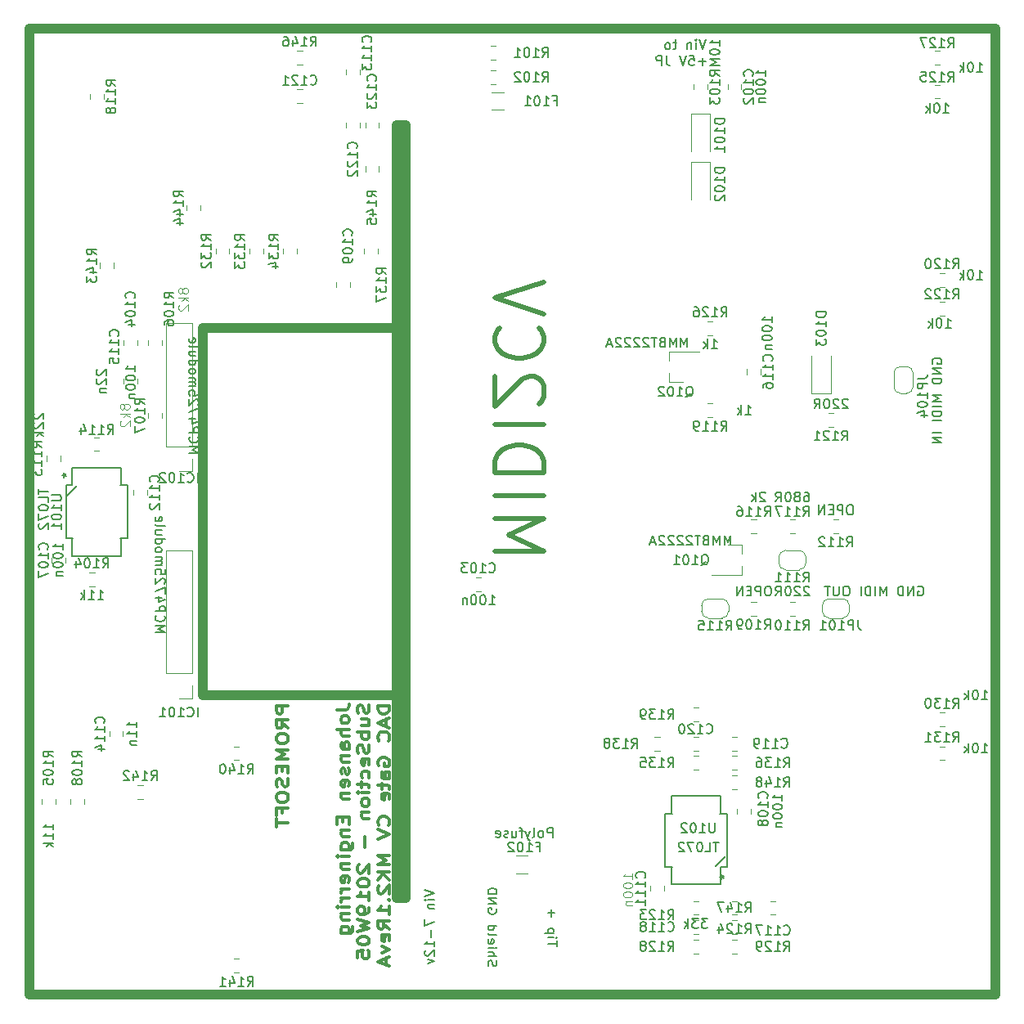
<source format=gbr>
%TF.GenerationSoftware,KiCad,Pcbnew,(5.0.0)*%
%TF.CreationDate,2019-02-05T18:13:41+01:00*%
%TF.ProjectId,Kicad-Midi2CV2,4B696361642D4D696469324356322E6B,Rev B*%
%TF.SameCoordinates,Original*%
%TF.FileFunction,Legend,Bot*%
%TF.FilePolarity,Positive*%
%FSLAX46Y46*%
G04 Gerber Fmt 4.6, Leading zero omitted, Abs format (unit mm)*
G04 Created by KiCad (PCBNEW (5.0.0)) date 02/05/19 18:13:41*
%MOMM*%
%LPD*%
G01*
G04 APERTURE LIST*
%ADD10C,1.000000*%
%ADD11C,0.500000*%
%ADD12C,0.150000*%
%ADD13C,0.200000*%
%ADD14C,0.300000*%
%ADD15C,0.120000*%
%ADD16C,0.100000*%
G04 APERTURE END LIST*
D10*
X138000000Y-119000000D02*
X138000000Y-81000000D01*
X118000000Y-119000000D02*
X138000000Y-119000000D01*
X118000000Y-81000000D02*
X118000000Y-119000000D01*
X138000000Y-81000000D02*
X118000000Y-81000000D01*
X138000000Y-140000000D02*
X139000000Y-140000000D01*
X138000000Y-60000000D02*
X139000000Y-60000000D01*
X139000000Y-140000000D02*
X139000000Y-60000000D01*
X138000000Y-60000000D02*
X138000000Y-140000000D01*
X200000000Y-50000000D02*
X100000000Y-50000000D01*
X200000000Y-150000000D02*
X200000000Y-50000000D01*
X100000000Y-150000000D02*
X200000000Y-150000000D01*
X100000000Y-50000000D02*
X100000000Y-150000000D01*
D11*
X148238095Y-104071428D02*
X153238095Y-104071428D01*
X149666666Y-102404761D01*
X153238095Y-100738095D01*
X148238095Y-100738095D01*
X148238095Y-98357142D02*
X153238095Y-98357142D01*
X148238095Y-95976190D02*
X153238095Y-95976190D01*
X153238095Y-94785714D01*
X153000000Y-94071428D01*
X152523809Y-93595238D01*
X152047619Y-93357142D01*
X151095238Y-93119047D01*
X150380952Y-93119047D01*
X149428571Y-93357142D01*
X148952380Y-93595238D01*
X148476190Y-94071428D01*
X148238095Y-94785714D01*
X148238095Y-95976190D01*
X148238095Y-90976190D02*
X153238095Y-90976190D01*
X152761904Y-88833333D02*
X153000000Y-88595238D01*
X153238095Y-88119047D01*
X153238095Y-86928571D01*
X153000000Y-86452380D01*
X152761904Y-86214285D01*
X152285714Y-85976190D01*
X151809523Y-85976190D01*
X151095238Y-86214285D01*
X148238095Y-89071428D01*
X148238095Y-85976190D01*
X148714285Y-80976190D02*
X148476190Y-81214285D01*
X148238095Y-81928571D01*
X148238095Y-82404761D01*
X148476190Y-83119047D01*
X148952380Y-83595238D01*
X149428571Y-83833333D01*
X150380952Y-84071428D01*
X151095238Y-84071428D01*
X152047619Y-83833333D01*
X152523809Y-83595238D01*
X153000000Y-83119047D01*
X153238095Y-82404761D01*
X153238095Y-81928571D01*
X153000000Y-81214285D01*
X152761904Y-80976190D01*
X153238095Y-79547619D02*
X148238095Y-77880952D01*
X153238095Y-76214285D01*
D12*
X170023809Y-51127380D02*
X169690476Y-52127380D01*
X169357142Y-51127380D01*
X169023809Y-52127380D02*
X169023809Y-51460714D01*
X169023809Y-51127380D02*
X169071428Y-51175000D01*
X169023809Y-51222619D01*
X168976190Y-51175000D01*
X169023809Y-51127380D01*
X169023809Y-51222619D01*
X168547619Y-51460714D02*
X168547619Y-52127380D01*
X168547619Y-51555952D02*
X168500000Y-51508333D01*
X168404761Y-51460714D01*
X168261904Y-51460714D01*
X168166666Y-51508333D01*
X168119047Y-51603571D01*
X168119047Y-52127380D01*
X167023809Y-51460714D02*
X166642857Y-51460714D01*
X166880952Y-51127380D02*
X166880952Y-51984523D01*
X166833333Y-52079761D01*
X166738095Y-52127380D01*
X166642857Y-52127380D01*
X166166666Y-52127380D02*
X166261904Y-52079761D01*
X166309523Y-52032142D01*
X166357142Y-51936904D01*
X166357142Y-51651190D01*
X166309523Y-51555952D01*
X166261904Y-51508333D01*
X166166666Y-51460714D01*
X166023809Y-51460714D01*
X165928571Y-51508333D01*
X165880952Y-51555952D01*
X165833333Y-51651190D01*
X165833333Y-51936904D01*
X165880952Y-52032142D01*
X165928571Y-52079761D01*
X166023809Y-52127380D01*
X166166666Y-52127380D01*
X170047619Y-53396428D02*
X169285714Y-53396428D01*
X169666666Y-53777380D02*
X169666666Y-53015476D01*
X168333333Y-52777380D02*
X168809523Y-52777380D01*
X168857142Y-53253571D01*
X168809523Y-53205952D01*
X168714285Y-53158333D01*
X168476190Y-53158333D01*
X168380952Y-53205952D01*
X168333333Y-53253571D01*
X168285714Y-53348809D01*
X168285714Y-53586904D01*
X168333333Y-53682142D01*
X168380952Y-53729761D01*
X168476190Y-53777380D01*
X168714285Y-53777380D01*
X168809523Y-53729761D01*
X168857142Y-53682142D01*
X168000000Y-52777380D02*
X167666666Y-53777380D01*
X167333333Y-52777380D01*
X165952380Y-52777380D02*
X165952380Y-53491666D01*
X166000000Y-53634523D01*
X166095238Y-53729761D01*
X166238095Y-53777380D01*
X166333333Y-53777380D01*
X165476190Y-53777380D02*
X165476190Y-52777380D01*
X165095238Y-52777380D01*
X165000000Y-52825000D01*
X164952380Y-52872619D01*
X164904761Y-52967857D01*
X164904761Y-53110714D01*
X164952380Y-53205952D01*
X165000000Y-53253571D01*
X165095238Y-53301190D01*
X165476190Y-53301190D01*
D13*
X154592857Y-144976190D02*
X154592857Y-144404761D01*
X153692857Y-144690476D02*
X154592857Y-144690476D01*
X153692857Y-144071428D02*
X154292857Y-144071428D01*
X154592857Y-144071428D02*
X154550000Y-144119047D01*
X154507142Y-144071428D01*
X154550000Y-144023809D01*
X154592857Y-144071428D01*
X154507142Y-144071428D01*
X154292857Y-143595238D02*
X153392857Y-143595238D01*
X154250000Y-143595238D02*
X154292857Y-143500000D01*
X154292857Y-143309523D01*
X154250000Y-143214285D01*
X154207142Y-143166666D01*
X154121428Y-143119047D01*
X153864285Y-143119047D01*
X153778571Y-143166666D01*
X153735714Y-143214285D01*
X153692857Y-143309523D01*
X153692857Y-143500000D01*
X153735714Y-143595238D01*
X154035714Y-141928571D02*
X154035714Y-141166666D01*
X153692857Y-141547619D02*
X154378571Y-141547619D01*
X147535714Y-147023809D02*
X147492857Y-146880952D01*
X147492857Y-146642857D01*
X147535714Y-146547619D01*
X147578571Y-146500000D01*
X147664285Y-146452380D01*
X147750000Y-146452380D01*
X147835714Y-146500000D01*
X147878571Y-146547619D01*
X147921428Y-146642857D01*
X147964285Y-146833333D01*
X148007142Y-146928571D01*
X148050000Y-146976190D01*
X148135714Y-147023809D01*
X148221428Y-147023809D01*
X148307142Y-146976190D01*
X148350000Y-146928571D01*
X148392857Y-146833333D01*
X148392857Y-146595238D01*
X148350000Y-146452380D01*
X147492857Y-146023809D02*
X148392857Y-146023809D01*
X147492857Y-145595238D02*
X147964285Y-145595238D01*
X148050000Y-145642857D01*
X148092857Y-145738095D01*
X148092857Y-145880952D01*
X148050000Y-145976190D01*
X148007142Y-146023809D01*
X147492857Y-145119047D02*
X148092857Y-145119047D01*
X148392857Y-145119047D02*
X148350000Y-145166666D01*
X148307142Y-145119047D01*
X148350000Y-145071428D01*
X148392857Y-145119047D01*
X148307142Y-145119047D01*
X147535714Y-144261904D02*
X147492857Y-144357142D01*
X147492857Y-144547619D01*
X147535714Y-144642857D01*
X147621428Y-144690476D01*
X147964285Y-144690476D01*
X148050000Y-144642857D01*
X148092857Y-144547619D01*
X148092857Y-144357142D01*
X148050000Y-144261904D01*
X147964285Y-144214285D01*
X147878571Y-144214285D01*
X147792857Y-144690476D01*
X147492857Y-143642857D02*
X147535714Y-143738095D01*
X147621428Y-143785714D01*
X148392857Y-143785714D01*
X147492857Y-142833333D02*
X148392857Y-142833333D01*
X147535714Y-142833333D02*
X147492857Y-142928571D01*
X147492857Y-143119047D01*
X147535714Y-143214285D01*
X147578571Y-143261904D01*
X147664285Y-143309523D01*
X147921428Y-143309523D01*
X148007142Y-143261904D01*
X148050000Y-143214285D01*
X148092857Y-143119047D01*
X148092857Y-142928571D01*
X148050000Y-142833333D01*
X148350000Y-141071428D02*
X148392857Y-141166666D01*
X148392857Y-141309523D01*
X148350000Y-141452380D01*
X148264285Y-141547619D01*
X148178571Y-141595238D01*
X148007142Y-141642857D01*
X147878571Y-141642857D01*
X147707142Y-141595238D01*
X147621428Y-141547619D01*
X147535714Y-141452380D01*
X147492857Y-141309523D01*
X147492857Y-141214285D01*
X147535714Y-141071428D01*
X147578571Y-141023809D01*
X147878571Y-141023809D01*
X147878571Y-141214285D01*
X147492857Y-140595238D02*
X148392857Y-140595238D01*
X147492857Y-140023809D01*
X148392857Y-140023809D01*
X147492857Y-139547619D02*
X148392857Y-139547619D01*
X148392857Y-139309523D01*
X148350000Y-139166666D01*
X148264285Y-139071428D01*
X148178571Y-139023809D01*
X148007142Y-138976190D01*
X147878571Y-138976190D01*
X147707142Y-139023809D01*
X147621428Y-139071428D01*
X147535714Y-139166666D01*
X147492857Y-139309523D01*
X147492857Y-139547619D01*
D14*
X126792857Y-120052142D02*
X125592857Y-120052142D01*
X125592857Y-120623571D01*
X125650000Y-120766428D01*
X125707142Y-120837857D01*
X125821428Y-120909285D01*
X125992857Y-120909285D01*
X126107142Y-120837857D01*
X126164285Y-120766428D01*
X126221428Y-120623571D01*
X126221428Y-120052142D01*
X126792857Y-122409285D02*
X126221428Y-121909285D01*
X126792857Y-121552142D02*
X125592857Y-121552142D01*
X125592857Y-122123571D01*
X125650000Y-122266428D01*
X125707142Y-122337857D01*
X125821428Y-122409285D01*
X125992857Y-122409285D01*
X126107142Y-122337857D01*
X126164285Y-122266428D01*
X126221428Y-122123571D01*
X126221428Y-121552142D01*
X125592857Y-123337857D02*
X125592857Y-123623571D01*
X125650000Y-123766428D01*
X125764285Y-123909285D01*
X125992857Y-123980714D01*
X126392857Y-123980714D01*
X126621428Y-123909285D01*
X126735714Y-123766428D01*
X126792857Y-123623571D01*
X126792857Y-123337857D01*
X126735714Y-123195000D01*
X126621428Y-123052142D01*
X126392857Y-122980714D01*
X125992857Y-122980714D01*
X125764285Y-123052142D01*
X125650000Y-123195000D01*
X125592857Y-123337857D01*
X126792857Y-124623571D02*
X125592857Y-124623571D01*
X126450000Y-125123571D01*
X125592857Y-125623571D01*
X126792857Y-125623571D01*
X126164285Y-126337857D02*
X126164285Y-126837857D01*
X126792857Y-127052142D02*
X126792857Y-126337857D01*
X125592857Y-126337857D01*
X125592857Y-127052142D01*
X126735714Y-127623571D02*
X126792857Y-127837857D01*
X126792857Y-128195000D01*
X126735714Y-128337857D01*
X126678571Y-128409285D01*
X126564285Y-128480714D01*
X126450000Y-128480714D01*
X126335714Y-128409285D01*
X126278571Y-128337857D01*
X126221428Y-128195000D01*
X126164285Y-127909285D01*
X126107142Y-127766428D01*
X126050000Y-127695000D01*
X125935714Y-127623571D01*
X125821428Y-127623571D01*
X125707142Y-127695000D01*
X125650000Y-127766428D01*
X125592857Y-127909285D01*
X125592857Y-128266428D01*
X125650000Y-128480714D01*
X125592857Y-129409285D02*
X125592857Y-129695000D01*
X125650000Y-129837857D01*
X125764285Y-129980714D01*
X125992857Y-130052142D01*
X126392857Y-130052142D01*
X126621428Y-129980714D01*
X126735714Y-129837857D01*
X126792857Y-129695000D01*
X126792857Y-129409285D01*
X126735714Y-129266428D01*
X126621428Y-129123571D01*
X126392857Y-129052142D01*
X125992857Y-129052142D01*
X125764285Y-129123571D01*
X125650000Y-129266428D01*
X125592857Y-129409285D01*
X126164285Y-131195000D02*
X126164285Y-130695000D01*
X126792857Y-130695000D02*
X125592857Y-130695000D01*
X125592857Y-131409285D01*
X125592857Y-131766428D02*
X125592857Y-132623571D01*
X126792857Y-132195000D02*
X125592857Y-132195000D01*
X131892857Y-120480714D02*
X132750000Y-120480714D01*
X132921428Y-120409285D01*
X133035714Y-120266428D01*
X133092857Y-120052142D01*
X133092857Y-119909285D01*
X133092857Y-121409285D02*
X133035714Y-121266428D01*
X132978571Y-121195000D01*
X132864285Y-121123571D01*
X132521428Y-121123571D01*
X132407142Y-121195000D01*
X132350000Y-121266428D01*
X132292857Y-121409285D01*
X132292857Y-121623571D01*
X132350000Y-121766428D01*
X132407142Y-121837857D01*
X132521428Y-121909285D01*
X132864285Y-121909285D01*
X132978571Y-121837857D01*
X133035714Y-121766428D01*
X133092857Y-121623571D01*
X133092857Y-121409285D01*
X133092857Y-122552142D02*
X131892857Y-122552142D01*
X133092857Y-123195000D02*
X132464285Y-123195000D01*
X132350000Y-123123571D01*
X132292857Y-122980714D01*
X132292857Y-122766428D01*
X132350000Y-122623571D01*
X132407142Y-122552142D01*
X133092857Y-124552142D02*
X132464285Y-124552142D01*
X132350000Y-124480714D01*
X132292857Y-124337857D01*
X132292857Y-124052142D01*
X132350000Y-123909285D01*
X133035714Y-124552142D02*
X133092857Y-124409285D01*
X133092857Y-124052142D01*
X133035714Y-123909285D01*
X132921428Y-123837857D01*
X132807142Y-123837857D01*
X132692857Y-123909285D01*
X132635714Y-124052142D01*
X132635714Y-124409285D01*
X132578571Y-124552142D01*
X132292857Y-125266428D02*
X133092857Y-125266428D01*
X132407142Y-125266428D02*
X132350000Y-125337857D01*
X132292857Y-125480714D01*
X132292857Y-125695000D01*
X132350000Y-125837857D01*
X132464285Y-125909285D01*
X133092857Y-125909285D01*
X133035714Y-126552142D02*
X133092857Y-126695000D01*
X133092857Y-126980714D01*
X133035714Y-127123571D01*
X132921428Y-127195000D01*
X132864285Y-127195000D01*
X132750000Y-127123571D01*
X132692857Y-126980714D01*
X132692857Y-126766428D01*
X132635714Y-126623571D01*
X132521428Y-126552142D01*
X132464285Y-126552142D01*
X132350000Y-126623571D01*
X132292857Y-126766428D01*
X132292857Y-126980714D01*
X132350000Y-127123571D01*
X133035714Y-128409285D02*
X133092857Y-128266428D01*
X133092857Y-127980714D01*
X133035714Y-127837857D01*
X132921428Y-127766428D01*
X132464285Y-127766428D01*
X132350000Y-127837857D01*
X132292857Y-127980714D01*
X132292857Y-128266428D01*
X132350000Y-128409285D01*
X132464285Y-128480714D01*
X132578571Y-128480714D01*
X132692857Y-127766428D01*
X132292857Y-129123571D02*
X133092857Y-129123571D01*
X132407142Y-129123571D02*
X132350000Y-129195000D01*
X132292857Y-129337857D01*
X132292857Y-129552142D01*
X132350000Y-129695000D01*
X132464285Y-129766428D01*
X133092857Y-129766428D01*
X132464285Y-131623571D02*
X132464285Y-132123571D01*
X133092857Y-132337857D02*
X133092857Y-131623571D01*
X131892857Y-131623571D01*
X131892857Y-132337857D01*
X132292857Y-132980714D02*
X133092857Y-132980714D01*
X132407142Y-132980714D02*
X132350000Y-133052142D01*
X132292857Y-133195000D01*
X132292857Y-133409285D01*
X132350000Y-133552142D01*
X132464285Y-133623571D01*
X133092857Y-133623571D01*
X132292857Y-134980714D02*
X133264285Y-134980714D01*
X133378571Y-134909285D01*
X133435714Y-134837857D01*
X133492857Y-134695000D01*
X133492857Y-134480714D01*
X133435714Y-134337857D01*
X133035714Y-134980714D02*
X133092857Y-134837857D01*
X133092857Y-134552142D01*
X133035714Y-134409285D01*
X132978571Y-134337857D01*
X132864285Y-134266428D01*
X132521428Y-134266428D01*
X132407142Y-134337857D01*
X132350000Y-134409285D01*
X132292857Y-134552142D01*
X132292857Y-134837857D01*
X132350000Y-134980714D01*
X133092857Y-135695000D02*
X132292857Y-135695000D01*
X131892857Y-135695000D02*
X131950000Y-135623571D01*
X132007142Y-135695000D01*
X131950000Y-135766428D01*
X131892857Y-135695000D01*
X132007142Y-135695000D01*
X132292857Y-136409285D02*
X133092857Y-136409285D01*
X132407142Y-136409285D02*
X132350000Y-136480714D01*
X132292857Y-136623571D01*
X132292857Y-136837857D01*
X132350000Y-136980714D01*
X132464285Y-137052142D01*
X133092857Y-137052142D01*
X133035714Y-138337857D02*
X133092857Y-138195000D01*
X133092857Y-137909285D01*
X133035714Y-137766428D01*
X132921428Y-137695000D01*
X132464285Y-137695000D01*
X132350000Y-137766428D01*
X132292857Y-137909285D01*
X132292857Y-138195000D01*
X132350000Y-138337857D01*
X132464285Y-138409285D01*
X132578571Y-138409285D01*
X132692857Y-137695000D01*
X133092857Y-139052142D02*
X132292857Y-139052142D01*
X132521428Y-139052142D02*
X132407142Y-139123571D01*
X132350000Y-139195000D01*
X132292857Y-139337857D01*
X132292857Y-139480714D01*
X133092857Y-139980714D02*
X132292857Y-139980714D01*
X132521428Y-139980714D02*
X132407142Y-140052142D01*
X132350000Y-140123571D01*
X132292857Y-140266428D01*
X132292857Y-140409285D01*
X133092857Y-140909285D02*
X132292857Y-140909285D01*
X131892857Y-140909285D02*
X131950000Y-140837857D01*
X132007142Y-140909285D01*
X131950000Y-140980714D01*
X131892857Y-140909285D01*
X132007142Y-140909285D01*
X132292857Y-141623571D02*
X133092857Y-141623571D01*
X132407142Y-141623571D02*
X132350000Y-141695000D01*
X132292857Y-141837857D01*
X132292857Y-142052142D01*
X132350000Y-142195000D01*
X132464285Y-142266428D01*
X133092857Y-142266428D01*
X132292857Y-143623571D02*
X133264285Y-143623571D01*
X133378571Y-143552142D01*
X133435714Y-143480714D01*
X133492857Y-143337857D01*
X133492857Y-143123571D01*
X133435714Y-142980714D01*
X133035714Y-143623571D02*
X133092857Y-143480714D01*
X133092857Y-143195000D01*
X133035714Y-143052142D01*
X132978571Y-142980714D01*
X132864285Y-142909285D01*
X132521428Y-142909285D01*
X132407142Y-142980714D01*
X132350000Y-143052142D01*
X132292857Y-143195000D01*
X132292857Y-143480714D01*
X132350000Y-143623571D01*
X135135714Y-119980714D02*
X135192857Y-120195000D01*
X135192857Y-120552142D01*
X135135714Y-120695000D01*
X135078571Y-120766428D01*
X134964285Y-120837857D01*
X134850000Y-120837857D01*
X134735714Y-120766428D01*
X134678571Y-120695000D01*
X134621428Y-120552142D01*
X134564285Y-120266428D01*
X134507142Y-120123571D01*
X134450000Y-120052142D01*
X134335714Y-119980714D01*
X134221428Y-119980714D01*
X134107142Y-120052142D01*
X134050000Y-120123571D01*
X133992857Y-120266428D01*
X133992857Y-120623571D01*
X134050000Y-120837857D01*
X134392857Y-122123571D02*
X135192857Y-122123571D01*
X134392857Y-121480714D02*
X135021428Y-121480714D01*
X135135714Y-121552142D01*
X135192857Y-121695000D01*
X135192857Y-121909285D01*
X135135714Y-122052142D01*
X135078571Y-122123571D01*
X135192857Y-122837857D02*
X133992857Y-122837857D01*
X134450000Y-122837857D02*
X134392857Y-122980714D01*
X134392857Y-123266428D01*
X134450000Y-123409285D01*
X134507142Y-123480714D01*
X134621428Y-123552142D01*
X134964285Y-123552142D01*
X135078571Y-123480714D01*
X135135714Y-123409285D01*
X135192857Y-123266428D01*
X135192857Y-122980714D01*
X135135714Y-122837857D01*
X135135714Y-124123571D02*
X135192857Y-124337857D01*
X135192857Y-124695000D01*
X135135714Y-124837857D01*
X135078571Y-124909285D01*
X134964285Y-124980714D01*
X134850000Y-124980714D01*
X134735714Y-124909285D01*
X134678571Y-124837857D01*
X134621428Y-124695000D01*
X134564285Y-124409285D01*
X134507142Y-124266428D01*
X134450000Y-124195000D01*
X134335714Y-124123571D01*
X134221428Y-124123571D01*
X134107142Y-124195000D01*
X134050000Y-124266428D01*
X133992857Y-124409285D01*
X133992857Y-124766428D01*
X134050000Y-124980714D01*
X135135714Y-126195000D02*
X135192857Y-126052142D01*
X135192857Y-125766428D01*
X135135714Y-125623571D01*
X135021428Y-125552142D01*
X134564285Y-125552142D01*
X134450000Y-125623571D01*
X134392857Y-125766428D01*
X134392857Y-126052142D01*
X134450000Y-126195000D01*
X134564285Y-126266428D01*
X134678571Y-126266428D01*
X134792857Y-125552142D01*
X135135714Y-127552142D02*
X135192857Y-127409285D01*
X135192857Y-127123571D01*
X135135714Y-126980714D01*
X135078571Y-126909285D01*
X134964285Y-126837857D01*
X134621428Y-126837857D01*
X134507142Y-126909285D01*
X134450000Y-126980714D01*
X134392857Y-127123571D01*
X134392857Y-127409285D01*
X134450000Y-127552142D01*
X134392857Y-127980714D02*
X134392857Y-128552142D01*
X133992857Y-128195000D02*
X135021428Y-128195000D01*
X135135714Y-128266428D01*
X135192857Y-128409285D01*
X135192857Y-128552142D01*
X135192857Y-129052142D02*
X134392857Y-129052142D01*
X133992857Y-129052142D02*
X134050000Y-128980714D01*
X134107142Y-129052142D01*
X134050000Y-129123571D01*
X133992857Y-129052142D01*
X134107142Y-129052142D01*
X135192857Y-129980714D02*
X135135714Y-129837857D01*
X135078571Y-129766428D01*
X134964285Y-129695000D01*
X134621428Y-129695000D01*
X134507142Y-129766428D01*
X134450000Y-129837857D01*
X134392857Y-129980714D01*
X134392857Y-130195000D01*
X134450000Y-130337857D01*
X134507142Y-130409285D01*
X134621428Y-130480714D01*
X134964285Y-130480714D01*
X135078571Y-130409285D01*
X135135714Y-130337857D01*
X135192857Y-130195000D01*
X135192857Y-129980714D01*
X134392857Y-131123571D02*
X135192857Y-131123571D01*
X134507142Y-131123571D02*
X134450000Y-131195000D01*
X134392857Y-131337857D01*
X134392857Y-131552142D01*
X134450000Y-131695000D01*
X134564285Y-131766428D01*
X135192857Y-131766428D01*
X134735714Y-133623571D02*
X134735714Y-134766428D01*
X134107142Y-136552142D02*
X134050000Y-136623571D01*
X133992857Y-136766428D01*
X133992857Y-137123571D01*
X134050000Y-137266428D01*
X134107142Y-137337857D01*
X134221428Y-137409285D01*
X134335714Y-137409285D01*
X134507142Y-137337857D01*
X135192857Y-136480714D01*
X135192857Y-137409285D01*
X133992857Y-138337857D02*
X133992857Y-138480714D01*
X134050000Y-138623571D01*
X134107142Y-138695000D01*
X134221428Y-138766428D01*
X134450000Y-138837857D01*
X134735714Y-138837857D01*
X134964285Y-138766428D01*
X135078571Y-138695000D01*
X135135714Y-138623571D01*
X135192857Y-138480714D01*
X135192857Y-138337857D01*
X135135714Y-138195000D01*
X135078571Y-138123571D01*
X134964285Y-138052142D01*
X134735714Y-137980714D01*
X134450000Y-137980714D01*
X134221428Y-138052142D01*
X134107142Y-138123571D01*
X134050000Y-138195000D01*
X133992857Y-138337857D01*
X135192857Y-140266428D02*
X135192857Y-139409285D01*
X135192857Y-139837857D02*
X133992857Y-139837857D01*
X134164285Y-139695000D01*
X134278571Y-139552142D01*
X134335714Y-139409285D01*
X135192857Y-140980714D02*
X135192857Y-141266428D01*
X135135714Y-141409285D01*
X135078571Y-141480714D01*
X134907142Y-141623571D01*
X134678571Y-141695000D01*
X134221428Y-141695000D01*
X134107142Y-141623571D01*
X134050000Y-141552142D01*
X133992857Y-141409285D01*
X133992857Y-141123571D01*
X134050000Y-140980714D01*
X134107142Y-140909285D01*
X134221428Y-140837857D01*
X134507142Y-140837857D01*
X134621428Y-140909285D01*
X134678571Y-140980714D01*
X134735714Y-141123571D01*
X134735714Y-141409285D01*
X134678571Y-141552142D01*
X134621428Y-141623571D01*
X134507142Y-141695000D01*
X133992857Y-142195000D02*
X135192857Y-142552142D01*
X134335714Y-142837857D01*
X135192857Y-143123571D01*
X133992857Y-143480714D01*
X133992857Y-144337857D02*
X133992857Y-144480714D01*
X134050000Y-144623571D01*
X134107142Y-144695000D01*
X134221428Y-144766428D01*
X134450000Y-144837857D01*
X134735714Y-144837857D01*
X134964285Y-144766428D01*
X135078571Y-144695000D01*
X135135714Y-144623571D01*
X135192857Y-144480714D01*
X135192857Y-144337857D01*
X135135714Y-144195000D01*
X135078571Y-144123571D01*
X134964285Y-144052142D01*
X134735714Y-143980714D01*
X134450000Y-143980714D01*
X134221428Y-144052142D01*
X134107142Y-144123571D01*
X134050000Y-144195000D01*
X133992857Y-144337857D01*
X133992857Y-146195000D02*
X133992857Y-145480714D01*
X134564285Y-145409285D01*
X134507142Y-145480714D01*
X134450000Y-145623571D01*
X134450000Y-145980714D01*
X134507142Y-146123571D01*
X134564285Y-146195000D01*
X134678571Y-146266428D01*
X134964285Y-146266428D01*
X135078571Y-146195000D01*
X135135714Y-146123571D01*
X135192857Y-145980714D01*
X135192857Y-145623571D01*
X135135714Y-145480714D01*
X135078571Y-145409285D01*
X137292857Y-120052142D02*
X136092857Y-120052142D01*
X136092857Y-120409285D01*
X136150000Y-120623571D01*
X136264285Y-120766428D01*
X136378571Y-120837857D01*
X136607142Y-120909285D01*
X136778571Y-120909285D01*
X137007142Y-120837857D01*
X137121428Y-120766428D01*
X137235714Y-120623571D01*
X137292857Y-120409285D01*
X137292857Y-120052142D01*
X136950000Y-121480714D02*
X136950000Y-122195000D01*
X137292857Y-121337857D02*
X136092857Y-121837857D01*
X137292857Y-122337857D01*
X137178571Y-123695000D02*
X137235714Y-123623571D01*
X137292857Y-123409285D01*
X137292857Y-123266428D01*
X137235714Y-123052142D01*
X137121428Y-122909285D01*
X137007142Y-122837857D01*
X136778571Y-122766428D01*
X136607142Y-122766428D01*
X136378571Y-122837857D01*
X136264285Y-122909285D01*
X136150000Y-123052142D01*
X136092857Y-123266428D01*
X136092857Y-123409285D01*
X136150000Y-123623571D01*
X136207142Y-123695000D01*
X136150000Y-126266428D02*
X136092857Y-126123571D01*
X136092857Y-125909285D01*
X136150000Y-125695000D01*
X136264285Y-125552142D01*
X136378571Y-125480714D01*
X136607142Y-125409285D01*
X136778571Y-125409285D01*
X137007142Y-125480714D01*
X137121428Y-125552142D01*
X137235714Y-125695000D01*
X137292857Y-125909285D01*
X137292857Y-126052142D01*
X137235714Y-126266428D01*
X137178571Y-126337857D01*
X136778571Y-126337857D01*
X136778571Y-126052142D01*
X137292857Y-127623571D02*
X136664285Y-127623571D01*
X136550000Y-127552142D01*
X136492857Y-127409285D01*
X136492857Y-127123571D01*
X136550000Y-126980714D01*
X137235714Y-127623571D02*
X137292857Y-127480714D01*
X137292857Y-127123571D01*
X137235714Y-126980714D01*
X137121428Y-126909285D01*
X137007142Y-126909285D01*
X136892857Y-126980714D01*
X136835714Y-127123571D01*
X136835714Y-127480714D01*
X136778571Y-127623571D01*
X136492857Y-128123571D02*
X136492857Y-128695000D01*
X136092857Y-128337857D02*
X137121428Y-128337857D01*
X137235714Y-128409285D01*
X137292857Y-128552142D01*
X137292857Y-128695000D01*
X137235714Y-129766428D02*
X137292857Y-129623571D01*
X137292857Y-129337857D01*
X137235714Y-129195000D01*
X137121428Y-129123571D01*
X136664285Y-129123571D01*
X136550000Y-129195000D01*
X136492857Y-129337857D01*
X136492857Y-129623571D01*
X136550000Y-129766428D01*
X136664285Y-129837857D01*
X136778571Y-129837857D01*
X136892857Y-129123571D01*
X137178571Y-132480714D02*
X137235714Y-132409285D01*
X137292857Y-132195000D01*
X137292857Y-132052142D01*
X137235714Y-131837857D01*
X137121428Y-131695000D01*
X137007142Y-131623571D01*
X136778571Y-131552142D01*
X136607142Y-131552142D01*
X136378571Y-131623571D01*
X136264285Y-131695000D01*
X136150000Y-131837857D01*
X136092857Y-132052142D01*
X136092857Y-132195000D01*
X136150000Y-132409285D01*
X136207142Y-132480714D01*
X136092857Y-132909285D02*
X137292857Y-133409285D01*
X136092857Y-133909285D01*
X137292857Y-135552142D02*
X136092857Y-135552142D01*
X136950000Y-136052142D01*
X136092857Y-136552142D01*
X137292857Y-136552142D01*
X137292857Y-137266428D02*
X136092857Y-137266428D01*
X137292857Y-138123571D02*
X136607142Y-137480714D01*
X136092857Y-138123571D02*
X136778571Y-137266428D01*
X136207142Y-138695000D02*
X136150000Y-138766428D01*
X136092857Y-138909285D01*
X136092857Y-139266428D01*
X136150000Y-139409285D01*
X136207142Y-139480714D01*
X136321428Y-139552142D01*
X136435714Y-139552142D01*
X136607142Y-139480714D01*
X137292857Y-138623571D01*
X137292857Y-139552142D01*
X137178571Y-140195000D02*
X137235714Y-140266428D01*
X137292857Y-140195000D01*
X137235714Y-140123571D01*
X137178571Y-140195000D01*
X137292857Y-140195000D01*
X137292857Y-141695000D02*
X137292857Y-140837857D01*
X137292857Y-141266428D02*
X136092857Y-141266428D01*
X136264285Y-141123571D01*
X136378571Y-140980714D01*
X136435714Y-140837857D01*
X137292857Y-143195000D02*
X136721428Y-142695000D01*
X137292857Y-142337857D02*
X136092857Y-142337857D01*
X136092857Y-142909285D01*
X136150000Y-143052142D01*
X136207142Y-143123571D01*
X136321428Y-143195000D01*
X136492857Y-143195000D01*
X136607142Y-143123571D01*
X136664285Y-143052142D01*
X136721428Y-142909285D01*
X136721428Y-142337857D01*
X137235714Y-144409285D02*
X137292857Y-144266428D01*
X137292857Y-143980714D01*
X137235714Y-143837857D01*
X137121428Y-143766428D01*
X136664285Y-143766428D01*
X136550000Y-143837857D01*
X136492857Y-143980714D01*
X136492857Y-144266428D01*
X136550000Y-144409285D01*
X136664285Y-144480714D01*
X136778571Y-144480714D01*
X136892857Y-143766428D01*
X136492857Y-144980714D02*
X137292857Y-145337857D01*
X136492857Y-145695000D01*
X136950000Y-146195000D02*
X136950000Y-146909285D01*
X137292857Y-146052142D02*
X136092857Y-146552142D01*
X137292857Y-147052142D01*
D15*
X173760000Y-103420000D02*
X173760000Y-104350000D01*
X173760000Y-106580000D02*
X173760000Y-105650000D01*
X173760000Y-106580000D02*
X170600000Y-106580000D01*
X173760000Y-103420000D02*
X172300000Y-103420000D01*
D12*
X166460000Y-138572000D02*
X171540000Y-138572000D01*
X166460000Y-136794000D02*
X166460000Y-138572000D01*
X166460000Y-129428000D02*
X166460000Y-131206000D01*
X171540000Y-129428000D02*
X166460000Y-129428000D01*
X171540000Y-131206000D02*
X171540000Y-129428000D01*
X171550000Y-136750000D02*
X171550000Y-138500000D01*
X165795000Y-136750000D02*
X165795000Y-131250000D01*
X172205000Y-136750000D02*
X172205000Y-131250000D01*
X165795000Y-136750000D02*
X166545000Y-136750000D01*
X165795000Y-131250000D02*
X166545000Y-131250000D01*
X172205000Y-131250000D02*
X171455000Y-131250000D01*
X172205000Y-136750000D02*
X171550000Y-136750000D01*
X171100000Y-136650000D02*
X172100000Y-135650000D01*
X109540000Y-95428000D02*
X104460000Y-95428000D01*
X109540000Y-97206000D02*
X109540000Y-95428000D01*
X109540000Y-104572000D02*
X109540000Y-102794000D01*
X104460000Y-104572000D02*
X109540000Y-104572000D01*
X104460000Y-102794000D02*
X104460000Y-104572000D01*
X104450000Y-97250000D02*
X104450000Y-95500000D01*
X110205000Y-97250000D02*
X110205000Y-102750000D01*
X103795000Y-97250000D02*
X103795000Y-102750000D01*
X110205000Y-97250000D02*
X109455000Y-97250000D01*
X110205000Y-102750000D02*
X109455000Y-102750000D01*
X103795000Y-102750000D02*
X104545000Y-102750000D01*
X103795000Y-97250000D02*
X104450000Y-97250000D01*
X104900000Y-97350000D02*
X103900000Y-98350000D01*
D15*
X173710000Y-55738748D02*
X173710000Y-56261252D01*
X172290000Y-55738748D02*
X172290000Y-56261252D01*
X111210000Y-82761252D02*
X111210000Y-82238748D01*
X109790000Y-82761252D02*
X109790000Y-82238748D01*
X102290000Y-105261252D02*
X102290000Y-104738748D01*
X103710000Y-105261252D02*
X103710000Y-104738748D01*
X165710000Y-138738748D02*
X165710000Y-139261252D01*
X164290000Y-138738748D02*
X164290000Y-139261252D01*
X115500000Y-119330000D02*
X116830000Y-119330000D01*
X116830000Y-119330000D02*
X116830000Y-118000000D01*
X116830000Y-116730000D02*
X116830000Y-103970000D01*
X114170000Y-103970000D02*
X116830000Y-103970000D01*
X114170000Y-116730000D02*
X114170000Y-103970000D01*
X114170000Y-116730000D02*
X116830000Y-116730000D01*
X114170000Y-93230000D02*
X116830000Y-93230000D01*
X114170000Y-93230000D02*
X114170000Y-80470000D01*
X114170000Y-80470000D02*
X116830000Y-80470000D01*
X116830000Y-93230000D02*
X116830000Y-80470000D01*
X116830000Y-95830000D02*
X116830000Y-94500000D01*
X115500000Y-95830000D02*
X116830000Y-95830000D01*
X166240000Y-86580000D02*
X167700000Y-86580000D01*
X166240000Y-83420000D02*
X169400000Y-83420000D01*
X166240000Y-83420000D02*
X166240000Y-84350000D01*
X166240000Y-86580000D02*
X166240000Y-85650000D01*
X101790000Y-94213748D02*
X101790000Y-94736252D01*
X103210000Y-94213748D02*
X103210000Y-94736252D01*
X101290000Y-130261252D02*
X101290000Y-129738748D01*
X102710000Y-130261252D02*
X102710000Y-129738748D01*
X168790000Y-56261252D02*
X168790000Y-55738748D01*
X170210000Y-56261252D02*
X170210000Y-55738748D01*
X183238748Y-100790000D02*
X183761252Y-100790000D01*
X183238748Y-102210000D02*
X183761252Y-102210000D01*
X106761252Y-106290000D02*
X106238748Y-106290000D01*
X106761252Y-107710000D02*
X106238748Y-107710000D01*
X174738748Y-109332390D02*
X175261252Y-109332390D01*
X174738748Y-110752390D02*
X175261252Y-110752390D01*
X169261252Y-141710000D02*
X168738748Y-141710000D01*
X169261252Y-140290000D02*
X168738748Y-140290000D01*
X193763748Y-57210000D02*
X194286252Y-57210000D01*
X193763748Y-55790000D02*
X194286252Y-55790000D01*
X112290000Y-82761252D02*
X112290000Y-82238748D01*
X113710000Y-82761252D02*
X113710000Y-82238748D01*
X113710000Y-90261252D02*
X113710000Y-89738748D01*
X112290000Y-90261252D02*
X112290000Y-89738748D01*
X179261252Y-100790000D02*
X178738748Y-100790000D01*
X179261252Y-102210000D02*
X178738748Y-102210000D01*
X182738748Y-91210000D02*
X183261252Y-91210000D01*
X182738748Y-89790000D02*
X183261252Y-89790000D01*
X173261252Y-141710000D02*
X172738748Y-141710000D01*
X173261252Y-140290000D02*
X172738748Y-140290000D01*
X194761252Y-120790000D02*
X194238748Y-120790000D01*
X194761252Y-122210000D02*
X194238748Y-122210000D01*
X194761252Y-125710000D02*
X194238748Y-125710000D01*
X194761252Y-124290000D02*
X194238748Y-124290000D01*
X120710000Y-72738748D02*
X120710000Y-73261252D01*
X119290000Y-72738748D02*
X119290000Y-73261252D01*
X122790000Y-72763748D02*
X122790000Y-73286252D01*
X124210000Y-72763748D02*
X124210000Y-73286252D01*
X126290000Y-72738748D02*
X126290000Y-73261252D01*
X127710000Y-72738748D02*
X127710000Y-73261252D01*
X173261252Y-125290000D02*
X172738748Y-125290000D01*
X173261252Y-126710000D02*
X172738748Y-126710000D01*
X165261252Y-124710000D02*
X164738748Y-124710000D01*
X165261252Y-123290000D02*
X164738748Y-123290000D01*
X109710000Y-122713748D02*
X109710000Y-123236252D01*
X108290000Y-122713748D02*
X108290000Y-123236252D01*
X111210000Y-86761252D02*
X111210000Y-86238748D01*
X109790000Y-86761252D02*
X109790000Y-86238748D01*
X175710000Y-85238748D02*
X175710000Y-85761252D01*
X174290000Y-85238748D02*
X174290000Y-85761252D01*
X173261252Y-142290000D02*
X172738748Y-142290000D01*
X173261252Y-143710000D02*
X172738748Y-143710000D01*
X194761252Y-76710000D02*
X194238748Y-76710000D01*
X194761252Y-75290000D02*
X194238748Y-75290000D01*
X194761252Y-78290000D02*
X194238748Y-78290000D01*
X194761252Y-79710000D02*
X194238748Y-79710000D01*
X170761252Y-81710000D02*
X170238748Y-81710000D01*
X170761252Y-80290000D02*
X170238748Y-80290000D01*
X194261252Y-52290000D02*
X193738748Y-52290000D01*
X194261252Y-53710000D02*
X193738748Y-53710000D01*
X148261252Y-54290000D02*
X147738748Y-54290000D01*
X148261252Y-55710000D02*
X147738748Y-55710000D01*
X146761252Y-106790000D02*
X146238748Y-106790000D01*
X146761252Y-108210000D02*
X146238748Y-108210000D01*
X174710000Y-130738748D02*
X174710000Y-131261252D01*
X173290000Y-130738748D02*
X173290000Y-131261252D01*
X133210000Y-76761252D02*
X133210000Y-76238748D01*
X131790000Y-76761252D02*
X131790000Y-76238748D01*
X110790000Y-97738748D02*
X110790000Y-98261252D01*
X112210000Y-97738748D02*
X112210000Y-98261252D01*
X134210000Y-54238748D02*
X134210000Y-54761252D01*
X132790000Y-54238748D02*
X132790000Y-54761252D01*
X168500000Y-58750000D02*
X168500000Y-62650000D01*
X170500000Y-58750000D02*
X170500000Y-62650000D01*
X168500000Y-58750000D02*
X170500000Y-58750000D01*
X168503941Y-63815520D02*
X170503941Y-63815520D01*
X170503941Y-63815520D02*
X170503941Y-67715520D01*
X168503941Y-63815520D02*
X168503941Y-67715520D01*
X183000000Y-87750000D02*
X181000000Y-87750000D01*
X181000000Y-87750000D02*
X181000000Y-83850000D01*
X183000000Y-87750000D02*
X183000000Y-83850000D01*
X150397936Y-137410000D02*
X151602064Y-137410000D01*
X150397936Y-135590000D02*
X151602064Y-135590000D01*
X184200000Y-111000000D02*
G75*
G03X184900000Y-110300000I0J700000D01*
G01*
X184900000Y-109700000D02*
G75*
G03X184200000Y-109000000I-700000J0D01*
G01*
X182800000Y-109000000D02*
G75*
G03X182100000Y-109700000I0J-700000D01*
G01*
X182100000Y-110300000D02*
G75*
G03X182800000Y-111000000I700000J0D01*
G01*
X182100000Y-109700000D02*
X182100000Y-110300000D01*
X184200000Y-109000000D02*
X182800000Y-109000000D01*
X184900000Y-110300000D02*
X184900000Y-109700000D01*
X182800000Y-111000000D02*
X184200000Y-111000000D01*
X189500000Y-87050000D02*
G75*
G03X190200000Y-87750000I700000J0D01*
G01*
X190800000Y-87750000D02*
G75*
G03X191500000Y-87050000I0J700000D01*
G01*
X191500000Y-85650000D02*
G75*
G03X190800000Y-84950000I-700000J0D01*
G01*
X190200000Y-84950000D02*
G75*
G03X189500000Y-85650000I0J-700000D01*
G01*
X190800000Y-84950000D02*
X190200000Y-84950000D01*
X191500000Y-87050000D02*
X191500000Y-85650000D01*
X190200000Y-87750000D02*
X190800000Y-87750000D01*
X189500000Y-85650000D02*
X189500000Y-87050000D01*
X148261252Y-51790000D02*
X147738748Y-51790000D01*
X148261252Y-53210000D02*
X147738748Y-53210000D01*
X105710000Y-129738748D02*
X105710000Y-130261252D01*
X104290000Y-129738748D02*
X104290000Y-130261252D01*
X174738748Y-100790000D02*
X175261252Y-100790000D01*
X174738748Y-102210000D02*
X175261252Y-102210000D01*
X106290000Y-57261252D02*
X106290000Y-56738748D01*
X107710000Y-57261252D02*
X107710000Y-56738748D01*
X170238748Y-90210000D02*
X170761252Y-90210000D01*
X170238748Y-88790000D02*
X170761252Y-88790000D01*
X169261252Y-144290000D02*
X168738748Y-144290000D01*
X169261252Y-145710000D02*
X168738748Y-145710000D01*
X172738748Y-144290000D02*
X173261252Y-144290000D01*
X172738748Y-145710000D02*
X173261252Y-145710000D01*
X136110000Y-72738748D02*
X136110000Y-73261252D01*
X134690000Y-72738748D02*
X134690000Y-73261252D01*
X169261252Y-125290000D02*
X168738748Y-125290000D01*
X169261252Y-126710000D02*
X168738748Y-126710000D01*
X147897936Y-58410000D02*
X149102064Y-58410000D01*
X147897936Y-56590000D02*
X149102064Y-56590000D01*
X169261252Y-142290000D02*
X168738748Y-142290000D01*
X169261252Y-143710000D02*
X168738748Y-143710000D01*
X173261252Y-124710000D02*
X172738748Y-124710000D01*
X173261252Y-123290000D02*
X172738748Y-123290000D01*
X169261252Y-123290000D02*
X168738748Y-123290000D01*
X169261252Y-124710000D02*
X168738748Y-124710000D01*
X128261252Y-57710000D02*
X127738748Y-57710000D01*
X128261252Y-56290000D02*
X127738748Y-56290000D01*
X168738748Y-120290000D02*
X169261252Y-120290000D01*
X168738748Y-121710000D02*
X169261252Y-121710000D01*
X121213748Y-124290000D02*
X121736252Y-124290000D01*
X121213748Y-125710000D02*
X121736252Y-125710000D01*
X121213748Y-147710000D02*
X121736252Y-147710000D01*
X121213748Y-146290000D02*
X121736252Y-146290000D01*
X111761252Y-128290000D02*
X111238748Y-128290000D01*
X111761252Y-129710000D02*
X111238748Y-129710000D01*
X107290000Y-74761252D02*
X107290000Y-74238748D01*
X108710000Y-74761252D02*
X108710000Y-74238748D01*
X117710000Y-68761252D02*
X117710000Y-68238748D01*
X116290000Y-68761252D02*
X116290000Y-68238748D01*
X134210000Y-60261252D02*
X134210000Y-59738748D01*
X132790000Y-60261252D02*
X132790000Y-59738748D01*
X134790000Y-60261252D02*
X134790000Y-59738748D01*
X136210000Y-60261252D02*
X136210000Y-59738748D01*
X136210000Y-64238748D02*
X136210000Y-64761252D01*
X134790000Y-64238748D02*
X134790000Y-64761252D01*
X128261252Y-52290000D02*
X127738748Y-52290000D01*
X128261252Y-53710000D02*
X127738748Y-53710000D01*
X179261252Y-109332390D02*
X178738748Y-109332390D01*
X179261252Y-110752390D02*
X178738748Y-110752390D01*
X179700000Y-106000000D02*
G75*
G03X180400000Y-105300000I0J700000D01*
G01*
X180400000Y-104700000D02*
G75*
G03X179700000Y-104000000I-700000J0D01*
G01*
X178300000Y-104000000D02*
G75*
G03X177600000Y-104700000I0J-700000D01*
G01*
X177600000Y-105300000D02*
G75*
G03X178300000Y-106000000I700000J0D01*
G01*
X177600000Y-104700000D02*
X177600000Y-105300000D01*
X179700000Y-104000000D02*
X178300000Y-104000000D01*
X180400000Y-105300000D02*
X180400000Y-104700000D01*
X178300000Y-106000000D02*
X179700000Y-106000000D01*
X106738748Y-92290000D02*
X107261252Y-92290000D01*
X106738748Y-93710000D02*
X107261252Y-93710000D01*
X170300000Y-111000000D02*
X171700000Y-111000000D01*
X172400000Y-110300000D02*
X172400000Y-109700000D01*
X171700000Y-109000000D02*
X170300000Y-109000000D01*
X169600000Y-109700000D02*
X169600000Y-110300000D01*
X169600000Y-110300000D02*
G75*
G03X170300000Y-111000000I700000J0D01*
G01*
X170300000Y-109000000D02*
G75*
G03X169600000Y-109700000I0J-700000D01*
G01*
X172400000Y-109700000D02*
G75*
G03X171700000Y-109000000I-700000J0D01*
G01*
X171700000Y-111000000D02*
G75*
G03X172400000Y-110300000I0J700000D01*
G01*
X176738748Y-140290000D02*
X177261252Y-140290000D01*
X176738748Y-141710000D02*
X177261252Y-141710000D01*
X173261252Y-127290000D02*
X172738748Y-127290000D01*
X173261252Y-128710000D02*
X172738748Y-128710000D01*
D12*
X169547619Y-105547619D02*
X169642857Y-105500000D01*
X169738095Y-105404761D01*
X169880952Y-105261904D01*
X169976190Y-105214285D01*
X170071428Y-105214285D01*
X170023809Y-105452380D02*
X170119047Y-105404761D01*
X170214285Y-105309523D01*
X170261904Y-105119047D01*
X170261904Y-104785714D01*
X170214285Y-104595238D01*
X170119047Y-104500000D01*
X170023809Y-104452380D01*
X169833333Y-104452380D01*
X169738095Y-104500000D01*
X169642857Y-104595238D01*
X169595238Y-104785714D01*
X169595238Y-105119047D01*
X169642857Y-105309523D01*
X169738095Y-105404761D01*
X169833333Y-105452380D01*
X170023809Y-105452380D01*
X168642857Y-105452380D02*
X169214285Y-105452380D01*
X168928571Y-105452380D02*
X168928571Y-104452380D01*
X169023809Y-104595238D01*
X169119047Y-104690476D01*
X169214285Y-104738095D01*
X168023809Y-104452380D02*
X167928571Y-104452380D01*
X167833333Y-104500000D01*
X167785714Y-104547619D01*
X167738095Y-104642857D01*
X167690476Y-104833333D01*
X167690476Y-105071428D01*
X167738095Y-105261904D01*
X167785714Y-105357142D01*
X167833333Y-105404761D01*
X167928571Y-105452380D01*
X168023809Y-105452380D01*
X168119047Y-105404761D01*
X168166666Y-105357142D01*
X168214285Y-105261904D01*
X168261904Y-105071428D01*
X168261904Y-104833333D01*
X168214285Y-104642857D01*
X168166666Y-104547619D01*
X168119047Y-104500000D01*
X168023809Y-104452380D01*
X166738095Y-105452380D02*
X167309523Y-105452380D01*
X167023809Y-105452380D02*
X167023809Y-104452380D01*
X167119047Y-104595238D01*
X167214285Y-104690476D01*
X167309523Y-104738095D01*
X172619047Y-103452380D02*
X172619047Y-102452380D01*
X172285714Y-103166666D01*
X171952380Y-102452380D01*
X171952380Y-103452380D01*
X171476190Y-103452380D02*
X171476190Y-102452380D01*
X171142857Y-103166666D01*
X170809523Y-102452380D01*
X170809523Y-103452380D01*
X170000000Y-102928571D02*
X169857142Y-102976190D01*
X169809523Y-103023809D01*
X169761904Y-103119047D01*
X169761904Y-103261904D01*
X169809523Y-103357142D01*
X169857142Y-103404761D01*
X169952380Y-103452380D01*
X170333333Y-103452380D01*
X170333333Y-102452380D01*
X170000000Y-102452380D01*
X169904761Y-102500000D01*
X169857142Y-102547619D01*
X169809523Y-102642857D01*
X169809523Y-102738095D01*
X169857142Y-102833333D01*
X169904761Y-102880952D01*
X170000000Y-102928571D01*
X170333333Y-102928571D01*
X169476190Y-102452380D02*
X168904761Y-102452380D01*
X169190476Y-103452380D02*
X169190476Y-102452380D01*
X168619047Y-102547619D02*
X168571428Y-102500000D01*
X168476190Y-102452380D01*
X168238095Y-102452380D01*
X168142857Y-102500000D01*
X168095238Y-102547619D01*
X168047619Y-102642857D01*
X168047619Y-102738095D01*
X168095238Y-102880952D01*
X168666666Y-103452380D01*
X168047619Y-103452380D01*
X167666666Y-102547619D02*
X167619047Y-102500000D01*
X167523809Y-102452380D01*
X167285714Y-102452380D01*
X167190476Y-102500000D01*
X167142857Y-102547619D01*
X167095238Y-102642857D01*
X167095238Y-102738095D01*
X167142857Y-102880952D01*
X167714285Y-103452380D01*
X167095238Y-103452380D01*
X166714285Y-102547619D02*
X166666666Y-102500000D01*
X166571428Y-102452380D01*
X166333333Y-102452380D01*
X166238095Y-102500000D01*
X166190476Y-102547619D01*
X166142857Y-102642857D01*
X166142857Y-102738095D01*
X166190476Y-102880952D01*
X166761904Y-103452380D01*
X166142857Y-103452380D01*
X165761904Y-102547619D02*
X165714285Y-102500000D01*
X165619047Y-102452380D01*
X165380952Y-102452380D01*
X165285714Y-102500000D01*
X165238095Y-102547619D01*
X165190476Y-102642857D01*
X165190476Y-102738095D01*
X165238095Y-102880952D01*
X165809523Y-103452380D01*
X165190476Y-103452380D01*
X164809523Y-103166666D02*
X164333333Y-103166666D01*
X164904761Y-103452380D02*
X164571428Y-102452380D01*
X164238095Y-103452380D01*
X170964285Y-132202380D02*
X170964285Y-133011904D01*
X170916666Y-133107142D01*
X170869047Y-133154761D01*
X170773809Y-133202380D01*
X170583333Y-133202380D01*
X170488095Y-133154761D01*
X170440476Y-133107142D01*
X170392857Y-133011904D01*
X170392857Y-132202380D01*
X169392857Y-133202380D02*
X169964285Y-133202380D01*
X169678571Y-133202380D02*
X169678571Y-132202380D01*
X169773809Y-132345238D01*
X169869047Y-132440476D01*
X169964285Y-132488095D01*
X168773809Y-132202380D02*
X168678571Y-132202380D01*
X168583333Y-132250000D01*
X168535714Y-132297619D01*
X168488095Y-132392857D01*
X168440476Y-132583333D01*
X168440476Y-132821428D01*
X168488095Y-133011904D01*
X168535714Y-133107142D01*
X168583333Y-133154761D01*
X168678571Y-133202380D01*
X168773809Y-133202380D01*
X168869047Y-133154761D01*
X168916666Y-133107142D01*
X168964285Y-133011904D01*
X169011904Y-132821428D01*
X169011904Y-132583333D01*
X168964285Y-132392857D01*
X168916666Y-132297619D01*
X168869047Y-132250000D01*
X168773809Y-132202380D01*
X168059523Y-132297619D02*
X168011904Y-132250000D01*
X167916666Y-132202380D01*
X167678571Y-132202380D01*
X167583333Y-132250000D01*
X167535714Y-132297619D01*
X167488095Y-132392857D01*
X167488095Y-132488095D01*
X167535714Y-132630952D01*
X168107142Y-133202380D01*
X167488095Y-133202380D01*
X171369047Y-134202380D02*
X170797619Y-134202380D01*
X171083333Y-135202380D02*
X171083333Y-134202380D01*
X169988095Y-135202380D02*
X170464285Y-135202380D01*
X170464285Y-134202380D01*
X169464285Y-134202380D02*
X169369047Y-134202380D01*
X169273809Y-134250000D01*
X169226190Y-134297619D01*
X169178571Y-134392857D01*
X169130952Y-134583333D01*
X169130952Y-134821428D01*
X169178571Y-135011904D01*
X169226190Y-135107142D01*
X169273809Y-135154761D01*
X169369047Y-135202380D01*
X169464285Y-135202380D01*
X169559523Y-135154761D01*
X169607142Y-135107142D01*
X169654761Y-135011904D01*
X169702380Y-134821428D01*
X169702380Y-134583333D01*
X169654761Y-134392857D01*
X169607142Y-134297619D01*
X169559523Y-134250000D01*
X169464285Y-134202380D01*
X168797619Y-134202380D02*
X168130952Y-134202380D01*
X168559523Y-135202380D01*
X167797619Y-134297619D02*
X167750000Y-134250000D01*
X167654761Y-134202380D01*
X167416666Y-134202380D01*
X167321428Y-134250000D01*
X167273809Y-134297619D01*
X167226190Y-134392857D01*
X167226190Y-134488095D01*
X167273809Y-134630952D01*
X167845238Y-135202380D01*
X167226190Y-135202380D01*
X171500380Y-137810000D02*
X171738476Y-137810000D01*
X171643238Y-137571904D02*
X171738476Y-137810000D01*
X171643238Y-138048095D01*
X171928952Y-137667142D02*
X171738476Y-137810000D01*
X171928952Y-137952857D01*
X102322380Y-98285714D02*
X103131904Y-98285714D01*
X103227142Y-98333333D01*
X103274761Y-98380952D01*
X103322380Y-98476190D01*
X103322380Y-98666666D01*
X103274761Y-98761904D01*
X103227142Y-98809523D01*
X103131904Y-98857142D01*
X102322380Y-98857142D01*
X103322380Y-99857142D02*
X103322380Y-99285714D01*
X103322380Y-99571428D02*
X102322380Y-99571428D01*
X102465238Y-99476190D01*
X102560476Y-99380952D01*
X102608095Y-99285714D01*
X102322380Y-100476190D02*
X102322380Y-100571428D01*
X102370000Y-100666666D01*
X102417619Y-100714285D01*
X102512857Y-100761904D01*
X102703333Y-100809523D01*
X102941428Y-100809523D01*
X103131904Y-100761904D01*
X103227142Y-100714285D01*
X103274761Y-100666666D01*
X103322380Y-100571428D01*
X103322380Y-100476190D01*
X103274761Y-100380952D01*
X103227142Y-100333333D01*
X103131904Y-100285714D01*
X102941428Y-100238095D01*
X102703333Y-100238095D01*
X102512857Y-100285714D01*
X102417619Y-100333333D01*
X102370000Y-100380952D01*
X102322380Y-100476190D01*
X103322380Y-101761904D02*
X103322380Y-101190476D01*
X103322380Y-101476190D02*
X102322380Y-101476190D01*
X102465238Y-101380952D01*
X102560476Y-101285714D01*
X102608095Y-101190476D01*
X100952380Y-97630952D02*
X100952380Y-98202380D01*
X101952380Y-97916666D02*
X100952380Y-97916666D01*
X101952380Y-99011904D02*
X101952380Y-98535714D01*
X100952380Y-98535714D01*
X100952380Y-99535714D02*
X100952380Y-99630952D01*
X101000000Y-99726190D01*
X101047619Y-99773809D01*
X101142857Y-99821428D01*
X101333333Y-99869047D01*
X101571428Y-99869047D01*
X101761904Y-99821428D01*
X101857142Y-99773809D01*
X101904761Y-99726190D01*
X101952380Y-99630952D01*
X101952380Y-99535714D01*
X101904761Y-99440476D01*
X101857142Y-99392857D01*
X101761904Y-99345238D01*
X101571428Y-99297619D01*
X101333333Y-99297619D01*
X101142857Y-99345238D01*
X101047619Y-99392857D01*
X101000000Y-99440476D01*
X100952380Y-99535714D01*
X100952380Y-100202380D02*
X100952380Y-100869047D01*
X101952380Y-100440476D01*
X101047619Y-101202380D02*
X101000000Y-101250000D01*
X100952380Y-101345238D01*
X100952380Y-101583333D01*
X101000000Y-101678571D01*
X101047619Y-101726190D01*
X101142857Y-101773809D01*
X101238095Y-101773809D01*
X101380952Y-101726190D01*
X101952380Y-101154761D01*
X101952380Y-101773809D01*
X103404380Y-96190000D02*
X103642476Y-96190000D01*
X103547238Y-95951904D02*
X103642476Y-96190000D01*
X103547238Y-96428095D01*
X103832952Y-96047142D02*
X103642476Y-96190000D01*
X103832952Y-96332857D01*
X174857142Y-54880952D02*
X174904761Y-54833333D01*
X174952380Y-54690476D01*
X174952380Y-54595238D01*
X174904761Y-54452380D01*
X174809523Y-54357142D01*
X174714285Y-54309523D01*
X174523809Y-54261904D01*
X174380952Y-54261904D01*
X174190476Y-54309523D01*
X174095238Y-54357142D01*
X174000000Y-54452380D01*
X173952380Y-54595238D01*
X173952380Y-54690476D01*
X174000000Y-54833333D01*
X174047619Y-54880952D01*
X174952380Y-55833333D02*
X174952380Y-55261904D01*
X174952380Y-55547619D02*
X173952380Y-55547619D01*
X174095238Y-55452380D01*
X174190476Y-55357142D01*
X174238095Y-55261904D01*
X173952380Y-56452380D02*
X173952380Y-56547619D01*
X174000000Y-56642857D01*
X174047619Y-56690476D01*
X174142857Y-56738095D01*
X174333333Y-56785714D01*
X174571428Y-56785714D01*
X174761904Y-56738095D01*
X174857142Y-56690476D01*
X174904761Y-56642857D01*
X174952380Y-56547619D01*
X174952380Y-56452380D01*
X174904761Y-56357142D01*
X174857142Y-56309523D01*
X174761904Y-56261904D01*
X174571428Y-56214285D01*
X174333333Y-56214285D01*
X174142857Y-56261904D01*
X174047619Y-56309523D01*
X174000000Y-56357142D01*
X173952380Y-56452380D01*
X174047619Y-57166666D02*
X174000000Y-57214285D01*
X173952380Y-57309523D01*
X173952380Y-57547619D01*
X174000000Y-57642857D01*
X174047619Y-57690476D01*
X174142857Y-57738095D01*
X174238095Y-57738095D01*
X174380952Y-57690476D01*
X174952380Y-57119047D01*
X174952380Y-57738095D01*
X176202380Y-54880952D02*
X176202380Y-54309523D01*
X176202380Y-54595238D02*
X175202380Y-54595238D01*
X175345238Y-54500000D01*
X175440476Y-54404761D01*
X175488095Y-54309523D01*
X175202380Y-55500000D02*
X175202380Y-55595238D01*
X175250000Y-55690476D01*
X175297619Y-55738095D01*
X175392857Y-55785714D01*
X175583333Y-55833333D01*
X175821428Y-55833333D01*
X176011904Y-55785714D01*
X176107142Y-55738095D01*
X176154761Y-55690476D01*
X176202380Y-55595238D01*
X176202380Y-55500000D01*
X176154761Y-55404761D01*
X176107142Y-55357142D01*
X176011904Y-55309523D01*
X175821428Y-55261904D01*
X175583333Y-55261904D01*
X175392857Y-55309523D01*
X175297619Y-55357142D01*
X175250000Y-55404761D01*
X175202380Y-55500000D01*
X175202380Y-56452380D02*
X175202380Y-56547619D01*
X175250000Y-56642857D01*
X175297619Y-56690476D01*
X175392857Y-56738095D01*
X175583333Y-56785714D01*
X175821428Y-56785714D01*
X176011904Y-56738095D01*
X176107142Y-56690476D01*
X176154761Y-56642857D01*
X176202380Y-56547619D01*
X176202380Y-56452380D01*
X176154761Y-56357142D01*
X176107142Y-56309523D01*
X176011904Y-56261904D01*
X175821428Y-56214285D01*
X175583333Y-56214285D01*
X175392857Y-56261904D01*
X175297619Y-56309523D01*
X175250000Y-56357142D01*
X175202380Y-56452380D01*
X175535714Y-57214285D02*
X176202380Y-57214285D01*
X175630952Y-57214285D02*
X175583333Y-57261904D01*
X175535714Y-57357142D01*
X175535714Y-57500000D01*
X175583333Y-57595238D01*
X175678571Y-57642857D01*
X176202380Y-57642857D01*
X110857142Y-77880952D02*
X110904761Y-77833333D01*
X110952380Y-77690476D01*
X110952380Y-77595238D01*
X110904761Y-77452380D01*
X110809523Y-77357142D01*
X110714285Y-77309523D01*
X110523809Y-77261904D01*
X110380952Y-77261904D01*
X110190476Y-77309523D01*
X110095238Y-77357142D01*
X110000000Y-77452380D01*
X109952380Y-77595238D01*
X109952380Y-77690476D01*
X110000000Y-77833333D01*
X110047619Y-77880952D01*
X110952380Y-78833333D02*
X110952380Y-78261904D01*
X110952380Y-78547619D02*
X109952380Y-78547619D01*
X110095238Y-78452380D01*
X110190476Y-78357142D01*
X110238095Y-78261904D01*
X109952380Y-79452380D02*
X109952380Y-79547619D01*
X110000000Y-79642857D01*
X110047619Y-79690476D01*
X110142857Y-79738095D01*
X110333333Y-79785714D01*
X110571428Y-79785714D01*
X110761904Y-79738095D01*
X110857142Y-79690476D01*
X110904761Y-79642857D01*
X110952380Y-79547619D01*
X110952380Y-79452380D01*
X110904761Y-79357142D01*
X110857142Y-79309523D01*
X110761904Y-79261904D01*
X110571428Y-79214285D01*
X110333333Y-79214285D01*
X110142857Y-79261904D01*
X110047619Y-79309523D01*
X110000000Y-79357142D01*
X109952380Y-79452380D01*
X110285714Y-80642857D02*
X110952380Y-80642857D01*
X109904761Y-80404761D02*
X110619047Y-80166666D01*
X110619047Y-80785714D01*
X110982380Y-85468952D02*
X110982380Y-84897523D01*
X110982380Y-85183238D02*
X109982380Y-85183238D01*
X110125238Y-85088000D01*
X110220476Y-84992761D01*
X110268095Y-84897523D01*
X109982380Y-86088000D02*
X109982380Y-86183238D01*
X110030000Y-86278476D01*
X110077619Y-86326095D01*
X110172857Y-86373714D01*
X110363333Y-86421333D01*
X110601428Y-86421333D01*
X110791904Y-86373714D01*
X110887142Y-86326095D01*
X110934761Y-86278476D01*
X110982380Y-86183238D01*
X110982380Y-86088000D01*
X110934761Y-85992761D01*
X110887142Y-85945142D01*
X110791904Y-85897523D01*
X110601428Y-85849904D01*
X110363333Y-85849904D01*
X110172857Y-85897523D01*
X110077619Y-85945142D01*
X110030000Y-85992761D01*
X109982380Y-86088000D01*
X109982380Y-87040380D02*
X109982380Y-87135619D01*
X110030000Y-87230857D01*
X110077619Y-87278476D01*
X110172857Y-87326095D01*
X110363333Y-87373714D01*
X110601428Y-87373714D01*
X110791904Y-87326095D01*
X110887142Y-87278476D01*
X110934761Y-87230857D01*
X110982380Y-87135619D01*
X110982380Y-87040380D01*
X110934761Y-86945142D01*
X110887142Y-86897523D01*
X110791904Y-86849904D01*
X110601428Y-86802285D01*
X110363333Y-86802285D01*
X110172857Y-86849904D01*
X110077619Y-86897523D01*
X110030000Y-86945142D01*
X109982380Y-87040380D01*
X110315714Y-87802285D02*
X110982380Y-87802285D01*
X110410952Y-87802285D02*
X110363333Y-87849904D01*
X110315714Y-87945142D01*
X110315714Y-88088000D01*
X110363333Y-88183238D01*
X110458571Y-88230857D01*
X110982380Y-88230857D01*
X101857142Y-103880952D02*
X101904761Y-103833333D01*
X101952380Y-103690476D01*
X101952380Y-103595238D01*
X101904761Y-103452380D01*
X101809523Y-103357142D01*
X101714285Y-103309523D01*
X101523809Y-103261904D01*
X101380952Y-103261904D01*
X101190476Y-103309523D01*
X101095238Y-103357142D01*
X101000000Y-103452380D01*
X100952380Y-103595238D01*
X100952380Y-103690476D01*
X101000000Y-103833333D01*
X101047619Y-103880952D01*
X101952380Y-104833333D02*
X101952380Y-104261904D01*
X101952380Y-104547619D02*
X100952380Y-104547619D01*
X101095238Y-104452380D01*
X101190476Y-104357142D01*
X101238095Y-104261904D01*
X100952380Y-105452380D02*
X100952380Y-105547619D01*
X101000000Y-105642857D01*
X101047619Y-105690476D01*
X101142857Y-105738095D01*
X101333333Y-105785714D01*
X101571428Y-105785714D01*
X101761904Y-105738095D01*
X101857142Y-105690476D01*
X101904761Y-105642857D01*
X101952380Y-105547619D01*
X101952380Y-105452380D01*
X101904761Y-105357142D01*
X101857142Y-105309523D01*
X101761904Y-105261904D01*
X101571428Y-105214285D01*
X101333333Y-105214285D01*
X101142857Y-105261904D01*
X101047619Y-105309523D01*
X101000000Y-105357142D01*
X100952380Y-105452380D01*
X100952380Y-106119047D02*
X100952380Y-106785714D01*
X101952380Y-106357142D01*
X103452380Y-103880952D02*
X103452380Y-103309523D01*
X103452380Y-103595238D02*
X102452380Y-103595238D01*
X102595238Y-103500000D01*
X102690476Y-103404761D01*
X102738095Y-103309523D01*
X102452380Y-104500000D02*
X102452380Y-104595238D01*
X102500000Y-104690476D01*
X102547619Y-104738095D01*
X102642857Y-104785714D01*
X102833333Y-104833333D01*
X103071428Y-104833333D01*
X103261904Y-104785714D01*
X103357142Y-104738095D01*
X103404761Y-104690476D01*
X103452380Y-104595238D01*
X103452380Y-104500000D01*
X103404761Y-104404761D01*
X103357142Y-104357142D01*
X103261904Y-104309523D01*
X103071428Y-104261904D01*
X102833333Y-104261904D01*
X102642857Y-104309523D01*
X102547619Y-104357142D01*
X102500000Y-104404761D01*
X102452380Y-104500000D01*
X102452380Y-105452380D02*
X102452380Y-105547619D01*
X102500000Y-105642857D01*
X102547619Y-105690476D01*
X102642857Y-105738095D01*
X102833333Y-105785714D01*
X103071428Y-105785714D01*
X103261904Y-105738095D01*
X103357142Y-105690476D01*
X103404761Y-105642857D01*
X103452380Y-105547619D01*
X103452380Y-105452380D01*
X103404761Y-105357142D01*
X103357142Y-105309523D01*
X103261904Y-105261904D01*
X103071428Y-105214285D01*
X102833333Y-105214285D01*
X102642857Y-105261904D01*
X102547619Y-105309523D01*
X102500000Y-105357142D01*
X102452380Y-105452380D01*
X102785714Y-106214285D02*
X103452380Y-106214285D01*
X102880952Y-106214285D02*
X102833333Y-106261904D01*
X102785714Y-106357142D01*
X102785714Y-106500000D01*
X102833333Y-106595238D01*
X102928571Y-106642857D01*
X103452380Y-106642857D01*
X163707142Y-137880952D02*
X163754761Y-137833333D01*
X163802380Y-137690476D01*
X163802380Y-137595238D01*
X163754761Y-137452380D01*
X163659523Y-137357142D01*
X163564285Y-137309523D01*
X163373809Y-137261904D01*
X163230952Y-137261904D01*
X163040476Y-137309523D01*
X162945238Y-137357142D01*
X162850000Y-137452380D01*
X162802380Y-137595238D01*
X162802380Y-137690476D01*
X162850000Y-137833333D01*
X162897619Y-137880952D01*
X163802380Y-138833333D02*
X163802380Y-138261904D01*
X163802380Y-138547619D02*
X162802380Y-138547619D01*
X162945238Y-138452380D01*
X163040476Y-138357142D01*
X163088095Y-138261904D01*
X163802380Y-139785714D02*
X163802380Y-139214285D01*
X163802380Y-139500000D02*
X162802380Y-139500000D01*
X162945238Y-139404761D01*
X163040476Y-139309523D01*
X163088095Y-139214285D01*
X163802380Y-140738095D02*
X163802380Y-140166666D01*
X163802380Y-140452380D02*
X162802380Y-140452380D01*
X162945238Y-140357142D01*
X163040476Y-140261904D01*
X163088095Y-140166666D01*
D16*
X162452380Y-138007952D02*
X162452380Y-137436523D01*
X162452380Y-137722238D02*
X161452380Y-137722238D01*
X161595238Y-137627000D01*
X161690476Y-137531761D01*
X161738095Y-137436523D01*
X161452380Y-138627000D02*
X161452380Y-138722238D01*
X161500000Y-138817476D01*
X161547619Y-138865095D01*
X161642857Y-138912714D01*
X161833333Y-138960333D01*
X162071428Y-138960333D01*
X162261904Y-138912714D01*
X162357142Y-138865095D01*
X162404761Y-138817476D01*
X162452380Y-138722238D01*
X162452380Y-138627000D01*
X162404761Y-138531761D01*
X162357142Y-138484142D01*
X162261904Y-138436523D01*
X162071428Y-138388904D01*
X161833333Y-138388904D01*
X161642857Y-138436523D01*
X161547619Y-138484142D01*
X161500000Y-138531761D01*
X161452380Y-138627000D01*
X161452380Y-139579380D02*
X161452380Y-139674619D01*
X161500000Y-139769857D01*
X161547619Y-139817476D01*
X161642857Y-139865095D01*
X161833333Y-139912714D01*
X162071428Y-139912714D01*
X162261904Y-139865095D01*
X162357142Y-139817476D01*
X162404761Y-139769857D01*
X162452380Y-139674619D01*
X162452380Y-139579380D01*
X162404761Y-139484142D01*
X162357142Y-139436523D01*
X162261904Y-139388904D01*
X162071428Y-139341285D01*
X161833333Y-139341285D01*
X161642857Y-139388904D01*
X161547619Y-139436523D01*
X161500000Y-139484142D01*
X161452380Y-139579380D01*
X161785714Y-140341285D02*
X162452380Y-140341285D01*
X161880952Y-140341285D02*
X161833333Y-140388904D01*
X161785714Y-140484142D01*
X161785714Y-140627000D01*
X161833333Y-140722238D01*
X161928571Y-140769857D01*
X162452380Y-140769857D01*
D12*
X117428571Y-121222380D02*
X117428571Y-120222380D01*
X116380952Y-121127142D02*
X116428571Y-121174761D01*
X116571428Y-121222380D01*
X116666666Y-121222380D01*
X116809523Y-121174761D01*
X116904761Y-121079523D01*
X116952380Y-120984285D01*
X117000000Y-120793809D01*
X117000000Y-120650952D01*
X116952380Y-120460476D01*
X116904761Y-120365238D01*
X116809523Y-120270000D01*
X116666666Y-120222380D01*
X116571428Y-120222380D01*
X116428571Y-120270000D01*
X116380952Y-120317619D01*
X115428571Y-121222380D02*
X116000000Y-121222380D01*
X115714285Y-121222380D02*
X115714285Y-120222380D01*
X115809523Y-120365238D01*
X115904761Y-120460476D01*
X116000000Y-120508095D01*
X114809523Y-120222380D02*
X114714285Y-120222380D01*
X114619047Y-120270000D01*
X114571428Y-120317619D01*
X114523809Y-120412857D01*
X114476190Y-120603333D01*
X114476190Y-120841428D01*
X114523809Y-121031904D01*
X114571428Y-121127142D01*
X114619047Y-121174761D01*
X114714285Y-121222380D01*
X114809523Y-121222380D01*
X114904761Y-121174761D01*
X114952380Y-121127142D01*
X115000000Y-121031904D01*
X115047619Y-120841428D01*
X115047619Y-120603333D01*
X115000000Y-120412857D01*
X114952380Y-120317619D01*
X114904761Y-120270000D01*
X114809523Y-120222380D01*
X113523809Y-121222380D02*
X114095238Y-121222380D01*
X113809523Y-121222380D02*
X113809523Y-120222380D01*
X113904761Y-120365238D01*
X114000000Y-120460476D01*
X114095238Y-120508095D01*
X113047619Y-112452380D02*
X114047619Y-112452380D01*
X113333333Y-112119047D01*
X114047619Y-111785714D01*
X113047619Y-111785714D01*
X113142857Y-110738095D02*
X113095238Y-110785714D01*
X113047619Y-110928571D01*
X113047619Y-111023809D01*
X113095238Y-111166666D01*
X113190476Y-111261904D01*
X113285714Y-111309523D01*
X113476190Y-111357142D01*
X113619047Y-111357142D01*
X113809523Y-111309523D01*
X113904761Y-111261904D01*
X114000000Y-111166666D01*
X114047619Y-111023809D01*
X114047619Y-110928571D01*
X114000000Y-110785714D01*
X113952380Y-110738095D01*
X113047619Y-110309523D02*
X114047619Y-110309523D01*
X114047619Y-109928571D01*
X114000000Y-109833333D01*
X113952380Y-109785714D01*
X113857142Y-109738095D01*
X113714285Y-109738095D01*
X113619047Y-109785714D01*
X113571428Y-109833333D01*
X113523809Y-109928571D01*
X113523809Y-110309523D01*
X113714285Y-108880952D02*
X113047619Y-108880952D01*
X114095238Y-109119047D02*
X113380952Y-109357142D01*
X113380952Y-108738095D01*
X114047619Y-108452380D02*
X114047619Y-107785714D01*
X113047619Y-108214285D01*
X113952380Y-107452380D02*
X114000000Y-107404761D01*
X114047619Y-107309523D01*
X114047619Y-107071428D01*
X114000000Y-106976190D01*
X113952380Y-106928571D01*
X113857142Y-106880952D01*
X113761904Y-106880952D01*
X113619047Y-106928571D01*
X113047619Y-107500000D01*
X113047619Y-106880952D01*
X114047619Y-105976190D02*
X114047619Y-106452380D01*
X113571428Y-106500000D01*
X113619047Y-106452380D01*
X113666666Y-106357142D01*
X113666666Y-106119047D01*
X113619047Y-106023809D01*
X113571428Y-105976190D01*
X113476190Y-105928571D01*
X113238095Y-105928571D01*
X113142857Y-105976190D01*
X113095238Y-106023809D01*
X113047619Y-106119047D01*
X113047619Y-106357142D01*
X113095238Y-106452380D01*
X113142857Y-106500000D01*
X113047619Y-105500000D02*
X113714285Y-105500000D01*
X113619047Y-105500000D02*
X113666666Y-105452380D01*
X113714285Y-105357142D01*
X113714285Y-105214285D01*
X113666666Y-105119047D01*
X113571428Y-105071428D01*
X113047619Y-105071428D01*
X113571428Y-105071428D02*
X113666666Y-105023809D01*
X113714285Y-104928571D01*
X113714285Y-104785714D01*
X113666666Y-104690476D01*
X113571428Y-104642857D01*
X113047619Y-104642857D01*
X113047619Y-104023809D02*
X113095238Y-104119047D01*
X113142857Y-104166666D01*
X113238095Y-104214285D01*
X113523809Y-104214285D01*
X113619047Y-104166666D01*
X113666666Y-104119047D01*
X113714285Y-104023809D01*
X113714285Y-103880952D01*
X113666666Y-103785714D01*
X113619047Y-103738095D01*
X113523809Y-103690476D01*
X113238095Y-103690476D01*
X113142857Y-103738095D01*
X113095238Y-103785714D01*
X113047619Y-103880952D01*
X113047619Y-104023809D01*
X113047619Y-102833333D02*
X114047619Y-102833333D01*
X113095238Y-102833333D02*
X113047619Y-102928571D01*
X113047619Y-103119047D01*
X113095238Y-103214285D01*
X113142857Y-103261904D01*
X113238095Y-103309523D01*
X113523809Y-103309523D01*
X113619047Y-103261904D01*
X113666666Y-103214285D01*
X113714285Y-103119047D01*
X113714285Y-102928571D01*
X113666666Y-102833333D01*
X113714285Y-101928571D02*
X113047619Y-101928571D01*
X113714285Y-102357142D02*
X113190476Y-102357142D01*
X113095238Y-102309523D01*
X113047619Y-102214285D01*
X113047619Y-102071428D01*
X113095238Y-101976190D01*
X113142857Y-101928571D01*
X113047619Y-101309523D02*
X113095238Y-101404761D01*
X113190476Y-101452380D01*
X114047619Y-101452380D01*
X113095238Y-100547619D02*
X113047619Y-100642857D01*
X113047619Y-100833333D01*
X113095238Y-100928571D01*
X113190476Y-100976190D01*
X113571428Y-100976190D01*
X113666666Y-100928571D01*
X113714285Y-100833333D01*
X113714285Y-100642857D01*
X113666666Y-100547619D01*
X113571428Y-100500000D01*
X113476190Y-100500000D01*
X113380952Y-100976190D01*
X117428571Y-96952380D02*
X117428571Y-95952380D01*
X116380952Y-96857142D02*
X116428571Y-96904761D01*
X116571428Y-96952380D01*
X116666666Y-96952380D01*
X116809523Y-96904761D01*
X116904761Y-96809523D01*
X116952380Y-96714285D01*
X117000000Y-96523809D01*
X117000000Y-96380952D01*
X116952380Y-96190476D01*
X116904761Y-96095238D01*
X116809523Y-96000000D01*
X116666666Y-95952380D01*
X116571428Y-95952380D01*
X116428571Y-96000000D01*
X116380952Y-96047619D01*
X115428571Y-96952380D02*
X116000000Y-96952380D01*
X115714285Y-96952380D02*
X115714285Y-95952380D01*
X115809523Y-96095238D01*
X115904761Y-96190476D01*
X116000000Y-96238095D01*
X114809523Y-95952380D02*
X114714285Y-95952380D01*
X114619047Y-96000000D01*
X114571428Y-96047619D01*
X114523809Y-96142857D01*
X114476190Y-96333333D01*
X114476190Y-96571428D01*
X114523809Y-96761904D01*
X114571428Y-96857142D01*
X114619047Y-96904761D01*
X114714285Y-96952380D01*
X114809523Y-96952380D01*
X114904761Y-96904761D01*
X114952380Y-96857142D01*
X115000000Y-96761904D01*
X115047619Y-96571428D01*
X115047619Y-96333333D01*
X115000000Y-96142857D01*
X114952380Y-96047619D01*
X114904761Y-96000000D01*
X114809523Y-95952380D01*
X114095238Y-96047619D02*
X114047619Y-96000000D01*
X113952380Y-95952380D01*
X113714285Y-95952380D01*
X113619047Y-96000000D01*
X113571428Y-96047619D01*
X113523809Y-96142857D01*
X113523809Y-96238095D01*
X113571428Y-96380952D01*
X114142857Y-96952380D01*
X113523809Y-96952380D01*
X116547619Y-93952380D02*
X117547619Y-93952380D01*
X116833333Y-93619047D01*
X117547619Y-93285714D01*
X116547619Y-93285714D01*
X116642857Y-92238095D02*
X116595238Y-92285714D01*
X116547619Y-92428571D01*
X116547619Y-92523809D01*
X116595238Y-92666666D01*
X116690476Y-92761904D01*
X116785714Y-92809523D01*
X116976190Y-92857142D01*
X117119047Y-92857142D01*
X117309523Y-92809523D01*
X117404761Y-92761904D01*
X117500000Y-92666666D01*
X117547619Y-92523809D01*
X117547619Y-92428571D01*
X117500000Y-92285714D01*
X117452380Y-92238095D01*
X116547619Y-91809523D02*
X117547619Y-91809523D01*
X117547619Y-91428571D01*
X117500000Y-91333333D01*
X117452380Y-91285714D01*
X117357142Y-91238095D01*
X117214285Y-91238095D01*
X117119047Y-91285714D01*
X117071428Y-91333333D01*
X117023809Y-91428571D01*
X117023809Y-91809523D01*
X117214285Y-90380952D02*
X116547619Y-90380952D01*
X117595238Y-90619047D02*
X116880952Y-90857142D01*
X116880952Y-90238095D01*
X117547619Y-89952380D02*
X117547619Y-89285714D01*
X116547619Y-89714285D01*
X117452380Y-88952380D02*
X117500000Y-88904761D01*
X117547619Y-88809523D01*
X117547619Y-88571428D01*
X117500000Y-88476190D01*
X117452380Y-88428571D01*
X117357142Y-88380952D01*
X117261904Y-88380952D01*
X117119047Y-88428571D01*
X116547619Y-89000000D01*
X116547619Y-88380952D01*
X117547619Y-87476190D02*
X117547619Y-87952380D01*
X117071428Y-88000000D01*
X117119047Y-87952380D01*
X117166666Y-87857142D01*
X117166666Y-87619047D01*
X117119047Y-87523809D01*
X117071428Y-87476190D01*
X116976190Y-87428571D01*
X116738095Y-87428571D01*
X116642857Y-87476190D01*
X116595238Y-87523809D01*
X116547619Y-87619047D01*
X116547619Y-87857142D01*
X116595238Y-87952380D01*
X116642857Y-88000000D01*
X116547619Y-87000000D02*
X117214285Y-87000000D01*
X117119047Y-87000000D02*
X117166666Y-86952380D01*
X117214285Y-86857142D01*
X117214285Y-86714285D01*
X117166666Y-86619047D01*
X117071428Y-86571428D01*
X116547619Y-86571428D01*
X117071428Y-86571428D02*
X117166666Y-86523809D01*
X117214285Y-86428571D01*
X117214285Y-86285714D01*
X117166666Y-86190476D01*
X117071428Y-86142857D01*
X116547619Y-86142857D01*
X116547619Y-85523809D02*
X116595238Y-85619047D01*
X116642857Y-85666666D01*
X116738095Y-85714285D01*
X117023809Y-85714285D01*
X117119047Y-85666666D01*
X117166666Y-85619047D01*
X117214285Y-85523809D01*
X117214285Y-85380952D01*
X117166666Y-85285714D01*
X117119047Y-85238095D01*
X117023809Y-85190476D01*
X116738095Y-85190476D01*
X116642857Y-85238095D01*
X116595238Y-85285714D01*
X116547619Y-85380952D01*
X116547619Y-85523809D01*
X116547619Y-84333333D02*
X117547619Y-84333333D01*
X116595238Y-84333333D02*
X116547619Y-84428571D01*
X116547619Y-84619047D01*
X116595238Y-84714285D01*
X116642857Y-84761904D01*
X116738095Y-84809523D01*
X117023809Y-84809523D01*
X117119047Y-84761904D01*
X117166666Y-84714285D01*
X117214285Y-84619047D01*
X117214285Y-84428571D01*
X117166666Y-84333333D01*
X117214285Y-83428571D02*
X116547619Y-83428571D01*
X117214285Y-83857142D02*
X116690476Y-83857142D01*
X116595238Y-83809523D01*
X116547619Y-83714285D01*
X116547619Y-83571428D01*
X116595238Y-83476190D01*
X116642857Y-83428571D01*
X116547619Y-82809523D02*
X116595238Y-82904761D01*
X116690476Y-82952380D01*
X117547619Y-82952380D01*
X116595238Y-82047619D02*
X116547619Y-82142857D01*
X116547619Y-82333333D01*
X116595238Y-82428571D01*
X116690476Y-82476190D01*
X117071428Y-82476190D01*
X117166666Y-82428571D01*
X117214285Y-82333333D01*
X117214285Y-82142857D01*
X117166666Y-82047619D01*
X117071428Y-82000000D01*
X116976190Y-82000000D01*
X116880952Y-82476190D01*
X167957619Y-88127619D02*
X168052857Y-88080000D01*
X168148095Y-87984761D01*
X168290952Y-87841904D01*
X168386190Y-87794285D01*
X168481428Y-87794285D01*
X168433809Y-88032380D02*
X168529047Y-87984761D01*
X168624285Y-87889523D01*
X168671904Y-87699047D01*
X168671904Y-87365714D01*
X168624285Y-87175238D01*
X168529047Y-87080000D01*
X168433809Y-87032380D01*
X168243333Y-87032380D01*
X168148095Y-87080000D01*
X168052857Y-87175238D01*
X168005238Y-87365714D01*
X168005238Y-87699047D01*
X168052857Y-87889523D01*
X168148095Y-87984761D01*
X168243333Y-88032380D01*
X168433809Y-88032380D01*
X167052857Y-88032380D02*
X167624285Y-88032380D01*
X167338571Y-88032380D02*
X167338571Y-87032380D01*
X167433809Y-87175238D01*
X167529047Y-87270476D01*
X167624285Y-87318095D01*
X166433809Y-87032380D02*
X166338571Y-87032380D01*
X166243333Y-87080000D01*
X166195714Y-87127619D01*
X166148095Y-87222857D01*
X166100476Y-87413333D01*
X166100476Y-87651428D01*
X166148095Y-87841904D01*
X166195714Y-87937142D01*
X166243333Y-87984761D01*
X166338571Y-88032380D01*
X166433809Y-88032380D01*
X166529047Y-87984761D01*
X166576666Y-87937142D01*
X166624285Y-87841904D01*
X166671904Y-87651428D01*
X166671904Y-87413333D01*
X166624285Y-87222857D01*
X166576666Y-87127619D01*
X166529047Y-87080000D01*
X166433809Y-87032380D01*
X165719523Y-87127619D02*
X165671904Y-87080000D01*
X165576666Y-87032380D01*
X165338571Y-87032380D01*
X165243333Y-87080000D01*
X165195714Y-87127619D01*
X165148095Y-87222857D01*
X165148095Y-87318095D01*
X165195714Y-87460952D01*
X165767142Y-88032380D01*
X165148095Y-88032380D01*
X168119047Y-82952380D02*
X168119047Y-81952380D01*
X167785714Y-82666666D01*
X167452380Y-81952380D01*
X167452380Y-82952380D01*
X166976190Y-82952380D02*
X166976190Y-81952380D01*
X166642857Y-82666666D01*
X166309523Y-81952380D01*
X166309523Y-82952380D01*
X165500000Y-82428571D02*
X165357142Y-82476190D01*
X165309523Y-82523809D01*
X165261904Y-82619047D01*
X165261904Y-82761904D01*
X165309523Y-82857142D01*
X165357142Y-82904761D01*
X165452380Y-82952380D01*
X165833333Y-82952380D01*
X165833333Y-81952380D01*
X165500000Y-81952380D01*
X165404761Y-82000000D01*
X165357142Y-82047619D01*
X165309523Y-82142857D01*
X165309523Y-82238095D01*
X165357142Y-82333333D01*
X165404761Y-82380952D01*
X165500000Y-82428571D01*
X165833333Y-82428571D01*
X164976190Y-81952380D02*
X164404761Y-81952380D01*
X164690476Y-82952380D02*
X164690476Y-81952380D01*
X164119047Y-82047619D02*
X164071428Y-82000000D01*
X163976190Y-81952380D01*
X163738095Y-81952380D01*
X163642857Y-82000000D01*
X163595238Y-82047619D01*
X163547619Y-82142857D01*
X163547619Y-82238095D01*
X163595238Y-82380952D01*
X164166666Y-82952380D01*
X163547619Y-82952380D01*
X163166666Y-82047619D02*
X163119047Y-82000000D01*
X163023809Y-81952380D01*
X162785714Y-81952380D01*
X162690476Y-82000000D01*
X162642857Y-82047619D01*
X162595238Y-82142857D01*
X162595238Y-82238095D01*
X162642857Y-82380952D01*
X163214285Y-82952380D01*
X162595238Y-82952380D01*
X162214285Y-82047619D02*
X162166666Y-82000000D01*
X162071428Y-81952380D01*
X161833333Y-81952380D01*
X161738095Y-82000000D01*
X161690476Y-82047619D01*
X161642857Y-82142857D01*
X161642857Y-82238095D01*
X161690476Y-82380952D01*
X162261904Y-82952380D01*
X161642857Y-82952380D01*
X161261904Y-82047619D02*
X161214285Y-82000000D01*
X161119047Y-81952380D01*
X160880952Y-81952380D01*
X160785714Y-82000000D01*
X160738095Y-82047619D01*
X160690476Y-82142857D01*
X160690476Y-82238095D01*
X160738095Y-82380952D01*
X161309523Y-82952380D01*
X160690476Y-82952380D01*
X160309523Y-82666666D02*
X159833333Y-82666666D01*
X160404761Y-82952380D02*
X160071428Y-81952380D01*
X159738095Y-82952380D01*
X101302380Y-93355952D02*
X100826190Y-93022619D01*
X101302380Y-92784523D02*
X100302380Y-92784523D01*
X100302380Y-93165476D01*
X100350000Y-93260714D01*
X100397619Y-93308333D01*
X100492857Y-93355952D01*
X100635714Y-93355952D01*
X100730952Y-93308333D01*
X100778571Y-93260714D01*
X100826190Y-93165476D01*
X100826190Y-92784523D01*
X101302380Y-94308333D02*
X101302380Y-93736904D01*
X101302380Y-94022619D02*
X100302380Y-94022619D01*
X100445238Y-93927380D01*
X100540476Y-93832142D01*
X100588095Y-93736904D01*
X101302380Y-95260714D02*
X101302380Y-94689285D01*
X101302380Y-94975000D02*
X100302380Y-94975000D01*
X100445238Y-94879761D01*
X100540476Y-94784523D01*
X100588095Y-94689285D01*
X100302380Y-95594047D02*
X100302380Y-96213095D01*
X100683333Y-95879761D01*
X100683333Y-96022619D01*
X100730952Y-96117857D01*
X100778571Y-96165476D01*
X100873809Y-96213095D01*
X101111904Y-96213095D01*
X101207142Y-96165476D01*
X101254761Y-96117857D01*
X101302380Y-96022619D01*
X101302380Y-95736904D01*
X101254761Y-95641666D01*
X101207142Y-95594047D01*
X100547619Y-89833333D02*
X100500000Y-89880952D01*
X100452380Y-89976190D01*
X100452380Y-90214285D01*
X100500000Y-90309523D01*
X100547619Y-90357142D01*
X100642857Y-90404761D01*
X100738095Y-90404761D01*
X100880952Y-90357142D01*
X101452380Y-89785714D01*
X101452380Y-90404761D01*
X100547619Y-90785714D02*
X100500000Y-90833333D01*
X100452380Y-90928571D01*
X100452380Y-91166666D01*
X100500000Y-91261904D01*
X100547619Y-91309523D01*
X100642857Y-91357142D01*
X100738095Y-91357142D01*
X100880952Y-91309523D01*
X101452380Y-90738095D01*
X101452380Y-91357142D01*
X101452380Y-91785714D02*
X100452380Y-91785714D01*
X101071428Y-91880952D02*
X101452380Y-92166666D01*
X100785714Y-92166666D02*
X101166666Y-91785714D01*
X102452380Y-125380952D02*
X101976190Y-125047619D01*
X102452380Y-124809523D02*
X101452380Y-124809523D01*
X101452380Y-125190476D01*
X101500000Y-125285714D01*
X101547619Y-125333333D01*
X101642857Y-125380952D01*
X101785714Y-125380952D01*
X101880952Y-125333333D01*
X101928571Y-125285714D01*
X101976190Y-125190476D01*
X101976190Y-124809523D01*
X102452380Y-126333333D02*
X102452380Y-125761904D01*
X102452380Y-126047619D02*
X101452380Y-126047619D01*
X101595238Y-125952380D01*
X101690476Y-125857142D01*
X101738095Y-125761904D01*
X101452380Y-126952380D02*
X101452380Y-127047619D01*
X101500000Y-127142857D01*
X101547619Y-127190476D01*
X101642857Y-127238095D01*
X101833333Y-127285714D01*
X102071428Y-127285714D01*
X102261904Y-127238095D01*
X102357142Y-127190476D01*
X102404761Y-127142857D01*
X102452380Y-127047619D01*
X102452380Y-126952380D01*
X102404761Y-126857142D01*
X102357142Y-126809523D01*
X102261904Y-126761904D01*
X102071428Y-126714285D01*
X101833333Y-126714285D01*
X101642857Y-126761904D01*
X101547619Y-126809523D01*
X101500000Y-126857142D01*
X101452380Y-126952380D01*
X101452380Y-128190476D02*
X101452380Y-127714285D01*
X101928571Y-127666666D01*
X101880952Y-127714285D01*
X101833333Y-127809523D01*
X101833333Y-128047619D01*
X101880952Y-128142857D01*
X101928571Y-128190476D01*
X102023809Y-128238095D01*
X102261904Y-128238095D01*
X102357142Y-128190476D01*
X102404761Y-128142857D01*
X102452380Y-128047619D01*
X102452380Y-127809523D01*
X102404761Y-127714285D01*
X102357142Y-127666666D01*
X102452380Y-132904761D02*
X102452380Y-132333333D01*
X102452380Y-132619047D02*
X101452380Y-132619047D01*
X101595238Y-132523809D01*
X101690476Y-132428571D01*
X101738095Y-132333333D01*
X102452380Y-133857142D02*
X102452380Y-133285714D01*
X102452380Y-133571428D02*
X101452380Y-133571428D01*
X101595238Y-133476190D01*
X101690476Y-133380952D01*
X101738095Y-133285714D01*
X102452380Y-134285714D02*
X101452380Y-134285714D01*
X102071428Y-134380952D02*
X102452380Y-134666666D01*
X101785714Y-134666666D02*
X102166666Y-134285714D01*
X171452380Y-54880952D02*
X170976190Y-54547619D01*
X171452380Y-54309523D02*
X170452380Y-54309523D01*
X170452380Y-54690476D01*
X170500000Y-54785714D01*
X170547619Y-54833333D01*
X170642857Y-54880952D01*
X170785714Y-54880952D01*
X170880952Y-54833333D01*
X170928571Y-54785714D01*
X170976190Y-54690476D01*
X170976190Y-54309523D01*
X171452380Y-55833333D02*
X171452380Y-55261904D01*
X171452380Y-55547619D02*
X170452380Y-55547619D01*
X170595238Y-55452380D01*
X170690476Y-55357142D01*
X170738095Y-55261904D01*
X170452380Y-56452380D02*
X170452380Y-56547619D01*
X170500000Y-56642857D01*
X170547619Y-56690476D01*
X170642857Y-56738095D01*
X170833333Y-56785714D01*
X171071428Y-56785714D01*
X171261904Y-56738095D01*
X171357142Y-56690476D01*
X171404761Y-56642857D01*
X171452380Y-56547619D01*
X171452380Y-56452380D01*
X171404761Y-56357142D01*
X171357142Y-56309523D01*
X171261904Y-56261904D01*
X171071428Y-56214285D01*
X170833333Y-56214285D01*
X170642857Y-56261904D01*
X170547619Y-56309523D01*
X170500000Y-56357142D01*
X170452380Y-56452380D01*
X170452380Y-57119047D02*
X170452380Y-57738095D01*
X170833333Y-57404761D01*
X170833333Y-57547619D01*
X170880952Y-57642857D01*
X170928571Y-57690476D01*
X171023809Y-57738095D01*
X171261904Y-57738095D01*
X171357142Y-57690476D01*
X171404761Y-57642857D01*
X171452380Y-57547619D01*
X171452380Y-57261904D01*
X171404761Y-57166666D01*
X171357142Y-57119047D01*
X171452380Y-51738095D02*
X171452380Y-51166666D01*
X171452380Y-51452380D02*
X170452380Y-51452380D01*
X170595238Y-51357142D01*
X170690476Y-51261904D01*
X170738095Y-51166666D01*
X170452380Y-52357142D02*
X170452380Y-52452380D01*
X170500000Y-52547619D01*
X170547619Y-52595238D01*
X170642857Y-52642857D01*
X170833333Y-52690476D01*
X171071428Y-52690476D01*
X171261904Y-52642857D01*
X171357142Y-52595238D01*
X171404761Y-52547619D01*
X171452380Y-52452380D01*
X171452380Y-52357142D01*
X171404761Y-52261904D01*
X171357142Y-52214285D01*
X171261904Y-52166666D01*
X171071428Y-52119047D01*
X170833333Y-52119047D01*
X170642857Y-52166666D01*
X170547619Y-52214285D01*
X170500000Y-52261904D01*
X170452380Y-52357142D01*
X171452380Y-53119047D02*
X170452380Y-53119047D01*
X171166666Y-53452380D01*
X170452380Y-53785714D01*
X171452380Y-53785714D01*
X184619047Y-103602380D02*
X184952380Y-103126190D01*
X185190476Y-103602380D02*
X185190476Y-102602380D01*
X184809523Y-102602380D01*
X184714285Y-102650000D01*
X184666666Y-102697619D01*
X184619047Y-102792857D01*
X184619047Y-102935714D01*
X184666666Y-103030952D01*
X184714285Y-103078571D01*
X184809523Y-103126190D01*
X185190476Y-103126190D01*
X183666666Y-103602380D02*
X184238095Y-103602380D01*
X183952380Y-103602380D02*
X183952380Y-102602380D01*
X184047619Y-102745238D01*
X184142857Y-102840476D01*
X184238095Y-102888095D01*
X182714285Y-103602380D02*
X183285714Y-103602380D01*
X183000000Y-103602380D02*
X183000000Y-102602380D01*
X183095238Y-102745238D01*
X183190476Y-102840476D01*
X183285714Y-102888095D01*
X182333333Y-102697619D02*
X182285714Y-102650000D01*
X182190476Y-102602380D01*
X181952380Y-102602380D01*
X181857142Y-102650000D01*
X181809523Y-102697619D01*
X181761904Y-102792857D01*
X181761904Y-102888095D01*
X181809523Y-103030952D01*
X182380952Y-103602380D01*
X181761904Y-103602380D01*
X185071428Y-99302380D02*
X184880952Y-99302380D01*
X184785714Y-99350000D01*
X184690476Y-99445238D01*
X184642857Y-99635714D01*
X184642857Y-99969047D01*
X184690476Y-100159523D01*
X184785714Y-100254761D01*
X184880952Y-100302380D01*
X185071428Y-100302380D01*
X185166666Y-100254761D01*
X185261904Y-100159523D01*
X185309523Y-99969047D01*
X185309523Y-99635714D01*
X185261904Y-99445238D01*
X185166666Y-99350000D01*
X185071428Y-99302380D01*
X184214285Y-100302380D02*
X184214285Y-99302380D01*
X183833333Y-99302380D01*
X183738095Y-99350000D01*
X183690476Y-99397619D01*
X183642857Y-99492857D01*
X183642857Y-99635714D01*
X183690476Y-99730952D01*
X183738095Y-99778571D01*
X183833333Y-99826190D01*
X184214285Y-99826190D01*
X183214285Y-99778571D02*
X182880952Y-99778571D01*
X182738095Y-100302380D02*
X183214285Y-100302380D01*
X183214285Y-99302380D01*
X182738095Y-99302380D01*
X182309523Y-100302380D02*
X182309523Y-99302380D01*
X181738095Y-100302380D01*
X181738095Y-99302380D01*
X107619047Y-105802380D02*
X107952380Y-105326190D01*
X108190476Y-105802380D02*
X108190476Y-104802380D01*
X107809523Y-104802380D01*
X107714285Y-104850000D01*
X107666666Y-104897619D01*
X107619047Y-104992857D01*
X107619047Y-105135714D01*
X107666666Y-105230952D01*
X107714285Y-105278571D01*
X107809523Y-105326190D01*
X108190476Y-105326190D01*
X106666666Y-105802380D02*
X107238095Y-105802380D01*
X106952380Y-105802380D02*
X106952380Y-104802380D01*
X107047619Y-104945238D01*
X107142857Y-105040476D01*
X107238095Y-105088095D01*
X106047619Y-104802380D02*
X105952380Y-104802380D01*
X105857142Y-104850000D01*
X105809523Y-104897619D01*
X105761904Y-104992857D01*
X105714285Y-105183333D01*
X105714285Y-105421428D01*
X105761904Y-105611904D01*
X105809523Y-105707142D01*
X105857142Y-105754761D01*
X105952380Y-105802380D01*
X106047619Y-105802380D01*
X106142857Y-105754761D01*
X106190476Y-105707142D01*
X106238095Y-105611904D01*
X106285714Y-105421428D01*
X106285714Y-105183333D01*
X106238095Y-104992857D01*
X106190476Y-104897619D01*
X106142857Y-104850000D01*
X106047619Y-104802380D01*
X104857142Y-105135714D02*
X104857142Y-105802380D01*
X105095238Y-104754761D02*
X105333333Y-105469047D01*
X104714285Y-105469047D01*
X107095238Y-109102380D02*
X107666666Y-109102380D01*
X107380952Y-109102380D02*
X107380952Y-108102380D01*
X107476190Y-108245238D01*
X107571428Y-108340476D01*
X107666666Y-108388095D01*
X106142857Y-109102380D02*
X106714285Y-109102380D01*
X106428571Y-109102380D02*
X106428571Y-108102380D01*
X106523809Y-108245238D01*
X106619047Y-108340476D01*
X106714285Y-108388095D01*
X105714285Y-109102380D02*
X105714285Y-108102380D01*
X105619047Y-108721428D02*
X105333333Y-109102380D01*
X105333333Y-108435714D02*
X105714285Y-108816666D01*
X176119047Y-112144770D02*
X176452380Y-111668580D01*
X176690476Y-112144770D02*
X176690476Y-111144770D01*
X176309523Y-111144770D01*
X176214285Y-111192390D01*
X176166666Y-111240009D01*
X176119047Y-111335247D01*
X176119047Y-111478104D01*
X176166666Y-111573342D01*
X176214285Y-111620961D01*
X176309523Y-111668580D01*
X176690476Y-111668580D01*
X175166666Y-112144770D02*
X175738095Y-112144770D01*
X175452380Y-112144770D02*
X175452380Y-111144770D01*
X175547619Y-111287628D01*
X175642857Y-111382866D01*
X175738095Y-111430485D01*
X174547619Y-111144770D02*
X174452380Y-111144770D01*
X174357142Y-111192390D01*
X174309523Y-111240009D01*
X174261904Y-111335247D01*
X174214285Y-111525723D01*
X174214285Y-111763818D01*
X174261904Y-111954294D01*
X174309523Y-112049532D01*
X174357142Y-112097151D01*
X174452380Y-112144770D01*
X174547619Y-112144770D01*
X174642857Y-112097151D01*
X174690476Y-112049532D01*
X174738095Y-111954294D01*
X174785714Y-111763818D01*
X174785714Y-111525723D01*
X174738095Y-111335247D01*
X174690476Y-111240009D01*
X174642857Y-111192390D01*
X174547619Y-111144770D01*
X173738095Y-112144770D02*
X173547619Y-112144770D01*
X173452380Y-112097151D01*
X173404761Y-112049532D01*
X173309523Y-111906675D01*
X173261904Y-111716199D01*
X173261904Y-111335247D01*
X173309523Y-111240009D01*
X173357142Y-111192390D01*
X173452380Y-111144770D01*
X173642857Y-111144770D01*
X173738095Y-111192390D01*
X173785714Y-111240009D01*
X173833333Y-111335247D01*
X173833333Y-111573342D01*
X173785714Y-111668580D01*
X173738095Y-111716199D01*
X173642857Y-111763818D01*
X173452380Y-111763818D01*
X173357142Y-111716199D01*
X173309523Y-111668580D01*
X173261904Y-111573342D01*
X176571428Y-107702380D02*
X176380952Y-107702380D01*
X176285714Y-107750000D01*
X176190476Y-107845238D01*
X176142857Y-108035714D01*
X176142857Y-108369047D01*
X176190476Y-108559523D01*
X176285714Y-108654761D01*
X176380952Y-108702380D01*
X176571428Y-108702380D01*
X176666666Y-108654761D01*
X176761904Y-108559523D01*
X176809523Y-108369047D01*
X176809523Y-108035714D01*
X176761904Y-107845238D01*
X176666666Y-107750000D01*
X176571428Y-107702380D01*
X175714285Y-108702380D02*
X175714285Y-107702380D01*
X175333333Y-107702380D01*
X175238095Y-107750000D01*
X175190476Y-107797619D01*
X175142857Y-107892857D01*
X175142857Y-108035714D01*
X175190476Y-108130952D01*
X175238095Y-108178571D01*
X175333333Y-108226190D01*
X175714285Y-108226190D01*
X174714285Y-108178571D02*
X174380952Y-108178571D01*
X174238095Y-108702380D02*
X174714285Y-108702380D01*
X174714285Y-107702380D01*
X174238095Y-107702380D01*
X173809523Y-108702380D02*
X173809523Y-107702380D01*
X173238095Y-108702380D01*
X173238095Y-107702380D01*
X166119047Y-142202380D02*
X166452380Y-141726190D01*
X166690476Y-142202380D02*
X166690476Y-141202380D01*
X166309523Y-141202380D01*
X166214285Y-141250000D01*
X166166666Y-141297619D01*
X166119047Y-141392857D01*
X166119047Y-141535714D01*
X166166666Y-141630952D01*
X166214285Y-141678571D01*
X166309523Y-141726190D01*
X166690476Y-141726190D01*
X165166666Y-142202380D02*
X165738095Y-142202380D01*
X165452380Y-142202380D02*
X165452380Y-141202380D01*
X165547619Y-141345238D01*
X165642857Y-141440476D01*
X165738095Y-141488095D01*
X164785714Y-141297619D02*
X164738095Y-141250000D01*
X164642857Y-141202380D01*
X164404761Y-141202380D01*
X164309523Y-141250000D01*
X164261904Y-141297619D01*
X164214285Y-141392857D01*
X164214285Y-141488095D01*
X164261904Y-141630952D01*
X164833333Y-142202380D01*
X164214285Y-142202380D01*
X163880952Y-141202380D02*
X163261904Y-141202380D01*
X163595238Y-141583333D01*
X163452380Y-141583333D01*
X163357142Y-141630952D01*
X163309523Y-141678571D01*
X163261904Y-141773809D01*
X163261904Y-142011904D01*
X163309523Y-142107142D01*
X163357142Y-142154761D01*
X163452380Y-142202380D01*
X163738095Y-142202380D01*
X163833333Y-142154761D01*
X163880952Y-142107142D01*
X170214285Y-142102380D02*
X169595238Y-142102380D01*
X169928571Y-142483333D01*
X169785714Y-142483333D01*
X169690476Y-142530952D01*
X169642857Y-142578571D01*
X169595238Y-142673809D01*
X169595238Y-142911904D01*
X169642857Y-143007142D01*
X169690476Y-143054761D01*
X169785714Y-143102380D01*
X170071428Y-143102380D01*
X170166666Y-143054761D01*
X170214285Y-143007142D01*
X169261904Y-142102380D02*
X168642857Y-142102380D01*
X168976190Y-142483333D01*
X168833333Y-142483333D01*
X168738095Y-142530952D01*
X168690476Y-142578571D01*
X168642857Y-142673809D01*
X168642857Y-142911904D01*
X168690476Y-143007142D01*
X168738095Y-143054761D01*
X168833333Y-143102380D01*
X169119047Y-143102380D01*
X169214285Y-143054761D01*
X169261904Y-143007142D01*
X168214285Y-143102380D02*
X168214285Y-142102380D01*
X168119047Y-142721428D02*
X167833333Y-143102380D01*
X167833333Y-142435714D02*
X168214285Y-142816666D01*
X195119047Y-55452380D02*
X195452380Y-54976190D01*
X195690476Y-55452380D02*
X195690476Y-54452380D01*
X195309523Y-54452380D01*
X195214285Y-54500000D01*
X195166666Y-54547619D01*
X195119047Y-54642857D01*
X195119047Y-54785714D01*
X195166666Y-54880952D01*
X195214285Y-54928571D01*
X195309523Y-54976190D01*
X195690476Y-54976190D01*
X194166666Y-55452380D02*
X194738095Y-55452380D01*
X194452380Y-55452380D02*
X194452380Y-54452380D01*
X194547619Y-54595238D01*
X194642857Y-54690476D01*
X194738095Y-54738095D01*
X193785714Y-54547619D02*
X193738095Y-54500000D01*
X193642857Y-54452380D01*
X193404761Y-54452380D01*
X193309523Y-54500000D01*
X193261904Y-54547619D01*
X193214285Y-54642857D01*
X193214285Y-54738095D01*
X193261904Y-54880952D01*
X193833333Y-55452380D01*
X193214285Y-55452380D01*
X192309523Y-54452380D02*
X192785714Y-54452380D01*
X192833333Y-54928571D01*
X192785714Y-54880952D01*
X192690476Y-54833333D01*
X192452380Y-54833333D01*
X192357142Y-54880952D01*
X192309523Y-54928571D01*
X192261904Y-55023809D01*
X192261904Y-55261904D01*
X192309523Y-55357142D01*
X192357142Y-55404761D01*
X192452380Y-55452380D01*
X192690476Y-55452380D01*
X192785714Y-55404761D01*
X192833333Y-55357142D01*
X194595238Y-58702380D02*
X195166666Y-58702380D01*
X194880952Y-58702380D02*
X194880952Y-57702380D01*
X194976190Y-57845238D01*
X195071428Y-57940476D01*
X195166666Y-57988095D01*
X193976190Y-57702380D02*
X193880952Y-57702380D01*
X193785714Y-57750000D01*
X193738095Y-57797619D01*
X193690476Y-57892857D01*
X193642857Y-58083333D01*
X193642857Y-58321428D01*
X193690476Y-58511904D01*
X193738095Y-58607142D01*
X193785714Y-58654761D01*
X193880952Y-58702380D01*
X193976190Y-58702380D01*
X194071428Y-58654761D01*
X194119047Y-58607142D01*
X194166666Y-58511904D01*
X194214285Y-58321428D01*
X194214285Y-58083333D01*
X194166666Y-57892857D01*
X194119047Y-57797619D01*
X194071428Y-57750000D01*
X193976190Y-57702380D01*
X193214285Y-58702380D02*
X193214285Y-57702380D01*
X193119047Y-58321428D02*
X192833333Y-58702380D01*
X192833333Y-58035714D02*
X193214285Y-58416666D01*
X114952380Y-77880952D02*
X114476190Y-77547619D01*
X114952380Y-77309523D02*
X113952380Y-77309523D01*
X113952380Y-77690476D01*
X114000000Y-77785714D01*
X114047619Y-77833333D01*
X114142857Y-77880952D01*
X114285714Y-77880952D01*
X114380952Y-77833333D01*
X114428571Y-77785714D01*
X114476190Y-77690476D01*
X114476190Y-77309523D01*
X114952380Y-78833333D02*
X114952380Y-78261904D01*
X114952380Y-78547619D02*
X113952380Y-78547619D01*
X114095238Y-78452380D01*
X114190476Y-78357142D01*
X114238095Y-78261904D01*
X113952380Y-79452380D02*
X113952380Y-79547619D01*
X114000000Y-79642857D01*
X114047619Y-79690476D01*
X114142857Y-79738095D01*
X114333333Y-79785714D01*
X114571428Y-79785714D01*
X114761904Y-79738095D01*
X114857142Y-79690476D01*
X114904761Y-79642857D01*
X114952380Y-79547619D01*
X114952380Y-79452380D01*
X114904761Y-79357142D01*
X114857142Y-79309523D01*
X114761904Y-79261904D01*
X114571428Y-79214285D01*
X114333333Y-79214285D01*
X114142857Y-79261904D01*
X114047619Y-79309523D01*
X114000000Y-79357142D01*
X113952380Y-79452380D01*
X113952380Y-80642857D02*
X113952380Y-80452380D01*
X114000000Y-80357142D01*
X114047619Y-80309523D01*
X114190476Y-80214285D01*
X114380952Y-80166666D01*
X114761904Y-80166666D01*
X114857142Y-80214285D01*
X114904761Y-80261904D01*
X114952380Y-80357142D01*
X114952380Y-80547619D01*
X114904761Y-80642857D01*
X114857142Y-80690476D01*
X114761904Y-80738095D01*
X114523809Y-80738095D01*
X114428571Y-80690476D01*
X114380952Y-80642857D01*
X114333333Y-80547619D01*
X114333333Y-80357142D01*
X114380952Y-80261904D01*
X114428571Y-80214285D01*
X114523809Y-80166666D01*
D16*
X115880952Y-77023809D02*
X115833333Y-76928571D01*
X115785714Y-76880952D01*
X115690476Y-76833333D01*
X115642857Y-76833333D01*
X115547619Y-76880952D01*
X115500000Y-76928571D01*
X115452380Y-77023809D01*
X115452380Y-77214285D01*
X115500000Y-77309523D01*
X115547619Y-77357142D01*
X115642857Y-77404761D01*
X115690476Y-77404761D01*
X115785714Y-77357142D01*
X115833333Y-77309523D01*
X115880952Y-77214285D01*
X115880952Y-77023809D01*
X115928571Y-76928571D01*
X115976190Y-76880952D01*
X116071428Y-76833333D01*
X116261904Y-76833333D01*
X116357142Y-76880952D01*
X116404761Y-76928571D01*
X116452380Y-77023809D01*
X116452380Y-77214285D01*
X116404761Y-77309523D01*
X116357142Y-77357142D01*
X116261904Y-77404761D01*
X116071428Y-77404761D01*
X115976190Y-77357142D01*
X115928571Y-77309523D01*
X115880952Y-77214285D01*
X116452380Y-77833333D02*
X115452380Y-77833333D01*
X116071428Y-77928571D02*
X116452380Y-78214285D01*
X115785714Y-78214285D02*
X116166666Y-77833333D01*
X115547619Y-78595238D02*
X115500000Y-78642857D01*
X115452380Y-78738095D01*
X115452380Y-78976190D01*
X115500000Y-79071428D01*
X115547619Y-79119047D01*
X115642857Y-79166666D01*
X115738095Y-79166666D01*
X115880952Y-79119047D01*
X116452380Y-78547619D01*
X116452380Y-79166666D01*
D12*
X111928380Y-88880952D02*
X111452190Y-88547619D01*
X111928380Y-88309523D02*
X110928380Y-88309523D01*
X110928380Y-88690476D01*
X110976000Y-88785714D01*
X111023619Y-88833333D01*
X111118857Y-88880952D01*
X111261714Y-88880952D01*
X111356952Y-88833333D01*
X111404571Y-88785714D01*
X111452190Y-88690476D01*
X111452190Y-88309523D01*
X111928380Y-89833333D02*
X111928380Y-89261904D01*
X111928380Y-89547619D02*
X110928380Y-89547619D01*
X111071238Y-89452380D01*
X111166476Y-89357142D01*
X111214095Y-89261904D01*
X110928380Y-90452380D02*
X110928380Y-90547619D01*
X110976000Y-90642857D01*
X111023619Y-90690476D01*
X111118857Y-90738095D01*
X111309333Y-90785714D01*
X111547428Y-90785714D01*
X111737904Y-90738095D01*
X111833142Y-90690476D01*
X111880761Y-90642857D01*
X111928380Y-90547619D01*
X111928380Y-90452380D01*
X111880761Y-90357142D01*
X111833142Y-90309523D01*
X111737904Y-90261904D01*
X111547428Y-90214285D01*
X111309333Y-90214285D01*
X111118857Y-90261904D01*
X111023619Y-90309523D01*
X110976000Y-90357142D01*
X110928380Y-90452380D01*
X110928380Y-91119047D02*
X110928380Y-91785714D01*
X111928380Y-91357142D01*
D16*
X109832952Y-89023809D02*
X109785333Y-88928571D01*
X109737714Y-88880952D01*
X109642476Y-88833333D01*
X109594857Y-88833333D01*
X109499619Y-88880952D01*
X109452000Y-88928571D01*
X109404380Y-89023809D01*
X109404380Y-89214285D01*
X109452000Y-89309523D01*
X109499619Y-89357142D01*
X109594857Y-89404761D01*
X109642476Y-89404761D01*
X109737714Y-89357142D01*
X109785333Y-89309523D01*
X109832952Y-89214285D01*
X109832952Y-89023809D01*
X109880571Y-88928571D01*
X109928190Y-88880952D01*
X110023428Y-88833333D01*
X110213904Y-88833333D01*
X110309142Y-88880952D01*
X110356761Y-88928571D01*
X110404380Y-89023809D01*
X110404380Y-89214285D01*
X110356761Y-89309523D01*
X110309142Y-89357142D01*
X110213904Y-89404761D01*
X110023428Y-89404761D01*
X109928190Y-89357142D01*
X109880571Y-89309523D01*
X109832952Y-89214285D01*
X110404380Y-89833333D02*
X109404380Y-89833333D01*
X110023428Y-89928571D02*
X110404380Y-90214285D01*
X109737714Y-90214285D02*
X110118666Y-89833333D01*
X109499619Y-90595238D02*
X109452000Y-90642857D01*
X109404380Y-90738095D01*
X109404380Y-90976190D01*
X109452000Y-91071428D01*
X109499619Y-91119047D01*
X109594857Y-91166666D01*
X109690095Y-91166666D01*
X109832952Y-91119047D01*
X110404380Y-90547619D01*
X110404380Y-91166666D01*
D12*
X180119047Y-100452380D02*
X180452380Y-99976190D01*
X180690476Y-100452380D02*
X180690476Y-99452380D01*
X180309523Y-99452380D01*
X180214285Y-99500000D01*
X180166666Y-99547619D01*
X180119047Y-99642857D01*
X180119047Y-99785714D01*
X180166666Y-99880952D01*
X180214285Y-99928571D01*
X180309523Y-99976190D01*
X180690476Y-99976190D01*
X179166666Y-100452380D02*
X179738095Y-100452380D01*
X179452380Y-100452380D02*
X179452380Y-99452380D01*
X179547619Y-99595238D01*
X179642857Y-99690476D01*
X179738095Y-99738095D01*
X178214285Y-100452380D02*
X178785714Y-100452380D01*
X178500000Y-100452380D02*
X178500000Y-99452380D01*
X178595238Y-99595238D01*
X178690476Y-99690476D01*
X178785714Y-99738095D01*
X177880952Y-99452380D02*
X177214285Y-99452380D01*
X177642857Y-100452380D01*
X180261904Y-97952380D02*
X180452380Y-97952380D01*
X180547619Y-98000000D01*
X180595238Y-98047619D01*
X180690476Y-98190476D01*
X180738095Y-98380952D01*
X180738095Y-98761904D01*
X180690476Y-98857142D01*
X180642857Y-98904761D01*
X180547619Y-98952380D01*
X180357142Y-98952380D01*
X180261904Y-98904761D01*
X180214285Y-98857142D01*
X180166666Y-98761904D01*
X180166666Y-98523809D01*
X180214285Y-98428571D01*
X180261904Y-98380952D01*
X180357142Y-98333333D01*
X180547619Y-98333333D01*
X180642857Y-98380952D01*
X180690476Y-98428571D01*
X180738095Y-98523809D01*
X179595238Y-98380952D02*
X179690476Y-98333333D01*
X179738095Y-98285714D01*
X179785714Y-98190476D01*
X179785714Y-98142857D01*
X179738095Y-98047619D01*
X179690476Y-98000000D01*
X179595238Y-97952380D01*
X179404761Y-97952380D01*
X179309523Y-98000000D01*
X179261904Y-98047619D01*
X179214285Y-98142857D01*
X179214285Y-98190476D01*
X179261904Y-98285714D01*
X179309523Y-98333333D01*
X179404761Y-98380952D01*
X179595238Y-98380952D01*
X179690476Y-98428571D01*
X179738095Y-98476190D01*
X179785714Y-98571428D01*
X179785714Y-98761904D01*
X179738095Y-98857142D01*
X179690476Y-98904761D01*
X179595238Y-98952380D01*
X179404761Y-98952380D01*
X179309523Y-98904761D01*
X179261904Y-98857142D01*
X179214285Y-98761904D01*
X179214285Y-98571428D01*
X179261904Y-98476190D01*
X179309523Y-98428571D01*
X179404761Y-98380952D01*
X178595238Y-97952380D02*
X178500000Y-97952380D01*
X178404761Y-98000000D01*
X178357142Y-98047619D01*
X178309523Y-98142857D01*
X178261904Y-98333333D01*
X178261904Y-98571428D01*
X178309523Y-98761904D01*
X178357142Y-98857142D01*
X178404761Y-98904761D01*
X178500000Y-98952380D01*
X178595238Y-98952380D01*
X178690476Y-98904761D01*
X178738095Y-98857142D01*
X178785714Y-98761904D01*
X178833333Y-98571428D01*
X178833333Y-98333333D01*
X178785714Y-98142857D01*
X178738095Y-98047619D01*
X178690476Y-98000000D01*
X178595238Y-97952380D01*
X177261904Y-98952380D02*
X177595238Y-98476190D01*
X177833333Y-98952380D02*
X177833333Y-97952380D01*
X177452380Y-97952380D01*
X177357142Y-98000000D01*
X177309523Y-98047619D01*
X177261904Y-98142857D01*
X177261904Y-98285714D01*
X177309523Y-98380952D01*
X177357142Y-98428571D01*
X177452380Y-98476190D01*
X177833333Y-98476190D01*
X184119047Y-92602380D02*
X184452380Y-92126190D01*
X184690476Y-92602380D02*
X184690476Y-91602380D01*
X184309523Y-91602380D01*
X184214285Y-91650000D01*
X184166666Y-91697619D01*
X184119047Y-91792857D01*
X184119047Y-91935714D01*
X184166666Y-92030952D01*
X184214285Y-92078571D01*
X184309523Y-92126190D01*
X184690476Y-92126190D01*
X183166666Y-92602380D02*
X183738095Y-92602380D01*
X183452380Y-92602380D02*
X183452380Y-91602380D01*
X183547619Y-91745238D01*
X183642857Y-91840476D01*
X183738095Y-91888095D01*
X182785714Y-91697619D02*
X182738095Y-91650000D01*
X182642857Y-91602380D01*
X182404761Y-91602380D01*
X182309523Y-91650000D01*
X182261904Y-91697619D01*
X182214285Y-91792857D01*
X182214285Y-91888095D01*
X182261904Y-92030952D01*
X182833333Y-92602380D01*
X182214285Y-92602380D01*
X181261904Y-92602380D02*
X181833333Y-92602380D01*
X181547619Y-92602380D02*
X181547619Y-91602380D01*
X181642857Y-91745238D01*
X181738095Y-91840476D01*
X181833333Y-91888095D01*
X184738095Y-88397619D02*
X184690476Y-88350000D01*
X184595238Y-88302380D01*
X184357142Y-88302380D01*
X184261904Y-88350000D01*
X184214285Y-88397619D01*
X184166666Y-88492857D01*
X184166666Y-88588095D01*
X184214285Y-88730952D01*
X184785714Y-89302380D01*
X184166666Y-89302380D01*
X183785714Y-88397619D02*
X183738095Y-88350000D01*
X183642857Y-88302380D01*
X183404761Y-88302380D01*
X183309523Y-88350000D01*
X183261904Y-88397619D01*
X183214285Y-88492857D01*
X183214285Y-88588095D01*
X183261904Y-88730952D01*
X183833333Y-89302380D01*
X183214285Y-89302380D01*
X182595238Y-88302380D02*
X182500000Y-88302380D01*
X182404761Y-88350000D01*
X182357142Y-88397619D01*
X182309523Y-88492857D01*
X182261904Y-88683333D01*
X182261904Y-88921428D01*
X182309523Y-89111904D01*
X182357142Y-89207142D01*
X182404761Y-89254761D01*
X182500000Y-89302380D01*
X182595238Y-89302380D01*
X182690476Y-89254761D01*
X182738095Y-89207142D01*
X182785714Y-89111904D01*
X182833333Y-88921428D01*
X182833333Y-88683333D01*
X182785714Y-88492857D01*
X182738095Y-88397619D01*
X182690476Y-88350000D01*
X182595238Y-88302380D01*
X181261904Y-89302380D02*
X181595238Y-88826190D01*
X181833333Y-89302380D02*
X181833333Y-88302380D01*
X181452380Y-88302380D01*
X181357142Y-88350000D01*
X181309523Y-88397619D01*
X181261904Y-88492857D01*
X181261904Y-88635714D01*
X181309523Y-88730952D01*
X181357142Y-88778571D01*
X181452380Y-88826190D01*
X181833333Y-88826190D01*
X174119047Y-143652380D02*
X174452380Y-143176190D01*
X174690476Y-143652380D02*
X174690476Y-142652380D01*
X174309523Y-142652380D01*
X174214285Y-142700000D01*
X174166666Y-142747619D01*
X174119047Y-142842857D01*
X174119047Y-142985714D01*
X174166666Y-143080952D01*
X174214285Y-143128571D01*
X174309523Y-143176190D01*
X174690476Y-143176190D01*
X173166666Y-143652380D02*
X173738095Y-143652380D01*
X173452380Y-143652380D02*
X173452380Y-142652380D01*
X173547619Y-142795238D01*
X173642857Y-142890476D01*
X173738095Y-142938095D01*
X172785714Y-142747619D02*
X172738095Y-142700000D01*
X172642857Y-142652380D01*
X172404761Y-142652380D01*
X172309523Y-142700000D01*
X172261904Y-142747619D01*
X172214285Y-142842857D01*
X172214285Y-142938095D01*
X172261904Y-143080952D01*
X172833333Y-143652380D01*
X172214285Y-143652380D01*
X171357142Y-142985714D02*
X171357142Y-143652380D01*
X171595238Y-142604761D02*
X171833333Y-143319047D01*
X171214285Y-143319047D01*
X195619047Y-120302380D02*
X195952380Y-119826190D01*
X196190476Y-120302380D02*
X196190476Y-119302380D01*
X195809523Y-119302380D01*
X195714285Y-119350000D01*
X195666666Y-119397619D01*
X195619047Y-119492857D01*
X195619047Y-119635714D01*
X195666666Y-119730952D01*
X195714285Y-119778571D01*
X195809523Y-119826190D01*
X196190476Y-119826190D01*
X194666666Y-120302380D02*
X195238095Y-120302380D01*
X194952380Y-120302380D02*
X194952380Y-119302380D01*
X195047619Y-119445238D01*
X195142857Y-119540476D01*
X195238095Y-119588095D01*
X194333333Y-119302380D02*
X193714285Y-119302380D01*
X194047619Y-119683333D01*
X193904761Y-119683333D01*
X193809523Y-119730952D01*
X193761904Y-119778571D01*
X193714285Y-119873809D01*
X193714285Y-120111904D01*
X193761904Y-120207142D01*
X193809523Y-120254761D01*
X193904761Y-120302380D01*
X194190476Y-120302380D01*
X194285714Y-120254761D01*
X194333333Y-120207142D01*
X193095238Y-119302380D02*
X193000000Y-119302380D01*
X192904761Y-119350000D01*
X192857142Y-119397619D01*
X192809523Y-119492857D01*
X192761904Y-119683333D01*
X192761904Y-119921428D01*
X192809523Y-120111904D01*
X192857142Y-120207142D01*
X192904761Y-120254761D01*
X193000000Y-120302380D01*
X193095238Y-120302380D01*
X193190476Y-120254761D01*
X193238095Y-120207142D01*
X193285714Y-120111904D01*
X193333333Y-119921428D01*
X193333333Y-119683333D01*
X193285714Y-119492857D01*
X193238095Y-119397619D01*
X193190476Y-119350000D01*
X193095238Y-119302380D01*
X198595238Y-119452380D02*
X199166666Y-119452380D01*
X198880952Y-119452380D02*
X198880952Y-118452380D01*
X198976190Y-118595238D01*
X199071428Y-118690476D01*
X199166666Y-118738095D01*
X197976190Y-118452380D02*
X197880952Y-118452380D01*
X197785714Y-118500000D01*
X197738095Y-118547619D01*
X197690476Y-118642857D01*
X197642857Y-118833333D01*
X197642857Y-119071428D01*
X197690476Y-119261904D01*
X197738095Y-119357142D01*
X197785714Y-119404761D01*
X197880952Y-119452380D01*
X197976190Y-119452380D01*
X198071428Y-119404761D01*
X198119047Y-119357142D01*
X198166666Y-119261904D01*
X198214285Y-119071428D01*
X198214285Y-118833333D01*
X198166666Y-118642857D01*
X198119047Y-118547619D01*
X198071428Y-118500000D01*
X197976190Y-118452380D01*
X197214285Y-119452380D02*
X197214285Y-118452380D01*
X197119047Y-119071428D02*
X196833333Y-119452380D01*
X196833333Y-118785714D02*
X197214285Y-119166666D01*
X195619047Y-123802380D02*
X195952380Y-123326190D01*
X196190476Y-123802380D02*
X196190476Y-122802380D01*
X195809523Y-122802380D01*
X195714285Y-122850000D01*
X195666666Y-122897619D01*
X195619047Y-122992857D01*
X195619047Y-123135714D01*
X195666666Y-123230952D01*
X195714285Y-123278571D01*
X195809523Y-123326190D01*
X196190476Y-123326190D01*
X194666666Y-123802380D02*
X195238095Y-123802380D01*
X194952380Y-123802380D02*
X194952380Y-122802380D01*
X195047619Y-122945238D01*
X195142857Y-123040476D01*
X195238095Y-123088095D01*
X194333333Y-122802380D02*
X193714285Y-122802380D01*
X194047619Y-123183333D01*
X193904761Y-123183333D01*
X193809523Y-123230952D01*
X193761904Y-123278571D01*
X193714285Y-123373809D01*
X193714285Y-123611904D01*
X193761904Y-123707142D01*
X193809523Y-123754761D01*
X193904761Y-123802380D01*
X194190476Y-123802380D01*
X194285714Y-123754761D01*
X194333333Y-123707142D01*
X192761904Y-123802380D02*
X193333333Y-123802380D01*
X193047619Y-123802380D02*
X193047619Y-122802380D01*
X193142857Y-122945238D01*
X193238095Y-123040476D01*
X193333333Y-123088095D01*
X198595238Y-124952380D02*
X199166666Y-124952380D01*
X198880952Y-124952380D02*
X198880952Y-123952380D01*
X198976190Y-124095238D01*
X199071428Y-124190476D01*
X199166666Y-124238095D01*
X197976190Y-123952380D02*
X197880952Y-123952380D01*
X197785714Y-124000000D01*
X197738095Y-124047619D01*
X197690476Y-124142857D01*
X197642857Y-124333333D01*
X197642857Y-124571428D01*
X197690476Y-124761904D01*
X197738095Y-124857142D01*
X197785714Y-124904761D01*
X197880952Y-124952380D01*
X197976190Y-124952380D01*
X198071428Y-124904761D01*
X198119047Y-124857142D01*
X198166666Y-124761904D01*
X198214285Y-124571428D01*
X198214285Y-124333333D01*
X198166666Y-124142857D01*
X198119047Y-124047619D01*
X198071428Y-124000000D01*
X197976190Y-123952380D01*
X197214285Y-124952380D02*
X197214285Y-123952380D01*
X197119047Y-124571428D02*
X196833333Y-124952380D01*
X196833333Y-124285714D02*
X197214285Y-124666666D01*
X118802380Y-71880952D02*
X118326190Y-71547619D01*
X118802380Y-71309523D02*
X117802380Y-71309523D01*
X117802380Y-71690476D01*
X117850000Y-71785714D01*
X117897619Y-71833333D01*
X117992857Y-71880952D01*
X118135714Y-71880952D01*
X118230952Y-71833333D01*
X118278571Y-71785714D01*
X118326190Y-71690476D01*
X118326190Y-71309523D01*
X118802380Y-72833333D02*
X118802380Y-72261904D01*
X118802380Y-72547619D02*
X117802380Y-72547619D01*
X117945238Y-72452380D01*
X118040476Y-72357142D01*
X118088095Y-72261904D01*
X117802380Y-73166666D02*
X117802380Y-73785714D01*
X118183333Y-73452380D01*
X118183333Y-73595238D01*
X118230952Y-73690476D01*
X118278571Y-73738095D01*
X118373809Y-73785714D01*
X118611904Y-73785714D01*
X118707142Y-73738095D01*
X118754761Y-73690476D01*
X118802380Y-73595238D01*
X118802380Y-73309523D01*
X118754761Y-73214285D01*
X118707142Y-73166666D01*
X117897619Y-74166666D02*
X117850000Y-74214285D01*
X117802380Y-74309523D01*
X117802380Y-74547619D01*
X117850000Y-74642857D01*
X117897619Y-74690476D01*
X117992857Y-74738095D01*
X118088095Y-74738095D01*
X118230952Y-74690476D01*
X118802380Y-74119047D01*
X118802380Y-74738095D01*
X122302380Y-71905952D02*
X121826190Y-71572619D01*
X122302380Y-71334523D02*
X121302380Y-71334523D01*
X121302380Y-71715476D01*
X121350000Y-71810714D01*
X121397619Y-71858333D01*
X121492857Y-71905952D01*
X121635714Y-71905952D01*
X121730952Y-71858333D01*
X121778571Y-71810714D01*
X121826190Y-71715476D01*
X121826190Y-71334523D01*
X122302380Y-72858333D02*
X122302380Y-72286904D01*
X122302380Y-72572619D02*
X121302380Y-72572619D01*
X121445238Y-72477380D01*
X121540476Y-72382142D01*
X121588095Y-72286904D01*
X121302380Y-73191666D02*
X121302380Y-73810714D01*
X121683333Y-73477380D01*
X121683333Y-73620238D01*
X121730952Y-73715476D01*
X121778571Y-73763095D01*
X121873809Y-73810714D01*
X122111904Y-73810714D01*
X122207142Y-73763095D01*
X122254761Y-73715476D01*
X122302380Y-73620238D01*
X122302380Y-73334523D01*
X122254761Y-73239285D01*
X122207142Y-73191666D01*
X121302380Y-74144047D02*
X121302380Y-74763095D01*
X121683333Y-74429761D01*
X121683333Y-74572619D01*
X121730952Y-74667857D01*
X121778571Y-74715476D01*
X121873809Y-74763095D01*
X122111904Y-74763095D01*
X122207142Y-74715476D01*
X122254761Y-74667857D01*
X122302380Y-74572619D01*
X122302380Y-74286904D01*
X122254761Y-74191666D01*
X122207142Y-74144047D01*
X125802380Y-71880952D02*
X125326190Y-71547619D01*
X125802380Y-71309523D02*
X124802380Y-71309523D01*
X124802380Y-71690476D01*
X124850000Y-71785714D01*
X124897619Y-71833333D01*
X124992857Y-71880952D01*
X125135714Y-71880952D01*
X125230952Y-71833333D01*
X125278571Y-71785714D01*
X125326190Y-71690476D01*
X125326190Y-71309523D01*
X125802380Y-72833333D02*
X125802380Y-72261904D01*
X125802380Y-72547619D02*
X124802380Y-72547619D01*
X124945238Y-72452380D01*
X125040476Y-72357142D01*
X125088095Y-72261904D01*
X124802380Y-73166666D02*
X124802380Y-73785714D01*
X125183333Y-73452380D01*
X125183333Y-73595238D01*
X125230952Y-73690476D01*
X125278571Y-73738095D01*
X125373809Y-73785714D01*
X125611904Y-73785714D01*
X125707142Y-73738095D01*
X125754761Y-73690476D01*
X125802380Y-73595238D01*
X125802380Y-73309523D01*
X125754761Y-73214285D01*
X125707142Y-73166666D01*
X125135714Y-74642857D02*
X125802380Y-74642857D01*
X124754761Y-74404761D02*
X125469047Y-74166666D01*
X125469047Y-74785714D01*
X178119047Y-126452380D02*
X178452380Y-125976190D01*
X178690476Y-126452380D02*
X178690476Y-125452380D01*
X178309523Y-125452380D01*
X178214285Y-125500000D01*
X178166666Y-125547619D01*
X178119047Y-125642857D01*
X178119047Y-125785714D01*
X178166666Y-125880952D01*
X178214285Y-125928571D01*
X178309523Y-125976190D01*
X178690476Y-125976190D01*
X177166666Y-126452380D02*
X177738095Y-126452380D01*
X177452380Y-126452380D02*
X177452380Y-125452380D01*
X177547619Y-125595238D01*
X177642857Y-125690476D01*
X177738095Y-125738095D01*
X176833333Y-125452380D02*
X176214285Y-125452380D01*
X176547619Y-125833333D01*
X176404761Y-125833333D01*
X176309523Y-125880952D01*
X176261904Y-125928571D01*
X176214285Y-126023809D01*
X176214285Y-126261904D01*
X176261904Y-126357142D01*
X176309523Y-126404761D01*
X176404761Y-126452380D01*
X176690476Y-126452380D01*
X176785714Y-126404761D01*
X176833333Y-126357142D01*
X175357142Y-125452380D02*
X175547619Y-125452380D01*
X175642857Y-125500000D01*
X175690476Y-125547619D01*
X175785714Y-125690476D01*
X175833333Y-125880952D01*
X175833333Y-126261904D01*
X175785714Y-126357142D01*
X175738095Y-126404761D01*
X175642857Y-126452380D01*
X175452380Y-126452380D01*
X175357142Y-126404761D01*
X175309523Y-126357142D01*
X175261904Y-126261904D01*
X175261904Y-126023809D01*
X175309523Y-125928571D01*
X175357142Y-125880952D01*
X175452380Y-125833333D01*
X175642857Y-125833333D01*
X175738095Y-125880952D01*
X175785714Y-125928571D01*
X175833333Y-126023809D01*
X162369047Y-124452380D02*
X162702380Y-123976190D01*
X162940476Y-124452380D02*
X162940476Y-123452380D01*
X162559523Y-123452380D01*
X162464285Y-123500000D01*
X162416666Y-123547619D01*
X162369047Y-123642857D01*
X162369047Y-123785714D01*
X162416666Y-123880952D01*
X162464285Y-123928571D01*
X162559523Y-123976190D01*
X162940476Y-123976190D01*
X161416666Y-124452380D02*
X161988095Y-124452380D01*
X161702380Y-124452380D02*
X161702380Y-123452380D01*
X161797619Y-123595238D01*
X161892857Y-123690476D01*
X161988095Y-123738095D01*
X161083333Y-123452380D02*
X160464285Y-123452380D01*
X160797619Y-123833333D01*
X160654761Y-123833333D01*
X160559523Y-123880952D01*
X160511904Y-123928571D01*
X160464285Y-124023809D01*
X160464285Y-124261904D01*
X160511904Y-124357142D01*
X160559523Y-124404761D01*
X160654761Y-124452380D01*
X160940476Y-124452380D01*
X161035714Y-124404761D01*
X161083333Y-124357142D01*
X159892857Y-123880952D02*
X159988095Y-123833333D01*
X160035714Y-123785714D01*
X160083333Y-123690476D01*
X160083333Y-123642857D01*
X160035714Y-123547619D01*
X159988095Y-123500000D01*
X159892857Y-123452380D01*
X159702380Y-123452380D01*
X159607142Y-123500000D01*
X159559523Y-123547619D01*
X159511904Y-123642857D01*
X159511904Y-123690476D01*
X159559523Y-123785714D01*
X159607142Y-123833333D01*
X159702380Y-123880952D01*
X159892857Y-123880952D01*
X159988095Y-123928571D01*
X160035714Y-123976190D01*
X160083333Y-124071428D01*
X160083333Y-124261904D01*
X160035714Y-124357142D01*
X159988095Y-124404761D01*
X159892857Y-124452380D01*
X159702380Y-124452380D01*
X159607142Y-124404761D01*
X159559523Y-124357142D01*
X159511904Y-124261904D01*
X159511904Y-124071428D01*
X159559523Y-123976190D01*
X159607142Y-123928571D01*
X159702380Y-123880952D01*
X107707142Y-121855952D02*
X107754761Y-121808333D01*
X107802380Y-121665476D01*
X107802380Y-121570238D01*
X107754761Y-121427380D01*
X107659523Y-121332142D01*
X107564285Y-121284523D01*
X107373809Y-121236904D01*
X107230952Y-121236904D01*
X107040476Y-121284523D01*
X106945238Y-121332142D01*
X106850000Y-121427380D01*
X106802380Y-121570238D01*
X106802380Y-121665476D01*
X106850000Y-121808333D01*
X106897619Y-121855952D01*
X107802380Y-122808333D02*
X107802380Y-122236904D01*
X107802380Y-122522619D02*
X106802380Y-122522619D01*
X106945238Y-122427380D01*
X107040476Y-122332142D01*
X107088095Y-122236904D01*
X107802380Y-123760714D02*
X107802380Y-123189285D01*
X107802380Y-123475000D02*
X106802380Y-123475000D01*
X106945238Y-123379761D01*
X107040476Y-123284523D01*
X107088095Y-123189285D01*
X107135714Y-124617857D02*
X107802380Y-124617857D01*
X106754761Y-124379761D02*
X107469047Y-124141666D01*
X107469047Y-124760714D01*
X111102380Y-122332142D02*
X111102380Y-121760714D01*
X111102380Y-122046428D02*
X110102380Y-122046428D01*
X110245238Y-121951190D01*
X110340476Y-121855952D01*
X110388095Y-121760714D01*
X111102380Y-123284523D02*
X111102380Y-122713095D01*
X111102380Y-122998809D02*
X110102380Y-122998809D01*
X110245238Y-122903571D01*
X110340476Y-122808333D01*
X110388095Y-122713095D01*
X110435714Y-123713095D02*
X111102380Y-123713095D01*
X110530952Y-123713095D02*
X110483333Y-123760714D01*
X110435714Y-123855952D01*
X110435714Y-123998809D01*
X110483333Y-124094047D01*
X110578571Y-124141666D01*
X111102380Y-124141666D01*
X109186378Y-81799635D02*
X109233997Y-81752016D01*
X109281616Y-81609159D01*
X109281616Y-81513921D01*
X109233997Y-81371063D01*
X109138759Y-81275825D01*
X109043521Y-81228206D01*
X108853045Y-81180587D01*
X108710188Y-81180587D01*
X108519712Y-81228206D01*
X108424474Y-81275825D01*
X108329236Y-81371063D01*
X108281616Y-81513921D01*
X108281616Y-81609159D01*
X108329236Y-81752016D01*
X108376855Y-81799635D01*
X109281616Y-82752016D02*
X109281616Y-82180587D01*
X109281616Y-82466302D02*
X108281616Y-82466302D01*
X108424474Y-82371063D01*
X108519712Y-82275825D01*
X108567331Y-82180587D01*
X109281616Y-83704397D02*
X109281616Y-83132968D01*
X109281616Y-83418683D02*
X108281616Y-83418683D01*
X108424474Y-83323444D01*
X108519712Y-83228206D01*
X108567331Y-83132968D01*
X108281616Y-84609159D02*
X108281616Y-84132968D01*
X108757807Y-84085349D01*
X108710188Y-84132968D01*
X108662569Y-84228206D01*
X108662569Y-84466302D01*
X108710188Y-84561540D01*
X108757807Y-84609159D01*
X108853045Y-84656778D01*
X109091140Y-84656778D01*
X109186378Y-84609159D01*
X109233997Y-84561540D01*
X109281616Y-84466302D01*
X109281616Y-84228206D01*
X109233997Y-84132968D01*
X109186378Y-84085349D01*
X107047619Y-85285714D02*
X107000000Y-85333333D01*
X106952380Y-85428571D01*
X106952380Y-85666666D01*
X107000000Y-85761904D01*
X107047619Y-85809523D01*
X107142857Y-85857142D01*
X107238095Y-85857142D01*
X107380952Y-85809523D01*
X107952380Y-85238095D01*
X107952380Y-85857142D01*
X107047619Y-86238095D02*
X107000000Y-86285714D01*
X106952380Y-86380952D01*
X106952380Y-86619047D01*
X107000000Y-86714285D01*
X107047619Y-86761904D01*
X107142857Y-86809523D01*
X107238095Y-86809523D01*
X107380952Y-86761904D01*
X107952380Y-86190476D01*
X107952380Y-86809523D01*
X107285714Y-87238095D02*
X107952380Y-87238095D01*
X107380952Y-87238095D02*
X107333333Y-87285714D01*
X107285714Y-87380952D01*
X107285714Y-87523809D01*
X107333333Y-87619047D01*
X107428571Y-87666666D01*
X107952380Y-87666666D01*
X176857142Y-84380952D02*
X176904761Y-84333333D01*
X176952380Y-84190476D01*
X176952380Y-84095238D01*
X176904761Y-83952380D01*
X176809523Y-83857142D01*
X176714285Y-83809523D01*
X176523809Y-83761904D01*
X176380952Y-83761904D01*
X176190476Y-83809523D01*
X176095238Y-83857142D01*
X176000000Y-83952380D01*
X175952380Y-84095238D01*
X175952380Y-84190476D01*
X176000000Y-84333333D01*
X176047619Y-84380952D01*
X176952380Y-85333333D02*
X176952380Y-84761904D01*
X176952380Y-85047619D02*
X175952380Y-85047619D01*
X176095238Y-84952380D01*
X176190476Y-84857142D01*
X176238095Y-84761904D01*
X176952380Y-86285714D02*
X176952380Y-85714285D01*
X176952380Y-86000000D02*
X175952380Y-86000000D01*
X176095238Y-85904761D01*
X176190476Y-85809523D01*
X176238095Y-85714285D01*
X175952380Y-87142857D02*
X175952380Y-86952380D01*
X176000000Y-86857142D01*
X176047619Y-86809523D01*
X176190476Y-86714285D01*
X176380952Y-86666666D01*
X176761904Y-86666666D01*
X176857142Y-86714285D01*
X176904761Y-86761904D01*
X176952380Y-86857142D01*
X176952380Y-87047619D01*
X176904761Y-87142857D01*
X176857142Y-87190476D01*
X176761904Y-87238095D01*
X176523809Y-87238095D01*
X176428571Y-87190476D01*
X176380952Y-87142857D01*
X176333333Y-87047619D01*
X176333333Y-86857142D01*
X176380952Y-86761904D01*
X176428571Y-86714285D01*
X176523809Y-86666666D01*
X176863144Y-80380952D02*
X176863144Y-79809523D01*
X176863144Y-80095238D02*
X175863144Y-80095238D01*
X176006002Y-80000000D01*
X176101240Y-79904761D01*
X176148859Y-79809523D01*
X175863144Y-81000000D02*
X175863144Y-81095238D01*
X175910764Y-81190476D01*
X175958383Y-81238095D01*
X176053621Y-81285714D01*
X176244097Y-81333333D01*
X176482192Y-81333333D01*
X176672668Y-81285714D01*
X176767906Y-81238095D01*
X176815525Y-81190476D01*
X176863144Y-81095238D01*
X176863144Y-81000000D01*
X176815525Y-80904761D01*
X176767906Y-80857142D01*
X176672668Y-80809523D01*
X176482192Y-80761904D01*
X176244097Y-80761904D01*
X176053621Y-80809523D01*
X175958383Y-80857142D01*
X175910764Y-80904761D01*
X175863144Y-81000000D01*
X175863144Y-81952380D02*
X175863144Y-82047619D01*
X175910764Y-82142857D01*
X175958383Y-82190476D01*
X176053621Y-82238095D01*
X176244097Y-82285714D01*
X176482192Y-82285714D01*
X176672668Y-82238095D01*
X176767906Y-82190476D01*
X176815525Y-82142857D01*
X176863144Y-82047619D01*
X176863144Y-81952380D01*
X176815525Y-81857142D01*
X176767906Y-81809523D01*
X176672668Y-81761904D01*
X176482192Y-81714285D01*
X176244097Y-81714285D01*
X176053621Y-81761904D01*
X175958383Y-81809523D01*
X175910764Y-81857142D01*
X175863144Y-81952380D01*
X176196478Y-82714285D02*
X176863144Y-82714285D01*
X176291716Y-82714285D02*
X176244097Y-82761904D01*
X176196478Y-82857142D01*
X176196478Y-83000000D01*
X176244097Y-83095238D01*
X176339335Y-83142857D01*
X176863144Y-83142857D01*
X178119047Y-143707906D02*
X178166666Y-143755525D01*
X178309523Y-143803144D01*
X178404761Y-143803144D01*
X178547619Y-143755525D01*
X178642857Y-143660287D01*
X178690476Y-143565049D01*
X178738095Y-143374573D01*
X178738095Y-143231716D01*
X178690476Y-143041240D01*
X178642857Y-142946002D01*
X178547619Y-142850764D01*
X178404761Y-142803144D01*
X178309523Y-142803144D01*
X178166666Y-142850764D01*
X178119047Y-142898383D01*
X177166666Y-143803144D02*
X177738095Y-143803144D01*
X177452380Y-143803144D02*
X177452380Y-142803144D01*
X177547619Y-142946002D01*
X177642857Y-143041240D01*
X177738095Y-143088859D01*
X176214285Y-143803144D02*
X176785714Y-143803144D01*
X176500000Y-143803144D02*
X176500000Y-142803144D01*
X176595238Y-142946002D01*
X176690476Y-143041240D01*
X176785714Y-143088859D01*
X175880952Y-142803144D02*
X175214285Y-142803144D01*
X175642857Y-143803144D01*
X140952380Y-139166666D02*
X141952380Y-139500000D01*
X140952380Y-139833333D01*
X141952380Y-140166666D02*
X141285714Y-140166666D01*
X140952380Y-140166666D02*
X141000000Y-140119047D01*
X141047619Y-140166666D01*
X141000000Y-140214285D01*
X140952380Y-140166666D01*
X141047619Y-140166666D01*
X141285714Y-140642857D02*
X141952380Y-140642857D01*
X141380952Y-140642857D02*
X141333333Y-140690476D01*
X141285714Y-140785714D01*
X141285714Y-140928571D01*
X141333333Y-141023809D01*
X141428571Y-141071428D01*
X141952380Y-141071428D01*
X140952380Y-142214285D02*
X140952380Y-142880952D01*
X141952380Y-142452380D01*
X141571428Y-143261904D02*
X141571428Y-144023809D01*
X141952380Y-145023809D02*
X141952380Y-144452380D01*
X141952380Y-144738095D02*
X140952380Y-144738095D01*
X141095238Y-144642857D01*
X141190476Y-144547619D01*
X141238095Y-144452380D01*
X141047619Y-145404761D02*
X141000000Y-145452380D01*
X140952380Y-145547619D01*
X140952380Y-145785714D01*
X141000000Y-145880952D01*
X141047619Y-145928571D01*
X141142857Y-145976190D01*
X141238095Y-145976190D01*
X141380952Y-145928571D01*
X141952380Y-145357142D01*
X141952380Y-145976190D01*
X141285714Y-146309523D02*
X141952380Y-146547619D01*
X141285714Y-146785714D01*
X195619047Y-74802380D02*
X195952380Y-74326190D01*
X196190476Y-74802380D02*
X196190476Y-73802380D01*
X195809523Y-73802380D01*
X195714285Y-73850000D01*
X195666666Y-73897619D01*
X195619047Y-73992857D01*
X195619047Y-74135714D01*
X195666666Y-74230952D01*
X195714285Y-74278571D01*
X195809523Y-74326190D01*
X196190476Y-74326190D01*
X194666666Y-74802380D02*
X195238095Y-74802380D01*
X194952380Y-74802380D02*
X194952380Y-73802380D01*
X195047619Y-73945238D01*
X195142857Y-74040476D01*
X195238095Y-74088095D01*
X194285714Y-73897619D02*
X194238095Y-73850000D01*
X194142857Y-73802380D01*
X193904761Y-73802380D01*
X193809523Y-73850000D01*
X193761904Y-73897619D01*
X193714285Y-73992857D01*
X193714285Y-74088095D01*
X193761904Y-74230952D01*
X194333333Y-74802380D01*
X193714285Y-74802380D01*
X193095238Y-73802380D02*
X193000000Y-73802380D01*
X192904761Y-73850000D01*
X192857142Y-73897619D01*
X192809523Y-73992857D01*
X192761904Y-74183333D01*
X192761904Y-74421428D01*
X192809523Y-74611904D01*
X192857142Y-74707142D01*
X192904761Y-74754761D01*
X193000000Y-74802380D01*
X193095238Y-74802380D01*
X193190476Y-74754761D01*
X193238095Y-74707142D01*
X193285714Y-74611904D01*
X193333333Y-74421428D01*
X193333333Y-74183333D01*
X193285714Y-73992857D01*
X193238095Y-73897619D01*
X193190476Y-73850000D01*
X193095238Y-73802380D01*
X198095238Y-75952380D02*
X198666666Y-75952380D01*
X198380952Y-75952380D02*
X198380952Y-74952380D01*
X198476190Y-75095238D01*
X198571428Y-75190476D01*
X198666666Y-75238095D01*
X197476190Y-74952380D02*
X197380952Y-74952380D01*
X197285714Y-75000000D01*
X197238095Y-75047619D01*
X197190476Y-75142857D01*
X197142857Y-75333333D01*
X197142857Y-75571428D01*
X197190476Y-75761904D01*
X197238095Y-75857142D01*
X197285714Y-75904761D01*
X197380952Y-75952380D01*
X197476190Y-75952380D01*
X197571428Y-75904761D01*
X197619047Y-75857142D01*
X197666666Y-75761904D01*
X197714285Y-75571428D01*
X197714285Y-75333333D01*
X197666666Y-75142857D01*
X197619047Y-75047619D01*
X197571428Y-75000000D01*
X197476190Y-74952380D01*
X196714285Y-75952380D02*
X196714285Y-74952380D01*
X196619047Y-75571428D02*
X196333333Y-75952380D01*
X196333333Y-75285714D02*
X196714285Y-75666666D01*
X195619047Y-77952380D02*
X195952380Y-77476190D01*
X196190476Y-77952380D02*
X196190476Y-76952380D01*
X195809523Y-76952380D01*
X195714285Y-77000000D01*
X195666666Y-77047619D01*
X195619047Y-77142857D01*
X195619047Y-77285714D01*
X195666666Y-77380952D01*
X195714285Y-77428571D01*
X195809523Y-77476190D01*
X196190476Y-77476190D01*
X194666666Y-77952380D02*
X195238095Y-77952380D01*
X194952380Y-77952380D02*
X194952380Y-76952380D01*
X195047619Y-77095238D01*
X195142857Y-77190476D01*
X195238095Y-77238095D01*
X194285714Y-77047619D02*
X194238095Y-77000000D01*
X194142857Y-76952380D01*
X193904761Y-76952380D01*
X193809523Y-77000000D01*
X193761904Y-77047619D01*
X193714285Y-77142857D01*
X193714285Y-77238095D01*
X193761904Y-77380952D01*
X194333333Y-77952380D01*
X193714285Y-77952380D01*
X193333333Y-77047619D02*
X193285714Y-77000000D01*
X193190476Y-76952380D01*
X192952380Y-76952380D01*
X192857142Y-77000000D01*
X192809523Y-77047619D01*
X192761904Y-77142857D01*
X192761904Y-77238095D01*
X192809523Y-77380952D01*
X193380952Y-77952380D01*
X192761904Y-77952380D01*
X194845238Y-80952380D02*
X195416666Y-80952380D01*
X195130952Y-80952380D02*
X195130952Y-79952380D01*
X195226190Y-80095238D01*
X195321428Y-80190476D01*
X195416666Y-80238095D01*
X194226190Y-79952380D02*
X194130952Y-79952380D01*
X194035714Y-80000000D01*
X193988095Y-80047619D01*
X193940476Y-80142857D01*
X193892857Y-80333333D01*
X193892857Y-80571428D01*
X193940476Y-80761904D01*
X193988095Y-80857142D01*
X194035714Y-80904761D01*
X194130952Y-80952380D01*
X194226190Y-80952380D01*
X194321428Y-80904761D01*
X194369047Y-80857142D01*
X194416666Y-80761904D01*
X194464285Y-80571428D01*
X194464285Y-80333333D01*
X194416666Y-80142857D01*
X194369047Y-80047619D01*
X194321428Y-80000000D01*
X194226190Y-79952380D01*
X193464285Y-80952380D02*
X193464285Y-79952380D01*
X193369047Y-80571428D02*
X193083333Y-80952380D01*
X193083333Y-80285714D02*
X193464285Y-80666666D01*
X171619047Y-79802380D02*
X171952380Y-79326190D01*
X172190476Y-79802380D02*
X172190476Y-78802380D01*
X171809523Y-78802380D01*
X171714285Y-78850000D01*
X171666666Y-78897619D01*
X171619047Y-78992857D01*
X171619047Y-79135714D01*
X171666666Y-79230952D01*
X171714285Y-79278571D01*
X171809523Y-79326190D01*
X172190476Y-79326190D01*
X170666666Y-79802380D02*
X171238095Y-79802380D01*
X170952380Y-79802380D02*
X170952380Y-78802380D01*
X171047619Y-78945238D01*
X171142857Y-79040476D01*
X171238095Y-79088095D01*
X170285714Y-78897619D02*
X170238095Y-78850000D01*
X170142857Y-78802380D01*
X169904761Y-78802380D01*
X169809523Y-78850000D01*
X169761904Y-78897619D01*
X169714285Y-78992857D01*
X169714285Y-79088095D01*
X169761904Y-79230952D01*
X170333333Y-79802380D01*
X169714285Y-79802380D01*
X168857142Y-78802380D02*
X169047619Y-78802380D01*
X169142857Y-78850000D01*
X169190476Y-78897619D01*
X169285714Y-79040476D01*
X169333333Y-79230952D01*
X169333333Y-79611904D01*
X169285714Y-79707142D01*
X169238095Y-79754761D01*
X169142857Y-79802380D01*
X168952380Y-79802380D01*
X168857142Y-79754761D01*
X168809523Y-79707142D01*
X168761904Y-79611904D01*
X168761904Y-79373809D01*
X168809523Y-79278571D01*
X168857142Y-79230952D01*
X168952380Y-79183333D01*
X169142857Y-79183333D01*
X169238095Y-79230952D01*
X169285714Y-79278571D01*
X169333333Y-79373809D01*
X170619047Y-83102380D02*
X171190476Y-83102380D01*
X170904761Y-83102380D02*
X170904761Y-82102380D01*
X171000000Y-82245238D01*
X171095238Y-82340476D01*
X171190476Y-82388095D01*
X170190476Y-83102380D02*
X170190476Y-82102380D01*
X170095238Y-82721428D02*
X169809523Y-83102380D01*
X169809523Y-82435714D02*
X170190476Y-82816666D01*
X195119047Y-51952380D02*
X195452380Y-51476190D01*
X195690476Y-51952380D02*
X195690476Y-50952380D01*
X195309523Y-50952380D01*
X195214285Y-51000000D01*
X195166666Y-51047619D01*
X195119047Y-51142857D01*
X195119047Y-51285714D01*
X195166666Y-51380952D01*
X195214285Y-51428571D01*
X195309523Y-51476190D01*
X195690476Y-51476190D01*
X194166666Y-51952380D02*
X194738095Y-51952380D01*
X194452380Y-51952380D02*
X194452380Y-50952380D01*
X194547619Y-51095238D01*
X194642857Y-51190476D01*
X194738095Y-51238095D01*
X193785714Y-51047619D02*
X193738095Y-51000000D01*
X193642857Y-50952380D01*
X193404761Y-50952380D01*
X193309523Y-51000000D01*
X193261904Y-51047619D01*
X193214285Y-51142857D01*
X193214285Y-51238095D01*
X193261904Y-51380952D01*
X193833333Y-51952380D01*
X193214285Y-51952380D01*
X192880952Y-50952380D02*
X192214285Y-50952380D01*
X192642857Y-51952380D01*
X198095238Y-54452380D02*
X198666666Y-54452380D01*
X198380952Y-54452380D02*
X198380952Y-53452380D01*
X198476190Y-53595238D01*
X198571428Y-53690476D01*
X198666666Y-53738095D01*
X197476190Y-53452380D02*
X197380952Y-53452380D01*
X197285714Y-53500000D01*
X197238095Y-53547619D01*
X197190476Y-53642857D01*
X197142857Y-53833333D01*
X197142857Y-54071428D01*
X197190476Y-54261904D01*
X197238095Y-54357142D01*
X197285714Y-54404761D01*
X197380952Y-54452380D01*
X197476190Y-54452380D01*
X197571428Y-54404761D01*
X197619047Y-54357142D01*
X197666666Y-54261904D01*
X197714285Y-54071428D01*
X197714285Y-53833333D01*
X197666666Y-53642857D01*
X197619047Y-53547619D01*
X197571428Y-53500000D01*
X197476190Y-53452380D01*
X196714285Y-54452380D02*
X196714285Y-53452380D01*
X196619047Y-54071428D02*
X196333333Y-54452380D01*
X196333333Y-53785714D02*
X196714285Y-54166666D01*
X153119047Y-55452380D02*
X153452380Y-54976190D01*
X153690476Y-55452380D02*
X153690476Y-54452380D01*
X153309523Y-54452380D01*
X153214285Y-54500000D01*
X153166666Y-54547619D01*
X153119047Y-54642857D01*
X153119047Y-54785714D01*
X153166666Y-54880952D01*
X153214285Y-54928571D01*
X153309523Y-54976190D01*
X153690476Y-54976190D01*
X152166666Y-55452380D02*
X152738095Y-55452380D01*
X152452380Y-55452380D02*
X152452380Y-54452380D01*
X152547619Y-54595238D01*
X152642857Y-54690476D01*
X152738095Y-54738095D01*
X151547619Y-54452380D02*
X151452380Y-54452380D01*
X151357142Y-54500000D01*
X151309523Y-54547619D01*
X151261904Y-54642857D01*
X151214285Y-54833333D01*
X151214285Y-55071428D01*
X151261904Y-55261904D01*
X151309523Y-55357142D01*
X151357142Y-55404761D01*
X151452380Y-55452380D01*
X151547619Y-55452380D01*
X151642857Y-55404761D01*
X151690476Y-55357142D01*
X151738095Y-55261904D01*
X151785714Y-55071428D01*
X151785714Y-54833333D01*
X151738095Y-54642857D01*
X151690476Y-54547619D01*
X151642857Y-54500000D01*
X151547619Y-54452380D01*
X150833333Y-54547619D02*
X150785714Y-54500000D01*
X150690476Y-54452380D01*
X150452380Y-54452380D01*
X150357142Y-54500000D01*
X150309523Y-54547619D01*
X150261904Y-54642857D01*
X150261904Y-54738095D01*
X150309523Y-54880952D01*
X150880952Y-55452380D01*
X150261904Y-55452380D01*
X147619047Y-106207142D02*
X147666666Y-106254761D01*
X147809523Y-106302380D01*
X147904761Y-106302380D01*
X148047619Y-106254761D01*
X148142857Y-106159523D01*
X148190476Y-106064285D01*
X148238095Y-105873809D01*
X148238095Y-105730952D01*
X148190476Y-105540476D01*
X148142857Y-105445238D01*
X148047619Y-105350000D01*
X147904761Y-105302380D01*
X147809523Y-105302380D01*
X147666666Y-105350000D01*
X147619047Y-105397619D01*
X146666666Y-106302380D02*
X147238095Y-106302380D01*
X146952380Y-106302380D02*
X146952380Y-105302380D01*
X147047619Y-105445238D01*
X147142857Y-105540476D01*
X147238095Y-105588095D01*
X146047619Y-105302380D02*
X145952380Y-105302380D01*
X145857142Y-105350000D01*
X145809523Y-105397619D01*
X145761904Y-105492857D01*
X145714285Y-105683333D01*
X145714285Y-105921428D01*
X145761904Y-106111904D01*
X145809523Y-106207142D01*
X145857142Y-106254761D01*
X145952380Y-106302380D01*
X146047619Y-106302380D01*
X146142857Y-106254761D01*
X146190476Y-106207142D01*
X146238095Y-106111904D01*
X146285714Y-105921428D01*
X146285714Y-105683333D01*
X146238095Y-105492857D01*
X146190476Y-105397619D01*
X146142857Y-105350000D01*
X146047619Y-105302380D01*
X145380952Y-105302380D02*
X144761904Y-105302380D01*
X145095238Y-105683333D01*
X144952380Y-105683333D01*
X144857142Y-105730952D01*
X144809523Y-105778571D01*
X144761904Y-105873809D01*
X144761904Y-106111904D01*
X144809523Y-106207142D01*
X144857142Y-106254761D01*
X144952380Y-106302380D01*
X145238095Y-106302380D01*
X145333333Y-106254761D01*
X145380952Y-106207142D01*
X147619047Y-109602380D02*
X148190476Y-109602380D01*
X147904761Y-109602380D02*
X147904761Y-108602380D01*
X148000000Y-108745238D01*
X148095238Y-108840476D01*
X148190476Y-108888095D01*
X147000000Y-108602380D02*
X146904761Y-108602380D01*
X146809523Y-108650000D01*
X146761904Y-108697619D01*
X146714285Y-108792857D01*
X146666666Y-108983333D01*
X146666666Y-109221428D01*
X146714285Y-109411904D01*
X146761904Y-109507142D01*
X146809523Y-109554761D01*
X146904761Y-109602380D01*
X147000000Y-109602380D01*
X147095238Y-109554761D01*
X147142857Y-109507142D01*
X147190476Y-109411904D01*
X147238095Y-109221428D01*
X147238095Y-108983333D01*
X147190476Y-108792857D01*
X147142857Y-108697619D01*
X147095238Y-108650000D01*
X147000000Y-108602380D01*
X146047619Y-108602380D02*
X145952380Y-108602380D01*
X145857142Y-108650000D01*
X145809523Y-108697619D01*
X145761904Y-108792857D01*
X145714285Y-108983333D01*
X145714285Y-109221428D01*
X145761904Y-109411904D01*
X145809523Y-109507142D01*
X145857142Y-109554761D01*
X145952380Y-109602380D01*
X146047619Y-109602380D01*
X146142857Y-109554761D01*
X146190476Y-109507142D01*
X146238095Y-109411904D01*
X146285714Y-109221428D01*
X146285714Y-108983333D01*
X146238095Y-108792857D01*
X146190476Y-108697619D01*
X146142857Y-108650000D01*
X146047619Y-108602380D01*
X145285714Y-108935714D02*
X145285714Y-109602380D01*
X145285714Y-109030952D02*
X145238095Y-108983333D01*
X145142857Y-108935714D01*
X145000000Y-108935714D01*
X144904761Y-108983333D01*
X144857142Y-109078571D01*
X144857142Y-109602380D01*
X176357142Y-129630952D02*
X176404761Y-129583333D01*
X176452380Y-129440476D01*
X176452380Y-129345238D01*
X176404761Y-129202380D01*
X176309523Y-129107142D01*
X176214285Y-129059523D01*
X176023809Y-129011904D01*
X175880952Y-129011904D01*
X175690476Y-129059523D01*
X175595238Y-129107142D01*
X175500000Y-129202380D01*
X175452380Y-129345238D01*
X175452380Y-129440476D01*
X175500000Y-129583333D01*
X175547619Y-129630952D01*
X176452380Y-130583333D02*
X176452380Y-130011904D01*
X176452380Y-130297619D02*
X175452380Y-130297619D01*
X175595238Y-130202380D01*
X175690476Y-130107142D01*
X175738095Y-130011904D01*
X175452380Y-131202380D02*
X175452380Y-131297619D01*
X175500000Y-131392857D01*
X175547619Y-131440476D01*
X175642857Y-131488095D01*
X175833333Y-131535714D01*
X176071428Y-131535714D01*
X176261904Y-131488095D01*
X176357142Y-131440476D01*
X176404761Y-131392857D01*
X176452380Y-131297619D01*
X176452380Y-131202380D01*
X176404761Y-131107142D01*
X176357142Y-131059523D01*
X176261904Y-131011904D01*
X176071428Y-130964285D01*
X175833333Y-130964285D01*
X175642857Y-131011904D01*
X175547619Y-131059523D01*
X175500000Y-131107142D01*
X175452380Y-131202380D01*
X175880952Y-132107142D02*
X175833333Y-132011904D01*
X175785714Y-131964285D01*
X175690476Y-131916666D01*
X175642857Y-131916666D01*
X175547619Y-131964285D01*
X175500000Y-132011904D01*
X175452380Y-132107142D01*
X175452380Y-132297619D01*
X175500000Y-132392857D01*
X175547619Y-132440476D01*
X175642857Y-132488095D01*
X175690476Y-132488095D01*
X175785714Y-132440476D01*
X175833333Y-132392857D01*
X175880952Y-132297619D01*
X175880952Y-132107142D01*
X175928571Y-132011904D01*
X175976190Y-131964285D01*
X176071428Y-131916666D01*
X176261904Y-131916666D01*
X176357142Y-131964285D01*
X176404761Y-132011904D01*
X176452380Y-132107142D01*
X176452380Y-132297619D01*
X176404761Y-132392857D01*
X176357142Y-132440476D01*
X176261904Y-132488095D01*
X176071428Y-132488095D01*
X175976190Y-132440476D01*
X175928571Y-132392857D01*
X175880952Y-132297619D01*
X177952380Y-129880952D02*
X177952380Y-129309523D01*
X177952380Y-129595238D02*
X176952380Y-129595238D01*
X177095238Y-129500000D01*
X177190476Y-129404761D01*
X177238095Y-129309523D01*
X176952380Y-130500000D02*
X176952380Y-130595238D01*
X177000000Y-130690476D01*
X177047619Y-130738095D01*
X177142857Y-130785714D01*
X177333333Y-130833333D01*
X177571428Y-130833333D01*
X177761904Y-130785714D01*
X177857142Y-130738095D01*
X177904761Y-130690476D01*
X177952380Y-130595238D01*
X177952380Y-130500000D01*
X177904761Y-130404761D01*
X177857142Y-130357142D01*
X177761904Y-130309523D01*
X177571428Y-130261904D01*
X177333333Y-130261904D01*
X177142857Y-130309523D01*
X177047619Y-130357142D01*
X177000000Y-130404761D01*
X176952380Y-130500000D01*
X176952380Y-131452380D02*
X176952380Y-131547619D01*
X177000000Y-131642857D01*
X177047619Y-131690476D01*
X177142857Y-131738095D01*
X177333333Y-131785714D01*
X177571428Y-131785714D01*
X177761904Y-131738095D01*
X177857142Y-131690476D01*
X177904761Y-131642857D01*
X177952380Y-131547619D01*
X177952380Y-131452380D01*
X177904761Y-131357142D01*
X177857142Y-131309523D01*
X177761904Y-131261904D01*
X177571428Y-131214285D01*
X177333333Y-131214285D01*
X177142857Y-131261904D01*
X177047619Y-131309523D01*
X177000000Y-131357142D01*
X176952380Y-131452380D01*
X177285714Y-132214285D02*
X177952380Y-132214285D01*
X177380952Y-132214285D02*
X177333333Y-132261904D01*
X177285714Y-132357142D01*
X177285714Y-132500000D01*
X177333333Y-132595238D01*
X177428571Y-132642857D01*
X177952380Y-132642857D01*
X133357142Y-71380952D02*
X133404761Y-71333333D01*
X133452380Y-71190476D01*
X133452380Y-71095238D01*
X133404761Y-70952380D01*
X133309523Y-70857142D01*
X133214285Y-70809523D01*
X133023809Y-70761904D01*
X132880952Y-70761904D01*
X132690476Y-70809523D01*
X132595238Y-70857142D01*
X132500000Y-70952380D01*
X132452380Y-71095238D01*
X132452380Y-71190476D01*
X132500000Y-71333333D01*
X132547619Y-71380952D01*
X133452380Y-72333333D02*
X133452380Y-71761904D01*
X133452380Y-72047619D02*
X132452380Y-72047619D01*
X132595238Y-71952380D01*
X132690476Y-71857142D01*
X132738095Y-71761904D01*
X132452380Y-72952380D02*
X132452380Y-73047619D01*
X132500000Y-73142857D01*
X132547619Y-73190476D01*
X132642857Y-73238095D01*
X132833333Y-73285714D01*
X133071428Y-73285714D01*
X133261904Y-73238095D01*
X133357142Y-73190476D01*
X133404761Y-73142857D01*
X133452380Y-73047619D01*
X133452380Y-72952380D01*
X133404761Y-72857142D01*
X133357142Y-72809523D01*
X133261904Y-72761904D01*
X133071428Y-72714285D01*
X132833333Y-72714285D01*
X132642857Y-72761904D01*
X132547619Y-72809523D01*
X132500000Y-72857142D01*
X132452380Y-72952380D01*
X133452380Y-73761904D02*
X133452380Y-73952380D01*
X133404761Y-74047619D01*
X133357142Y-74095238D01*
X133214285Y-74190476D01*
X133023809Y-74238095D01*
X132642857Y-74238095D01*
X132547619Y-74190476D01*
X132500000Y-74142857D01*
X132452380Y-74047619D01*
X132452380Y-73857142D01*
X132500000Y-73761904D01*
X132547619Y-73714285D01*
X132642857Y-73666666D01*
X132880952Y-73666666D01*
X132976190Y-73714285D01*
X133023809Y-73761904D01*
X133071428Y-73857142D01*
X133071428Y-74047619D01*
X133023809Y-74142857D01*
X132976190Y-74190476D01*
X132880952Y-74238095D01*
X113357142Y-96880952D02*
X113404761Y-96833333D01*
X113452380Y-96690476D01*
X113452380Y-96595238D01*
X113404761Y-96452380D01*
X113309523Y-96357142D01*
X113214285Y-96309523D01*
X113023809Y-96261904D01*
X112880952Y-96261904D01*
X112690476Y-96309523D01*
X112595238Y-96357142D01*
X112500000Y-96452380D01*
X112452380Y-96595238D01*
X112452380Y-96690476D01*
X112500000Y-96833333D01*
X112547619Y-96880952D01*
X113452380Y-97833333D02*
X113452380Y-97261904D01*
X113452380Y-97547619D02*
X112452380Y-97547619D01*
X112595238Y-97452380D01*
X112690476Y-97357142D01*
X112738095Y-97261904D01*
X113452380Y-98785714D02*
X113452380Y-98214285D01*
X113452380Y-98500000D02*
X112452380Y-98500000D01*
X112595238Y-98404761D01*
X112690476Y-98309523D01*
X112738095Y-98214285D01*
X112547619Y-99166666D02*
X112500000Y-99214285D01*
X112452380Y-99309523D01*
X112452380Y-99547619D01*
X112500000Y-99642857D01*
X112547619Y-99690476D01*
X112642857Y-99738095D01*
X112738095Y-99738095D01*
X112880952Y-99690476D01*
X113452380Y-99119047D01*
X113452380Y-99738095D01*
X135357142Y-51380952D02*
X135404761Y-51333333D01*
X135452380Y-51190476D01*
X135452380Y-51095238D01*
X135404761Y-50952380D01*
X135309523Y-50857142D01*
X135214285Y-50809523D01*
X135023809Y-50761904D01*
X134880952Y-50761904D01*
X134690476Y-50809523D01*
X134595238Y-50857142D01*
X134500000Y-50952380D01*
X134452380Y-51095238D01*
X134452380Y-51190476D01*
X134500000Y-51333333D01*
X134547619Y-51380952D01*
X135452380Y-52333333D02*
X135452380Y-51761904D01*
X135452380Y-52047619D02*
X134452380Y-52047619D01*
X134595238Y-51952380D01*
X134690476Y-51857142D01*
X134738095Y-51761904D01*
X135452380Y-53285714D02*
X135452380Y-52714285D01*
X135452380Y-53000000D02*
X134452380Y-53000000D01*
X134595238Y-52904761D01*
X134690476Y-52809523D01*
X134738095Y-52714285D01*
X134452380Y-53619047D02*
X134452380Y-54238095D01*
X134833333Y-53904761D01*
X134833333Y-54047619D01*
X134880952Y-54142857D01*
X134928571Y-54190476D01*
X135023809Y-54238095D01*
X135261904Y-54238095D01*
X135357142Y-54190476D01*
X135404761Y-54142857D01*
X135452380Y-54047619D01*
X135452380Y-53761904D01*
X135404761Y-53666666D01*
X135357142Y-53619047D01*
X171952380Y-59309523D02*
X170952380Y-59309523D01*
X170952380Y-59547619D01*
X171000000Y-59690476D01*
X171095238Y-59785714D01*
X171190476Y-59833333D01*
X171380952Y-59880952D01*
X171523809Y-59880952D01*
X171714285Y-59833333D01*
X171809523Y-59785714D01*
X171904761Y-59690476D01*
X171952380Y-59547619D01*
X171952380Y-59309523D01*
X171952380Y-60833333D02*
X171952380Y-60261904D01*
X171952380Y-60547619D02*
X170952380Y-60547619D01*
X171095238Y-60452380D01*
X171190476Y-60357142D01*
X171238095Y-60261904D01*
X170952380Y-61452380D02*
X170952380Y-61547619D01*
X171000000Y-61642857D01*
X171047619Y-61690476D01*
X171142857Y-61738095D01*
X171333333Y-61785714D01*
X171571428Y-61785714D01*
X171761904Y-61738095D01*
X171857142Y-61690476D01*
X171904761Y-61642857D01*
X171952380Y-61547619D01*
X171952380Y-61452380D01*
X171904761Y-61357142D01*
X171857142Y-61309523D01*
X171761904Y-61261904D01*
X171571428Y-61214285D01*
X171333333Y-61214285D01*
X171142857Y-61261904D01*
X171047619Y-61309523D01*
X171000000Y-61357142D01*
X170952380Y-61452380D01*
X171952380Y-62738095D02*
X171952380Y-62166666D01*
X171952380Y-62452380D02*
X170952380Y-62452380D01*
X171095238Y-62357142D01*
X171190476Y-62261904D01*
X171238095Y-62166666D01*
X171952380Y-64375043D02*
X170952380Y-64375043D01*
X170952380Y-64613139D01*
X171000000Y-64755996D01*
X171095238Y-64851234D01*
X171190476Y-64898853D01*
X171380952Y-64946472D01*
X171523809Y-64946472D01*
X171714285Y-64898853D01*
X171809523Y-64851234D01*
X171904761Y-64755996D01*
X171952380Y-64613139D01*
X171952380Y-64375043D01*
X171952380Y-65898853D02*
X171952380Y-65327424D01*
X171952380Y-65613139D02*
X170952380Y-65613139D01*
X171095238Y-65517900D01*
X171190476Y-65422662D01*
X171238095Y-65327424D01*
X170952380Y-66517900D02*
X170952380Y-66613139D01*
X171000000Y-66708377D01*
X171047619Y-66755996D01*
X171142857Y-66803615D01*
X171333333Y-66851234D01*
X171571428Y-66851234D01*
X171761904Y-66803615D01*
X171857142Y-66755996D01*
X171904761Y-66708377D01*
X171952380Y-66613139D01*
X171952380Y-66517900D01*
X171904761Y-66422662D01*
X171857142Y-66375043D01*
X171761904Y-66327424D01*
X171571428Y-66279805D01*
X171333333Y-66279805D01*
X171142857Y-66327424D01*
X171047619Y-66375043D01*
X171000000Y-66422662D01*
X170952380Y-66517900D01*
X171047619Y-67232186D02*
X171000000Y-67279805D01*
X170952380Y-67375043D01*
X170952380Y-67613139D01*
X171000000Y-67708377D01*
X171047619Y-67755996D01*
X171142857Y-67803615D01*
X171238095Y-67803615D01*
X171380952Y-67755996D01*
X171952380Y-67184567D01*
X171952380Y-67803615D01*
X182452380Y-79309523D02*
X181452380Y-79309523D01*
X181452380Y-79547619D01*
X181500000Y-79690476D01*
X181595238Y-79785714D01*
X181690476Y-79833333D01*
X181880952Y-79880952D01*
X182023809Y-79880952D01*
X182214285Y-79833333D01*
X182309523Y-79785714D01*
X182404761Y-79690476D01*
X182452380Y-79547619D01*
X182452380Y-79309523D01*
X182452380Y-80833333D02*
X182452380Y-80261904D01*
X182452380Y-80547619D02*
X181452380Y-80547619D01*
X181595238Y-80452380D01*
X181690476Y-80357142D01*
X181738095Y-80261904D01*
X181452380Y-81452380D02*
X181452380Y-81547619D01*
X181500000Y-81642857D01*
X181547619Y-81690476D01*
X181642857Y-81738095D01*
X181833333Y-81785714D01*
X182071428Y-81785714D01*
X182261904Y-81738095D01*
X182357142Y-81690476D01*
X182404761Y-81642857D01*
X182452380Y-81547619D01*
X182452380Y-81452380D01*
X182404761Y-81357142D01*
X182357142Y-81309523D01*
X182261904Y-81261904D01*
X182071428Y-81214285D01*
X181833333Y-81214285D01*
X181642857Y-81261904D01*
X181547619Y-81309523D01*
X181500000Y-81357142D01*
X181452380Y-81452380D01*
X181452380Y-82119047D02*
X181452380Y-82738095D01*
X181833333Y-82404761D01*
X181833333Y-82547619D01*
X181880952Y-82642857D01*
X181928571Y-82690476D01*
X182023809Y-82738095D01*
X182261904Y-82738095D01*
X182357142Y-82690476D01*
X182404761Y-82642857D01*
X182452380Y-82547619D01*
X182452380Y-82261904D01*
X182404761Y-82166666D01*
X182357142Y-82119047D01*
X152535714Y-134678571D02*
X152869047Y-134678571D01*
X152869047Y-135202380D02*
X152869047Y-134202380D01*
X152392857Y-134202380D01*
X151488095Y-135202380D02*
X152059523Y-135202380D01*
X151773809Y-135202380D02*
X151773809Y-134202380D01*
X151869047Y-134345238D01*
X151964285Y-134440476D01*
X152059523Y-134488095D01*
X150869047Y-134202380D02*
X150773809Y-134202380D01*
X150678571Y-134250000D01*
X150630952Y-134297619D01*
X150583333Y-134392857D01*
X150535714Y-134583333D01*
X150535714Y-134821428D01*
X150583333Y-135011904D01*
X150630952Y-135107142D01*
X150678571Y-135154761D01*
X150773809Y-135202380D01*
X150869047Y-135202380D01*
X150964285Y-135154761D01*
X151011904Y-135107142D01*
X151059523Y-135011904D01*
X151107142Y-134821428D01*
X151107142Y-134583333D01*
X151059523Y-134392857D01*
X151011904Y-134297619D01*
X150964285Y-134250000D01*
X150869047Y-134202380D01*
X150154761Y-134297619D02*
X150107142Y-134250000D01*
X150011904Y-134202380D01*
X149773809Y-134202380D01*
X149678571Y-134250000D01*
X149630952Y-134297619D01*
X149583333Y-134392857D01*
X149583333Y-134488095D01*
X149630952Y-134630952D01*
X150202380Y-135202380D01*
X149583333Y-135202380D01*
X154178571Y-133702380D02*
X154178571Y-132702380D01*
X153797619Y-132702380D01*
X153702380Y-132750000D01*
X153654761Y-132797619D01*
X153607142Y-132892857D01*
X153607142Y-133035714D01*
X153654761Y-133130952D01*
X153702380Y-133178571D01*
X153797619Y-133226190D01*
X154178571Y-133226190D01*
X153035714Y-133702380D02*
X153130952Y-133654761D01*
X153178571Y-133607142D01*
X153226190Y-133511904D01*
X153226190Y-133226190D01*
X153178571Y-133130952D01*
X153130952Y-133083333D01*
X153035714Y-133035714D01*
X152892857Y-133035714D01*
X152797619Y-133083333D01*
X152750000Y-133130952D01*
X152702380Y-133226190D01*
X152702380Y-133511904D01*
X152750000Y-133607142D01*
X152797619Y-133654761D01*
X152892857Y-133702380D01*
X153035714Y-133702380D01*
X152130952Y-133702380D02*
X152226190Y-133654761D01*
X152273809Y-133559523D01*
X152273809Y-132702380D01*
X151845238Y-133035714D02*
X151607142Y-133702380D01*
X151369047Y-133035714D02*
X151607142Y-133702380D01*
X151702380Y-133940476D01*
X151750000Y-133988095D01*
X151845238Y-134035714D01*
X151130952Y-133035714D02*
X150750000Y-133035714D01*
X150988095Y-133702380D02*
X150988095Y-132845238D01*
X150940476Y-132750000D01*
X150845238Y-132702380D01*
X150750000Y-132702380D01*
X149988095Y-133035714D02*
X149988095Y-133702380D01*
X150416666Y-133035714D02*
X150416666Y-133559523D01*
X150369047Y-133654761D01*
X150273809Y-133702380D01*
X150130952Y-133702380D01*
X150035714Y-133654761D01*
X149988095Y-133607142D01*
X149559523Y-133654761D02*
X149464285Y-133702380D01*
X149273809Y-133702380D01*
X149178571Y-133654761D01*
X149130952Y-133559523D01*
X149130952Y-133511904D01*
X149178571Y-133416666D01*
X149273809Y-133369047D01*
X149416666Y-133369047D01*
X149511904Y-133321428D01*
X149559523Y-133226190D01*
X149559523Y-133178571D01*
X149511904Y-133083333D01*
X149416666Y-133035714D01*
X149273809Y-133035714D01*
X149178571Y-133083333D01*
X148321428Y-133654761D02*
X148416666Y-133702380D01*
X148607142Y-133702380D01*
X148702380Y-133654761D01*
X148750000Y-133559523D01*
X148750000Y-133178571D01*
X148702380Y-133083333D01*
X148607142Y-133035714D01*
X148416666Y-133035714D01*
X148321428Y-133083333D01*
X148273809Y-133178571D01*
X148273809Y-133273809D01*
X148750000Y-133369047D01*
X185785714Y-111202380D02*
X185785714Y-111916666D01*
X185833333Y-112059523D01*
X185928571Y-112154761D01*
X186071428Y-112202380D01*
X186166666Y-112202380D01*
X185309523Y-112202380D02*
X185309523Y-111202380D01*
X184928571Y-111202380D01*
X184833333Y-111250000D01*
X184785714Y-111297619D01*
X184738095Y-111392857D01*
X184738095Y-111535714D01*
X184785714Y-111630952D01*
X184833333Y-111678571D01*
X184928571Y-111726190D01*
X185309523Y-111726190D01*
X183785714Y-112202380D02*
X184357142Y-112202380D01*
X184071428Y-112202380D02*
X184071428Y-111202380D01*
X184166666Y-111345238D01*
X184261904Y-111440476D01*
X184357142Y-111488095D01*
X183166666Y-111202380D02*
X183071428Y-111202380D01*
X182976190Y-111250000D01*
X182928571Y-111297619D01*
X182880952Y-111392857D01*
X182833333Y-111583333D01*
X182833333Y-111821428D01*
X182880952Y-112011904D01*
X182928571Y-112107142D01*
X182976190Y-112154761D01*
X183071428Y-112202380D01*
X183166666Y-112202380D01*
X183261904Y-112154761D01*
X183309523Y-112107142D01*
X183357142Y-112011904D01*
X183404761Y-111821428D01*
X183404761Y-111583333D01*
X183357142Y-111392857D01*
X183309523Y-111297619D01*
X183261904Y-111250000D01*
X183166666Y-111202380D01*
X181880952Y-112202380D02*
X182452380Y-112202380D01*
X182166666Y-112202380D02*
X182166666Y-111202380D01*
X182261904Y-111345238D01*
X182357142Y-111440476D01*
X182452380Y-111488095D01*
X192000000Y-107750000D02*
X192095238Y-107702380D01*
X192238095Y-107702380D01*
X192380952Y-107750000D01*
X192476190Y-107845238D01*
X192523809Y-107940476D01*
X192571428Y-108130952D01*
X192571428Y-108273809D01*
X192523809Y-108464285D01*
X192476190Y-108559523D01*
X192380952Y-108654761D01*
X192238095Y-108702380D01*
X192142857Y-108702380D01*
X192000000Y-108654761D01*
X191952380Y-108607142D01*
X191952380Y-108273809D01*
X192142857Y-108273809D01*
X191523809Y-108702380D02*
X191523809Y-107702380D01*
X190952380Y-108702380D01*
X190952380Y-107702380D01*
X190476190Y-108702380D02*
X190476190Y-107702380D01*
X190238095Y-107702380D01*
X190095238Y-107750000D01*
X190000000Y-107845238D01*
X189952380Y-107940476D01*
X189904761Y-108130952D01*
X189904761Y-108273809D01*
X189952380Y-108464285D01*
X190000000Y-108559523D01*
X190095238Y-108654761D01*
X190238095Y-108702380D01*
X190476190Y-108702380D01*
X188714285Y-108702380D02*
X188714285Y-107702380D01*
X188380952Y-108416666D01*
X188047619Y-107702380D01*
X188047619Y-108702380D01*
X187571428Y-108702380D02*
X187571428Y-107702380D01*
X187095238Y-108702380D02*
X187095238Y-107702380D01*
X186857142Y-107702380D01*
X186714285Y-107750000D01*
X186619047Y-107845238D01*
X186571428Y-107940476D01*
X186523809Y-108130952D01*
X186523809Y-108273809D01*
X186571428Y-108464285D01*
X186619047Y-108559523D01*
X186714285Y-108654761D01*
X186857142Y-108702380D01*
X187095238Y-108702380D01*
X186095238Y-108702380D02*
X186095238Y-107702380D01*
X184666666Y-107702380D02*
X184476190Y-107702380D01*
X184380952Y-107750000D01*
X184285714Y-107845238D01*
X184238095Y-108035714D01*
X184238095Y-108369047D01*
X184285714Y-108559523D01*
X184380952Y-108654761D01*
X184476190Y-108702380D01*
X184666666Y-108702380D01*
X184761904Y-108654761D01*
X184857142Y-108559523D01*
X184904761Y-108369047D01*
X184904761Y-108035714D01*
X184857142Y-107845238D01*
X184761904Y-107750000D01*
X184666666Y-107702380D01*
X183809523Y-107702380D02*
X183809523Y-108511904D01*
X183761904Y-108607142D01*
X183714285Y-108654761D01*
X183619047Y-108702380D01*
X183428571Y-108702380D01*
X183333333Y-108654761D01*
X183285714Y-108607142D01*
X183238095Y-108511904D01*
X183238095Y-107702380D01*
X182904761Y-107702380D02*
X182333333Y-107702380D01*
X182619047Y-108702380D02*
X182619047Y-107702380D01*
X191952380Y-86214285D02*
X192666666Y-86214285D01*
X192809523Y-86166666D01*
X192904761Y-86071428D01*
X192952380Y-85928571D01*
X192952380Y-85833333D01*
X192952380Y-86690476D02*
X191952380Y-86690476D01*
X191952380Y-87071428D01*
X192000000Y-87166666D01*
X192047619Y-87214285D01*
X192142857Y-87261904D01*
X192285714Y-87261904D01*
X192380952Y-87214285D01*
X192428571Y-87166666D01*
X192476190Y-87071428D01*
X192476190Y-86690476D01*
X192952380Y-88214285D02*
X192952380Y-87642857D01*
X192952380Y-87928571D02*
X191952380Y-87928571D01*
X192095238Y-87833333D01*
X192190476Y-87738095D01*
X192238095Y-87642857D01*
X191952380Y-88833333D02*
X191952380Y-88928571D01*
X192000000Y-89023809D01*
X192047619Y-89071428D01*
X192142857Y-89119047D01*
X192333333Y-89166666D01*
X192571428Y-89166666D01*
X192761904Y-89119047D01*
X192857142Y-89071428D01*
X192904761Y-89023809D01*
X192952380Y-88928571D01*
X192952380Y-88833333D01*
X192904761Y-88738095D01*
X192857142Y-88690476D01*
X192761904Y-88642857D01*
X192571428Y-88595238D01*
X192333333Y-88595238D01*
X192142857Y-88642857D01*
X192047619Y-88690476D01*
X192000000Y-88738095D01*
X191952380Y-88833333D01*
X192285714Y-90023809D02*
X192952380Y-90023809D01*
X191904761Y-89785714D02*
X192619047Y-89547619D01*
X192619047Y-90166666D01*
X193500000Y-84666666D02*
X193452380Y-84571428D01*
X193452380Y-84428571D01*
X193500000Y-84285714D01*
X193595238Y-84190476D01*
X193690476Y-84142857D01*
X193880952Y-84095238D01*
X194023809Y-84095238D01*
X194214285Y-84142857D01*
X194309523Y-84190476D01*
X194404761Y-84285714D01*
X194452380Y-84428571D01*
X194452380Y-84523809D01*
X194404761Y-84666666D01*
X194357142Y-84714285D01*
X194023809Y-84714285D01*
X194023809Y-84523809D01*
X194452380Y-85142857D02*
X193452380Y-85142857D01*
X194452380Y-85714285D01*
X193452380Y-85714285D01*
X194452380Y-86190476D02*
X193452380Y-86190476D01*
X193452380Y-86428571D01*
X193500000Y-86571428D01*
X193595238Y-86666666D01*
X193690476Y-86714285D01*
X193880952Y-86761904D01*
X194023809Y-86761904D01*
X194214285Y-86714285D01*
X194309523Y-86666666D01*
X194404761Y-86571428D01*
X194452380Y-86428571D01*
X194452380Y-86190476D01*
X194452380Y-87952380D02*
X193452380Y-87952380D01*
X194166666Y-88285714D01*
X193452380Y-88619047D01*
X194452380Y-88619047D01*
X194452380Y-89095238D02*
X193452380Y-89095238D01*
X194452380Y-89571428D02*
X193452380Y-89571428D01*
X193452380Y-89809523D01*
X193500000Y-89952380D01*
X193595238Y-90047619D01*
X193690476Y-90095238D01*
X193880952Y-90142857D01*
X194023809Y-90142857D01*
X194214285Y-90095238D01*
X194309523Y-90047619D01*
X194404761Y-89952380D01*
X194452380Y-89809523D01*
X194452380Y-89571428D01*
X194452380Y-90571428D02*
X193452380Y-90571428D01*
X194452380Y-91809523D02*
X193452380Y-91809523D01*
X194452380Y-92285714D02*
X193452380Y-92285714D01*
X194452380Y-92857142D01*
X193452380Y-92857142D01*
X153119047Y-52952380D02*
X153452380Y-52476190D01*
X153690476Y-52952380D02*
X153690476Y-51952380D01*
X153309523Y-51952380D01*
X153214285Y-52000000D01*
X153166666Y-52047619D01*
X153119047Y-52142857D01*
X153119047Y-52285714D01*
X153166666Y-52380952D01*
X153214285Y-52428571D01*
X153309523Y-52476190D01*
X153690476Y-52476190D01*
X152166666Y-52952380D02*
X152738095Y-52952380D01*
X152452380Y-52952380D02*
X152452380Y-51952380D01*
X152547619Y-52095238D01*
X152642857Y-52190476D01*
X152738095Y-52238095D01*
X151547619Y-51952380D02*
X151452380Y-51952380D01*
X151357142Y-52000000D01*
X151309523Y-52047619D01*
X151261904Y-52142857D01*
X151214285Y-52333333D01*
X151214285Y-52571428D01*
X151261904Y-52761904D01*
X151309523Y-52857142D01*
X151357142Y-52904761D01*
X151452380Y-52952380D01*
X151547619Y-52952380D01*
X151642857Y-52904761D01*
X151690476Y-52857142D01*
X151738095Y-52761904D01*
X151785714Y-52571428D01*
X151785714Y-52333333D01*
X151738095Y-52142857D01*
X151690476Y-52047619D01*
X151642857Y-52000000D01*
X151547619Y-51952380D01*
X150261904Y-52952380D02*
X150833333Y-52952380D01*
X150547619Y-52952380D02*
X150547619Y-51952380D01*
X150642857Y-52095238D01*
X150738095Y-52190476D01*
X150833333Y-52238095D01*
X105452380Y-125380952D02*
X104976190Y-125047619D01*
X105452380Y-124809523D02*
X104452380Y-124809523D01*
X104452380Y-125190476D01*
X104500000Y-125285714D01*
X104547619Y-125333333D01*
X104642857Y-125380952D01*
X104785714Y-125380952D01*
X104880952Y-125333333D01*
X104928571Y-125285714D01*
X104976190Y-125190476D01*
X104976190Y-124809523D01*
X105452380Y-126333333D02*
X105452380Y-125761904D01*
X105452380Y-126047619D02*
X104452380Y-126047619D01*
X104595238Y-125952380D01*
X104690476Y-125857142D01*
X104738095Y-125761904D01*
X104452380Y-126952380D02*
X104452380Y-127047619D01*
X104500000Y-127142857D01*
X104547619Y-127190476D01*
X104642857Y-127238095D01*
X104833333Y-127285714D01*
X105071428Y-127285714D01*
X105261904Y-127238095D01*
X105357142Y-127190476D01*
X105404761Y-127142857D01*
X105452380Y-127047619D01*
X105452380Y-126952380D01*
X105404761Y-126857142D01*
X105357142Y-126809523D01*
X105261904Y-126761904D01*
X105071428Y-126714285D01*
X104833333Y-126714285D01*
X104642857Y-126761904D01*
X104547619Y-126809523D01*
X104500000Y-126857142D01*
X104452380Y-126952380D01*
X104880952Y-127857142D02*
X104833333Y-127761904D01*
X104785714Y-127714285D01*
X104690476Y-127666666D01*
X104642857Y-127666666D01*
X104547619Y-127714285D01*
X104500000Y-127761904D01*
X104452380Y-127857142D01*
X104452380Y-128047619D01*
X104500000Y-128142857D01*
X104547619Y-128190476D01*
X104642857Y-128238095D01*
X104690476Y-128238095D01*
X104785714Y-128190476D01*
X104833333Y-128142857D01*
X104880952Y-128047619D01*
X104880952Y-127857142D01*
X104928571Y-127761904D01*
X104976190Y-127714285D01*
X105071428Y-127666666D01*
X105261904Y-127666666D01*
X105357142Y-127714285D01*
X105404761Y-127761904D01*
X105452380Y-127857142D01*
X105452380Y-128047619D01*
X105404761Y-128142857D01*
X105357142Y-128190476D01*
X105261904Y-128238095D01*
X105071428Y-128238095D01*
X104976190Y-128190476D01*
X104928571Y-128142857D01*
X104880952Y-128047619D01*
X176119047Y-100452380D02*
X176452380Y-99976190D01*
X176690476Y-100452380D02*
X176690476Y-99452380D01*
X176309523Y-99452380D01*
X176214285Y-99500000D01*
X176166666Y-99547619D01*
X176119047Y-99642857D01*
X176119047Y-99785714D01*
X176166666Y-99880952D01*
X176214285Y-99928571D01*
X176309523Y-99976190D01*
X176690476Y-99976190D01*
X175166666Y-100452380D02*
X175738095Y-100452380D01*
X175452380Y-100452380D02*
X175452380Y-99452380D01*
X175547619Y-99595238D01*
X175642857Y-99690476D01*
X175738095Y-99738095D01*
X174214285Y-100452380D02*
X174785714Y-100452380D01*
X174500000Y-100452380D02*
X174500000Y-99452380D01*
X174595238Y-99595238D01*
X174690476Y-99690476D01*
X174785714Y-99738095D01*
X173357142Y-99452380D02*
X173547619Y-99452380D01*
X173642857Y-99500000D01*
X173690476Y-99547619D01*
X173785714Y-99690476D01*
X173833333Y-99880952D01*
X173833333Y-100261904D01*
X173785714Y-100357142D01*
X173738095Y-100404761D01*
X173642857Y-100452380D01*
X173452380Y-100452380D01*
X173357142Y-100404761D01*
X173309523Y-100357142D01*
X173261904Y-100261904D01*
X173261904Y-100023809D01*
X173309523Y-99928571D01*
X173357142Y-99880952D01*
X173452380Y-99833333D01*
X173642857Y-99833333D01*
X173738095Y-99880952D01*
X173785714Y-99928571D01*
X173833333Y-100023809D01*
X176190476Y-98047619D02*
X176142857Y-98000000D01*
X176047619Y-97952380D01*
X175809523Y-97952380D01*
X175714285Y-98000000D01*
X175666666Y-98047619D01*
X175619047Y-98142857D01*
X175619047Y-98238095D01*
X175666666Y-98380952D01*
X176238095Y-98952380D01*
X175619047Y-98952380D01*
X175190476Y-98952380D02*
X175190476Y-97952380D01*
X175095238Y-98571428D02*
X174809523Y-98952380D01*
X174809523Y-98285714D02*
X175190476Y-98666666D01*
X108952380Y-55880952D02*
X108476190Y-55547619D01*
X108952380Y-55309523D02*
X107952380Y-55309523D01*
X107952380Y-55690476D01*
X108000000Y-55785714D01*
X108047619Y-55833333D01*
X108142857Y-55880952D01*
X108285714Y-55880952D01*
X108380952Y-55833333D01*
X108428571Y-55785714D01*
X108476190Y-55690476D01*
X108476190Y-55309523D01*
X108952380Y-56833333D02*
X108952380Y-56261904D01*
X108952380Y-56547619D02*
X107952380Y-56547619D01*
X108095238Y-56452380D01*
X108190476Y-56357142D01*
X108238095Y-56261904D01*
X108952380Y-57785714D02*
X108952380Y-57214285D01*
X108952380Y-57500000D02*
X107952380Y-57500000D01*
X108095238Y-57404761D01*
X108190476Y-57309523D01*
X108238095Y-57214285D01*
X108380952Y-58357142D02*
X108333333Y-58261904D01*
X108285714Y-58214285D01*
X108190476Y-58166666D01*
X108142857Y-58166666D01*
X108047619Y-58214285D01*
X108000000Y-58261904D01*
X107952380Y-58357142D01*
X107952380Y-58547619D01*
X108000000Y-58642857D01*
X108047619Y-58690476D01*
X108142857Y-58738095D01*
X108190476Y-58738095D01*
X108285714Y-58690476D01*
X108333333Y-58642857D01*
X108380952Y-58547619D01*
X108380952Y-58357142D01*
X108428571Y-58261904D01*
X108476190Y-58214285D01*
X108571428Y-58166666D01*
X108761904Y-58166666D01*
X108857142Y-58214285D01*
X108904761Y-58261904D01*
X108952380Y-58357142D01*
X108952380Y-58547619D01*
X108904761Y-58642857D01*
X108857142Y-58690476D01*
X108761904Y-58738095D01*
X108571428Y-58738095D01*
X108476190Y-58690476D01*
X108428571Y-58642857D01*
X108380952Y-58547619D01*
X171619047Y-91602380D02*
X171952380Y-91126190D01*
X172190476Y-91602380D02*
X172190476Y-90602380D01*
X171809523Y-90602380D01*
X171714285Y-90650000D01*
X171666666Y-90697619D01*
X171619047Y-90792857D01*
X171619047Y-90935714D01*
X171666666Y-91030952D01*
X171714285Y-91078571D01*
X171809523Y-91126190D01*
X172190476Y-91126190D01*
X170666666Y-91602380D02*
X171238095Y-91602380D01*
X170952380Y-91602380D02*
X170952380Y-90602380D01*
X171047619Y-90745238D01*
X171142857Y-90840476D01*
X171238095Y-90888095D01*
X169714285Y-91602380D02*
X170285714Y-91602380D01*
X170000000Y-91602380D02*
X170000000Y-90602380D01*
X170095238Y-90745238D01*
X170190476Y-90840476D01*
X170285714Y-90888095D01*
X169238095Y-91602380D02*
X169047619Y-91602380D01*
X168952380Y-91554761D01*
X168904761Y-91507142D01*
X168809523Y-91364285D01*
X168761904Y-91173809D01*
X168761904Y-90792857D01*
X168809523Y-90697619D01*
X168857142Y-90650000D01*
X168952380Y-90602380D01*
X169142857Y-90602380D01*
X169238095Y-90650000D01*
X169285714Y-90697619D01*
X169333333Y-90792857D01*
X169333333Y-91030952D01*
X169285714Y-91126190D01*
X169238095Y-91173809D01*
X169142857Y-91221428D01*
X168952380Y-91221428D01*
X168857142Y-91173809D01*
X168809523Y-91126190D01*
X168761904Y-91030952D01*
X174119047Y-89952380D02*
X174690476Y-89952380D01*
X174404761Y-89952380D02*
X174404761Y-88952380D01*
X174500000Y-89095238D01*
X174595238Y-89190476D01*
X174690476Y-89238095D01*
X173690476Y-89952380D02*
X173690476Y-88952380D01*
X173595238Y-89571428D02*
X173309523Y-89952380D01*
X173309523Y-89285714D02*
X173690476Y-89666666D01*
X166119047Y-145452380D02*
X166452380Y-144976190D01*
X166690476Y-145452380D02*
X166690476Y-144452380D01*
X166309523Y-144452380D01*
X166214285Y-144500000D01*
X166166666Y-144547619D01*
X166119047Y-144642857D01*
X166119047Y-144785714D01*
X166166666Y-144880952D01*
X166214285Y-144928571D01*
X166309523Y-144976190D01*
X166690476Y-144976190D01*
X165166666Y-145452380D02*
X165738095Y-145452380D01*
X165452380Y-145452380D02*
X165452380Y-144452380D01*
X165547619Y-144595238D01*
X165642857Y-144690476D01*
X165738095Y-144738095D01*
X164785714Y-144547619D02*
X164738095Y-144500000D01*
X164642857Y-144452380D01*
X164404761Y-144452380D01*
X164309523Y-144500000D01*
X164261904Y-144547619D01*
X164214285Y-144642857D01*
X164214285Y-144738095D01*
X164261904Y-144880952D01*
X164833333Y-145452380D01*
X164214285Y-145452380D01*
X163642857Y-144880952D02*
X163738095Y-144833333D01*
X163785714Y-144785714D01*
X163833333Y-144690476D01*
X163833333Y-144642857D01*
X163785714Y-144547619D01*
X163738095Y-144500000D01*
X163642857Y-144452380D01*
X163452380Y-144452380D01*
X163357142Y-144500000D01*
X163309523Y-144547619D01*
X163261904Y-144642857D01*
X163261904Y-144690476D01*
X163309523Y-144785714D01*
X163357142Y-144833333D01*
X163452380Y-144880952D01*
X163642857Y-144880952D01*
X163738095Y-144928571D01*
X163785714Y-144976190D01*
X163833333Y-145071428D01*
X163833333Y-145261904D01*
X163785714Y-145357142D01*
X163738095Y-145404761D01*
X163642857Y-145452380D01*
X163452380Y-145452380D01*
X163357142Y-145404761D01*
X163309523Y-145357142D01*
X163261904Y-145261904D01*
X163261904Y-145071428D01*
X163309523Y-144976190D01*
X163357142Y-144928571D01*
X163452380Y-144880952D01*
X178119047Y-145452380D02*
X178452380Y-144976190D01*
X178690476Y-145452380D02*
X178690476Y-144452380D01*
X178309523Y-144452380D01*
X178214285Y-144500000D01*
X178166666Y-144547619D01*
X178119047Y-144642857D01*
X178119047Y-144785714D01*
X178166666Y-144880952D01*
X178214285Y-144928571D01*
X178309523Y-144976190D01*
X178690476Y-144976190D01*
X177166666Y-145452380D02*
X177738095Y-145452380D01*
X177452380Y-145452380D02*
X177452380Y-144452380D01*
X177547619Y-144595238D01*
X177642857Y-144690476D01*
X177738095Y-144738095D01*
X176785714Y-144547619D02*
X176738095Y-144500000D01*
X176642857Y-144452380D01*
X176404761Y-144452380D01*
X176309523Y-144500000D01*
X176261904Y-144547619D01*
X176214285Y-144642857D01*
X176214285Y-144738095D01*
X176261904Y-144880952D01*
X176833333Y-145452380D01*
X176214285Y-145452380D01*
X175738095Y-145452380D02*
X175547619Y-145452380D01*
X175452380Y-145404761D01*
X175404761Y-145357142D01*
X175309523Y-145214285D01*
X175261904Y-145023809D01*
X175261904Y-144642857D01*
X175309523Y-144547619D01*
X175357142Y-144500000D01*
X175452380Y-144452380D01*
X175642857Y-144452380D01*
X175738095Y-144500000D01*
X175785714Y-144547619D01*
X175833333Y-144642857D01*
X175833333Y-144880952D01*
X175785714Y-144976190D01*
X175738095Y-145023809D01*
X175642857Y-145071428D01*
X175452380Y-145071428D01*
X175357142Y-145023809D01*
X175309523Y-144976190D01*
X175261904Y-144880952D01*
X136952380Y-75380952D02*
X136476190Y-75047619D01*
X136952380Y-74809523D02*
X135952380Y-74809523D01*
X135952380Y-75190476D01*
X136000000Y-75285714D01*
X136047619Y-75333333D01*
X136142857Y-75380952D01*
X136285714Y-75380952D01*
X136380952Y-75333333D01*
X136428571Y-75285714D01*
X136476190Y-75190476D01*
X136476190Y-74809523D01*
X136952380Y-76333333D02*
X136952380Y-75761904D01*
X136952380Y-76047619D02*
X135952380Y-76047619D01*
X136095238Y-75952380D01*
X136190476Y-75857142D01*
X136238095Y-75761904D01*
X135952380Y-76666666D02*
X135952380Y-77285714D01*
X136333333Y-76952380D01*
X136333333Y-77095238D01*
X136380952Y-77190476D01*
X136428571Y-77238095D01*
X136523809Y-77285714D01*
X136761904Y-77285714D01*
X136857142Y-77238095D01*
X136904761Y-77190476D01*
X136952380Y-77095238D01*
X136952380Y-76809523D01*
X136904761Y-76714285D01*
X136857142Y-76666666D01*
X135952380Y-77619047D02*
X135952380Y-78285714D01*
X136952380Y-77857142D01*
X166119047Y-126452380D02*
X166452380Y-125976190D01*
X166690476Y-126452380D02*
X166690476Y-125452380D01*
X166309523Y-125452380D01*
X166214285Y-125500000D01*
X166166666Y-125547619D01*
X166119047Y-125642857D01*
X166119047Y-125785714D01*
X166166666Y-125880952D01*
X166214285Y-125928571D01*
X166309523Y-125976190D01*
X166690476Y-125976190D01*
X165166666Y-126452380D02*
X165738095Y-126452380D01*
X165452380Y-126452380D02*
X165452380Y-125452380D01*
X165547619Y-125595238D01*
X165642857Y-125690476D01*
X165738095Y-125738095D01*
X164833333Y-125452380D02*
X164214285Y-125452380D01*
X164547619Y-125833333D01*
X164404761Y-125833333D01*
X164309523Y-125880952D01*
X164261904Y-125928571D01*
X164214285Y-126023809D01*
X164214285Y-126261904D01*
X164261904Y-126357142D01*
X164309523Y-126404761D01*
X164404761Y-126452380D01*
X164690476Y-126452380D01*
X164785714Y-126404761D01*
X164833333Y-126357142D01*
X163309523Y-125452380D02*
X163785714Y-125452380D01*
X163833333Y-125928571D01*
X163785714Y-125880952D01*
X163690476Y-125833333D01*
X163452380Y-125833333D01*
X163357142Y-125880952D01*
X163309523Y-125928571D01*
X163261904Y-126023809D01*
X163261904Y-126261904D01*
X163309523Y-126357142D01*
X163357142Y-126404761D01*
X163452380Y-126452380D01*
X163690476Y-126452380D01*
X163785714Y-126404761D01*
X163833333Y-126357142D01*
X154285714Y-57428571D02*
X154619047Y-57428571D01*
X154619047Y-57952380D02*
X154619047Y-56952380D01*
X154142857Y-56952380D01*
X153238095Y-57952380D02*
X153809523Y-57952380D01*
X153523809Y-57952380D02*
X153523809Y-56952380D01*
X153619047Y-57095238D01*
X153714285Y-57190476D01*
X153809523Y-57238095D01*
X152619047Y-56952380D02*
X152523809Y-56952380D01*
X152428571Y-57000000D01*
X152380952Y-57047619D01*
X152333333Y-57142857D01*
X152285714Y-57333333D01*
X152285714Y-57571428D01*
X152333333Y-57761904D01*
X152380952Y-57857142D01*
X152428571Y-57904761D01*
X152523809Y-57952380D01*
X152619047Y-57952380D01*
X152714285Y-57904761D01*
X152761904Y-57857142D01*
X152809523Y-57761904D01*
X152857142Y-57571428D01*
X152857142Y-57333333D01*
X152809523Y-57142857D01*
X152761904Y-57047619D01*
X152714285Y-57000000D01*
X152619047Y-56952380D01*
X151333333Y-57952380D02*
X151904761Y-57952380D01*
X151619047Y-57952380D02*
X151619047Y-56952380D01*
X151714285Y-57095238D01*
X151809523Y-57190476D01*
X151904761Y-57238095D01*
X166119047Y-143357142D02*
X166166666Y-143404761D01*
X166309523Y-143452380D01*
X166404761Y-143452380D01*
X166547619Y-143404761D01*
X166642857Y-143309523D01*
X166690476Y-143214285D01*
X166738095Y-143023809D01*
X166738095Y-142880952D01*
X166690476Y-142690476D01*
X166642857Y-142595238D01*
X166547619Y-142500000D01*
X166404761Y-142452380D01*
X166309523Y-142452380D01*
X166166666Y-142500000D01*
X166119047Y-142547619D01*
X165166666Y-143452380D02*
X165738095Y-143452380D01*
X165452380Y-143452380D02*
X165452380Y-142452380D01*
X165547619Y-142595238D01*
X165642857Y-142690476D01*
X165738095Y-142738095D01*
X164214285Y-143452380D02*
X164785714Y-143452380D01*
X164500000Y-143452380D02*
X164500000Y-142452380D01*
X164595238Y-142595238D01*
X164690476Y-142690476D01*
X164785714Y-142738095D01*
X163642857Y-142880952D02*
X163738095Y-142833333D01*
X163785714Y-142785714D01*
X163833333Y-142690476D01*
X163833333Y-142642857D01*
X163785714Y-142547619D01*
X163738095Y-142500000D01*
X163642857Y-142452380D01*
X163452380Y-142452380D01*
X163357142Y-142500000D01*
X163309523Y-142547619D01*
X163261904Y-142642857D01*
X163261904Y-142690476D01*
X163309523Y-142785714D01*
X163357142Y-142833333D01*
X163452380Y-142880952D01*
X163642857Y-142880952D01*
X163738095Y-142928571D01*
X163785714Y-142976190D01*
X163833333Y-143071428D01*
X163833333Y-143261904D01*
X163785714Y-143357142D01*
X163738095Y-143404761D01*
X163642857Y-143452380D01*
X163452380Y-143452380D01*
X163357142Y-143404761D01*
X163309523Y-143357142D01*
X163261904Y-143261904D01*
X163261904Y-143071428D01*
X163309523Y-142976190D01*
X163357142Y-142928571D01*
X163452380Y-142880952D01*
X177869047Y-124357142D02*
X177916666Y-124404761D01*
X178059523Y-124452380D01*
X178154761Y-124452380D01*
X178297619Y-124404761D01*
X178392857Y-124309523D01*
X178440476Y-124214285D01*
X178488095Y-124023809D01*
X178488095Y-123880952D01*
X178440476Y-123690476D01*
X178392857Y-123595238D01*
X178297619Y-123500000D01*
X178154761Y-123452380D01*
X178059523Y-123452380D01*
X177916666Y-123500000D01*
X177869047Y-123547619D01*
X176916666Y-124452380D02*
X177488095Y-124452380D01*
X177202380Y-124452380D02*
X177202380Y-123452380D01*
X177297619Y-123595238D01*
X177392857Y-123690476D01*
X177488095Y-123738095D01*
X175964285Y-124452380D02*
X176535714Y-124452380D01*
X176250000Y-124452380D02*
X176250000Y-123452380D01*
X176345238Y-123595238D01*
X176440476Y-123690476D01*
X176535714Y-123738095D01*
X175488095Y-124452380D02*
X175297619Y-124452380D01*
X175202380Y-124404761D01*
X175154761Y-124357142D01*
X175059523Y-124214285D01*
X175011904Y-124023809D01*
X175011904Y-123642857D01*
X175059523Y-123547619D01*
X175107142Y-123500000D01*
X175202380Y-123452380D01*
X175392857Y-123452380D01*
X175488095Y-123500000D01*
X175535714Y-123547619D01*
X175583333Y-123642857D01*
X175583333Y-123880952D01*
X175535714Y-123976190D01*
X175488095Y-124023809D01*
X175392857Y-124071428D01*
X175202380Y-124071428D01*
X175107142Y-124023809D01*
X175059523Y-123976190D01*
X175011904Y-123880952D01*
X170119047Y-122857142D02*
X170166666Y-122904761D01*
X170309523Y-122952380D01*
X170404761Y-122952380D01*
X170547619Y-122904761D01*
X170642857Y-122809523D01*
X170690476Y-122714285D01*
X170738095Y-122523809D01*
X170738095Y-122380952D01*
X170690476Y-122190476D01*
X170642857Y-122095238D01*
X170547619Y-122000000D01*
X170404761Y-121952380D01*
X170309523Y-121952380D01*
X170166666Y-122000000D01*
X170119047Y-122047619D01*
X169166666Y-122952380D02*
X169738095Y-122952380D01*
X169452380Y-122952380D02*
X169452380Y-121952380D01*
X169547619Y-122095238D01*
X169642857Y-122190476D01*
X169738095Y-122238095D01*
X168785714Y-122047619D02*
X168738095Y-122000000D01*
X168642857Y-121952380D01*
X168404761Y-121952380D01*
X168309523Y-122000000D01*
X168261904Y-122047619D01*
X168214285Y-122142857D01*
X168214285Y-122238095D01*
X168261904Y-122380952D01*
X168833333Y-122952380D01*
X168214285Y-122952380D01*
X167595238Y-121952380D02*
X167500000Y-121952380D01*
X167404761Y-122000000D01*
X167357142Y-122047619D01*
X167309523Y-122142857D01*
X167261904Y-122333333D01*
X167261904Y-122571428D01*
X167309523Y-122761904D01*
X167357142Y-122857142D01*
X167404761Y-122904761D01*
X167500000Y-122952380D01*
X167595238Y-122952380D01*
X167690476Y-122904761D01*
X167738095Y-122857142D01*
X167785714Y-122761904D01*
X167833333Y-122571428D01*
X167833333Y-122333333D01*
X167785714Y-122142857D01*
X167738095Y-122047619D01*
X167690476Y-122000000D01*
X167595238Y-121952380D01*
X129119047Y-55707142D02*
X129166666Y-55754761D01*
X129309523Y-55802380D01*
X129404761Y-55802380D01*
X129547619Y-55754761D01*
X129642857Y-55659523D01*
X129690476Y-55564285D01*
X129738095Y-55373809D01*
X129738095Y-55230952D01*
X129690476Y-55040476D01*
X129642857Y-54945238D01*
X129547619Y-54850000D01*
X129404761Y-54802380D01*
X129309523Y-54802380D01*
X129166666Y-54850000D01*
X129119047Y-54897619D01*
X128166666Y-55802380D02*
X128738095Y-55802380D01*
X128452380Y-55802380D02*
X128452380Y-54802380D01*
X128547619Y-54945238D01*
X128642857Y-55040476D01*
X128738095Y-55088095D01*
X127785714Y-54897619D02*
X127738095Y-54850000D01*
X127642857Y-54802380D01*
X127404761Y-54802380D01*
X127309523Y-54850000D01*
X127261904Y-54897619D01*
X127214285Y-54992857D01*
X127214285Y-55088095D01*
X127261904Y-55230952D01*
X127833333Y-55802380D01*
X127214285Y-55802380D01*
X126261904Y-55802380D02*
X126833333Y-55802380D01*
X126547619Y-55802380D02*
X126547619Y-54802380D01*
X126642857Y-54945238D01*
X126738095Y-55040476D01*
X126833333Y-55088095D01*
X166119047Y-121452380D02*
X166452380Y-120976190D01*
X166690476Y-121452380D02*
X166690476Y-120452380D01*
X166309523Y-120452380D01*
X166214285Y-120500000D01*
X166166666Y-120547619D01*
X166119047Y-120642857D01*
X166119047Y-120785714D01*
X166166666Y-120880952D01*
X166214285Y-120928571D01*
X166309523Y-120976190D01*
X166690476Y-120976190D01*
X165166666Y-121452380D02*
X165738095Y-121452380D01*
X165452380Y-121452380D02*
X165452380Y-120452380D01*
X165547619Y-120595238D01*
X165642857Y-120690476D01*
X165738095Y-120738095D01*
X164833333Y-120452380D02*
X164214285Y-120452380D01*
X164547619Y-120833333D01*
X164404761Y-120833333D01*
X164309523Y-120880952D01*
X164261904Y-120928571D01*
X164214285Y-121023809D01*
X164214285Y-121261904D01*
X164261904Y-121357142D01*
X164309523Y-121404761D01*
X164404761Y-121452380D01*
X164690476Y-121452380D01*
X164785714Y-121404761D01*
X164833333Y-121357142D01*
X163738095Y-121452380D02*
X163547619Y-121452380D01*
X163452380Y-121404761D01*
X163404761Y-121357142D01*
X163309523Y-121214285D01*
X163261904Y-121023809D01*
X163261904Y-120642857D01*
X163309523Y-120547619D01*
X163357142Y-120500000D01*
X163452380Y-120452380D01*
X163642857Y-120452380D01*
X163738095Y-120500000D01*
X163785714Y-120547619D01*
X163833333Y-120642857D01*
X163833333Y-120880952D01*
X163785714Y-120976190D01*
X163738095Y-121023809D01*
X163642857Y-121071428D01*
X163452380Y-121071428D01*
X163357142Y-121023809D01*
X163309523Y-120976190D01*
X163261904Y-120880952D01*
X122594047Y-127102380D02*
X122927380Y-126626190D01*
X123165476Y-127102380D02*
X123165476Y-126102380D01*
X122784523Y-126102380D01*
X122689285Y-126150000D01*
X122641666Y-126197619D01*
X122594047Y-126292857D01*
X122594047Y-126435714D01*
X122641666Y-126530952D01*
X122689285Y-126578571D01*
X122784523Y-126626190D01*
X123165476Y-126626190D01*
X121641666Y-127102380D02*
X122213095Y-127102380D01*
X121927380Y-127102380D02*
X121927380Y-126102380D01*
X122022619Y-126245238D01*
X122117857Y-126340476D01*
X122213095Y-126388095D01*
X120784523Y-126435714D02*
X120784523Y-127102380D01*
X121022619Y-126054761D02*
X121260714Y-126769047D01*
X120641666Y-126769047D01*
X120070238Y-126102380D02*
X119975000Y-126102380D01*
X119879761Y-126150000D01*
X119832142Y-126197619D01*
X119784523Y-126292857D01*
X119736904Y-126483333D01*
X119736904Y-126721428D01*
X119784523Y-126911904D01*
X119832142Y-127007142D01*
X119879761Y-127054761D01*
X119975000Y-127102380D01*
X120070238Y-127102380D01*
X120165476Y-127054761D01*
X120213095Y-127007142D01*
X120260714Y-126911904D01*
X120308333Y-126721428D01*
X120308333Y-126483333D01*
X120260714Y-126292857D01*
X120213095Y-126197619D01*
X120165476Y-126150000D01*
X120070238Y-126102380D01*
X122594047Y-149102380D02*
X122927380Y-148626190D01*
X123165476Y-149102380D02*
X123165476Y-148102380D01*
X122784523Y-148102380D01*
X122689285Y-148150000D01*
X122641666Y-148197619D01*
X122594047Y-148292857D01*
X122594047Y-148435714D01*
X122641666Y-148530952D01*
X122689285Y-148578571D01*
X122784523Y-148626190D01*
X123165476Y-148626190D01*
X121641666Y-149102380D02*
X122213095Y-149102380D01*
X121927380Y-149102380D02*
X121927380Y-148102380D01*
X122022619Y-148245238D01*
X122117857Y-148340476D01*
X122213095Y-148388095D01*
X120784523Y-148435714D02*
X120784523Y-149102380D01*
X121022619Y-148054761D02*
X121260714Y-148769047D01*
X120641666Y-148769047D01*
X119736904Y-149102380D02*
X120308333Y-149102380D01*
X120022619Y-149102380D02*
X120022619Y-148102380D01*
X120117857Y-148245238D01*
X120213095Y-148340476D01*
X120308333Y-148388095D01*
X112619047Y-127802380D02*
X112952380Y-127326190D01*
X113190476Y-127802380D02*
X113190476Y-126802380D01*
X112809523Y-126802380D01*
X112714285Y-126850000D01*
X112666666Y-126897619D01*
X112619047Y-126992857D01*
X112619047Y-127135714D01*
X112666666Y-127230952D01*
X112714285Y-127278571D01*
X112809523Y-127326190D01*
X113190476Y-127326190D01*
X111666666Y-127802380D02*
X112238095Y-127802380D01*
X111952380Y-127802380D02*
X111952380Y-126802380D01*
X112047619Y-126945238D01*
X112142857Y-127040476D01*
X112238095Y-127088095D01*
X110809523Y-127135714D02*
X110809523Y-127802380D01*
X111047619Y-126754761D02*
X111285714Y-127469047D01*
X110666666Y-127469047D01*
X110333333Y-126897619D02*
X110285714Y-126850000D01*
X110190476Y-126802380D01*
X109952380Y-126802380D01*
X109857142Y-126850000D01*
X109809523Y-126897619D01*
X109761904Y-126992857D01*
X109761904Y-127088095D01*
X109809523Y-127230952D01*
X110380952Y-127802380D01*
X109761904Y-127802380D01*
X106952380Y-73380952D02*
X106476190Y-73047619D01*
X106952380Y-72809523D02*
X105952380Y-72809523D01*
X105952380Y-73190476D01*
X106000000Y-73285714D01*
X106047619Y-73333333D01*
X106142857Y-73380952D01*
X106285714Y-73380952D01*
X106380952Y-73333333D01*
X106428571Y-73285714D01*
X106476190Y-73190476D01*
X106476190Y-72809523D01*
X106952380Y-74333333D02*
X106952380Y-73761904D01*
X106952380Y-74047619D02*
X105952380Y-74047619D01*
X106095238Y-73952380D01*
X106190476Y-73857142D01*
X106238095Y-73761904D01*
X106285714Y-75190476D02*
X106952380Y-75190476D01*
X105904761Y-74952380D02*
X106619047Y-74714285D01*
X106619047Y-75333333D01*
X105952380Y-75619047D02*
X105952380Y-76238095D01*
X106333333Y-75904761D01*
X106333333Y-76047619D01*
X106380952Y-76142857D01*
X106428571Y-76190476D01*
X106523809Y-76238095D01*
X106761904Y-76238095D01*
X106857142Y-76190476D01*
X106904761Y-76142857D01*
X106952380Y-76047619D01*
X106952380Y-75761904D01*
X106904761Y-75666666D01*
X106857142Y-75619047D01*
X115952380Y-67380952D02*
X115476190Y-67047619D01*
X115952380Y-66809523D02*
X114952380Y-66809523D01*
X114952380Y-67190476D01*
X115000000Y-67285714D01*
X115047619Y-67333333D01*
X115142857Y-67380952D01*
X115285714Y-67380952D01*
X115380952Y-67333333D01*
X115428571Y-67285714D01*
X115476190Y-67190476D01*
X115476190Y-66809523D01*
X115952380Y-68333333D02*
X115952380Y-67761904D01*
X115952380Y-68047619D02*
X114952380Y-68047619D01*
X115095238Y-67952380D01*
X115190476Y-67857142D01*
X115238095Y-67761904D01*
X115285714Y-69190476D02*
X115952380Y-69190476D01*
X114904761Y-68952380D02*
X115619047Y-68714285D01*
X115619047Y-69333333D01*
X115285714Y-70142857D02*
X115952380Y-70142857D01*
X114904761Y-69904761D02*
X115619047Y-69666666D01*
X115619047Y-70285714D01*
X133857142Y-62380952D02*
X133904761Y-62333333D01*
X133952380Y-62190476D01*
X133952380Y-62095238D01*
X133904761Y-61952380D01*
X133809523Y-61857142D01*
X133714285Y-61809523D01*
X133523809Y-61761904D01*
X133380952Y-61761904D01*
X133190476Y-61809523D01*
X133095238Y-61857142D01*
X133000000Y-61952380D01*
X132952380Y-62095238D01*
X132952380Y-62190476D01*
X133000000Y-62333333D01*
X133047619Y-62380952D01*
X133952380Y-63333333D02*
X133952380Y-62761904D01*
X133952380Y-63047619D02*
X132952380Y-63047619D01*
X133095238Y-62952380D01*
X133190476Y-62857142D01*
X133238095Y-62761904D01*
X133047619Y-63714285D02*
X133000000Y-63761904D01*
X132952380Y-63857142D01*
X132952380Y-64095238D01*
X133000000Y-64190476D01*
X133047619Y-64238095D01*
X133142857Y-64285714D01*
X133238095Y-64285714D01*
X133380952Y-64238095D01*
X133952380Y-63666666D01*
X133952380Y-64285714D01*
X133047619Y-64666666D02*
X133000000Y-64714285D01*
X132952380Y-64809523D01*
X132952380Y-65047619D01*
X133000000Y-65142857D01*
X133047619Y-65190476D01*
X133142857Y-65238095D01*
X133238095Y-65238095D01*
X133380952Y-65190476D01*
X133952380Y-64619047D01*
X133952380Y-65238095D01*
X135857142Y-55380952D02*
X135904761Y-55333333D01*
X135952380Y-55190476D01*
X135952380Y-55095238D01*
X135904761Y-54952380D01*
X135809523Y-54857142D01*
X135714285Y-54809523D01*
X135523809Y-54761904D01*
X135380952Y-54761904D01*
X135190476Y-54809523D01*
X135095238Y-54857142D01*
X135000000Y-54952380D01*
X134952380Y-55095238D01*
X134952380Y-55190476D01*
X135000000Y-55333333D01*
X135047619Y-55380952D01*
X135952380Y-56333333D02*
X135952380Y-55761904D01*
X135952380Y-56047619D02*
X134952380Y-56047619D01*
X135095238Y-55952380D01*
X135190476Y-55857142D01*
X135238095Y-55761904D01*
X135047619Y-56714285D02*
X135000000Y-56761904D01*
X134952380Y-56857142D01*
X134952380Y-57095238D01*
X135000000Y-57190476D01*
X135047619Y-57238095D01*
X135142857Y-57285714D01*
X135238095Y-57285714D01*
X135380952Y-57238095D01*
X135952380Y-56666666D01*
X135952380Y-57285714D01*
X134952380Y-57619047D02*
X134952380Y-58238095D01*
X135333333Y-57904761D01*
X135333333Y-58047619D01*
X135380952Y-58142857D01*
X135428571Y-58190476D01*
X135523809Y-58238095D01*
X135761904Y-58238095D01*
X135857142Y-58190476D01*
X135904761Y-58142857D01*
X135952380Y-58047619D01*
X135952380Y-57761904D01*
X135904761Y-57666666D01*
X135857142Y-57619047D01*
X135952380Y-67380952D02*
X135476190Y-67047619D01*
X135952380Y-66809523D02*
X134952380Y-66809523D01*
X134952380Y-67190476D01*
X135000000Y-67285714D01*
X135047619Y-67333333D01*
X135142857Y-67380952D01*
X135285714Y-67380952D01*
X135380952Y-67333333D01*
X135428571Y-67285714D01*
X135476190Y-67190476D01*
X135476190Y-66809523D01*
X135952380Y-68333333D02*
X135952380Y-67761904D01*
X135952380Y-68047619D02*
X134952380Y-68047619D01*
X135095238Y-67952380D01*
X135190476Y-67857142D01*
X135238095Y-67761904D01*
X135285714Y-69190476D02*
X135952380Y-69190476D01*
X134904761Y-68952380D02*
X135619047Y-68714285D01*
X135619047Y-69333333D01*
X134952380Y-70190476D02*
X134952380Y-69714285D01*
X135428571Y-69666666D01*
X135380952Y-69714285D01*
X135333333Y-69809523D01*
X135333333Y-70047619D01*
X135380952Y-70142857D01*
X135428571Y-70190476D01*
X135523809Y-70238095D01*
X135761904Y-70238095D01*
X135857142Y-70190476D01*
X135904761Y-70142857D01*
X135952380Y-70047619D01*
X135952380Y-69809523D01*
X135904761Y-69714285D01*
X135857142Y-69666666D01*
X129119047Y-51802380D02*
X129452380Y-51326190D01*
X129690476Y-51802380D02*
X129690476Y-50802380D01*
X129309523Y-50802380D01*
X129214285Y-50850000D01*
X129166666Y-50897619D01*
X129119047Y-50992857D01*
X129119047Y-51135714D01*
X129166666Y-51230952D01*
X129214285Y-51278571D01*
X129309523Y-51326190D01*
X129690476Y-51326190D01*
X128166666Y-51802380D02*
X128738095Y-51802380D01*
X128452380Y-51802380D02*
X128452380Y-50802380D01*
X128547619Y-50945238D01*
X128642857Y-51040476D01*
X128738095Y-51088095D01*
X127309523Y-51135714D02*
X127309523Y-51802380D01*
X127547619Y-50754761D02*
X127785714Y-51469047D01*
X127166666Y-51469047D01*
X126357142Y-50802380D02*
X126547619Y-50802380D01*
X126642857Y-50850000D01*
X126690476Y-50897619D01*
X126785714Y-51040476D01*
X126833333Y-51230952D01*
X126833333Y-51611904D01*
X126785714Y-51707142D01*
X126738095Y-51754761D01*
X126642857Y-51802380D01*
X126452380Y-51802380D01*
X126357142Y-51754761D01*
X126309523Y-51707142D01*
X126261904Y-51611904D01*
X126261904Y-51373809D01*
X126309523Y-51278571D01*
X126357142Y-51230952D01*
X126452380Y-51183333D01*
X126642857Y-51183333D01*
X126738095Y-51230952D01*
X126785714Y-51278571D01*
X126833333Y-51373809D01*
X180119047Y-112202380D02*
X180452380Y-111726190D01*
X180690476Y-112202380D02*
X180690476Y-111202380D01*
X180309523Y-111202380D01*
X180214285Y-111250000D01*
X180166666Y-111297619D01*
X180119047Y-111392857D01*
X180119047Y-111535714D01*
X180166666Y-111630952D01*
X180214285Y-111678571D01*
X180309523Y-111726190D01*
X180690476Y-111726190D01*
X179166666Y-112202380D02*
X179738095Y-112202380D01*
X179452380Y-112202380D02*
X179452380Y-111202380D01*
X179547619Y-111345238D01*
X179642857Y-111440476D01*
X179738095Y-111488095D01*
X178214285Y-112202380D02*
X178785714Y-112202380D01*
X178500000Y-112202380D02*
X178500000Y-111202380D01*
X178595238Y-111345238D01*
X178690476Y-111440476D01*
X178785714Y-111488095D01*
X177595238Y-111202380D02*
X177500000Y-111202380D01*
X177404761Y-111250000D01*
X177357142Y-111297619D01*
X177309523Y-111392857D01*
X177261904Y-111583333D01*
X177261904Y-111821428D01*
X177309523Y-112011904D01*
X177357142Y-112107142D01*
X177404761Y-112154761D01*
X177500000Y-112202380D01*
X177595238Y-112202380D01*
X177690476Y-112154761D01*
X177738095Y-112107142D01*
X177785714Y-112011904D01*
X177833333Y-111821428D01*
X177833333Y-111583333D01*
X177785714Y-111392857D01*
X177738095Y-111297619D01*
X177690476Y-111250000D01*
X177595238Y-111202380D01*
X180738095Y-107797619D02*
X180690476Y-107750000D01*
X180595238Y-107702380D01*
X180357142Y-107702380D01*
X180261904Y-107750000D01*
X180214285Y-107797619D01*
X180166666Y-107892857D01*
X180166666Y-107988095D01*
X180214285Y-108130952D01*
X180785714Y-108702380D01*
X180166666Y-108702380D01*
X179785714Y-107797619D02*
X179738095Y-107750000D01*
X179642857Y-107702380D01*
X179404761Y-107702380D01*
X179309523Y-107750000D01*
X179261904Y-107797619D01*
X179214285Y-107892857D01*
X179214285Y-107988095D01*
X179261904Y-108130952D01*
X179833333Y-108702380D01*
X179214285Y-108702380D01*
X178595238Y-107702380D02*
X178500000Y-107702380D01*
X178404761Y-107750000D01*
X178357142Y-107797619D01*
X178309523Y-107892857D01*
X178261904Y-108083333D01*
X178261904Y-108321428D01*
X178309523Y-108511904D01*
X178357142Y-108607142D01*
X178404761Y-108654761D01*
X178500000Y-108702380D01*
X178595238Y-108702380D01*
X178690476Y-108654761D01*
X178738095Y-108607142D01*
X178785714Y-108511904D01*
X178833333Y-108321428D01*
X178833333Y-108083333D01*
X178785714Y-107892857D01*
X178738095Y-107797619D01*
X178690476Y-107750000D01*
X178595238Y-107702380D01*
X177261904Y-108702380D02*
X177595238Y-108226190D01*
X177833333Y-108702380D02*
X177833333Y-107702380D01*
X177452380Y-107702380D01*
X177357142Y-107750000D01*
X177309523Y-107797619D01*
X177261904Y-107892857D01*
X177261904Y-108035714D01*
X177309523Y-108130952D01*
X177357142Y-108178571D01*
X177452380Y-108226190D01*
X177833333Y-108226190D01*
X180119047Y-107252380D02*
X180452380Y-106776190D01*
X180690476Y-107252380D02*
X180690476Y-106252380D01*
X180309523Y-106252380D01*
X180214285Y-106300000D01*
X180166666Y-106347619D01*
X180119047Y-106442857D01*
X180119047Y-106585714D01*
X180166666Y-106680952D01*
X180214285Y-106728571D01*
X180309523Y-106776190D01*
X180690476Y-106776190D01*
X179166666Y-107252380D02*
X179738095Y-107252380D01*
X179452380Y-107252380D02*
X179452380Y-106252380D01*
X179547619Y-106395238D01*
X179642857Y-106490476D01*
X179738095Y-106538095D01*
X178214285Y-107252380D02*
X178785714Y-107252380D01*
X178500000Y-107252380D02*
X178500000Y-106252380D01*
X178595238Y-106395238D01*
X178690476Y-106490476D01*
X178785714Y-106538095D01*
X177261904Y-107252380D02*
X177833333Y-107252380D01*
X177547619Y-107252380D02*
X177547619Y-106252380D01*
X177642857Y-106395238D01*
X177738095Y-106490476D01*
X177833333Y-106538095D01*
X108119047Y-91952380D02*
X108452380Y-91476190D01*
X108690476Y-91952380D02*
X108690476Y-90952380D01*
X108309523Y-90952380D01*
X108214285Y-91000000D01*
X108166666Y-91047619D01*
X108119047Y-91142857D01*
X108119047Y-91285714D01*
X108166666Y-91380952D01*
X108214285Y-91428571D01*
X108309523Y-91476190D01*
X108690476Y-91476190D01*
X107166666Y-91952380D02*
X107738095Y-91952380D01*
X107452380Y-91952380D02*
X107452380Y-90952380D01*
X107547619Y-91095238D01*
X107642857Y-91190476D01*
X107738095Y-91238095D01*
X106214285Y-91952380D02*
X106785714Y-91952380D01*
X106500000Y-91952380D02*
X106500000Y-90952380D01*
X106595238Y-91095238D01*
X106690476Y-91190476D01*
X106785714Y-91238095D01*
X105357142Y-91285714D02*
X105357142Y-91952380D01*
X105595238Y-90904761D02*
X105833333Y-91619047D01*
X105214285Y-91619047D01*
X172119047Y-112252380D02*
X172452380Y-111776190D01*
X172690476Y-112252380D02*
X172690476Y-111252380D01*
X172309523Y-111252380D01*
X172214285Y-111300000D01*
X172166666Y-111347619D01*
X172119047Y-111442857D01*
X172119047Y-111585714D01*
X172166666Y-111680952D01*
X172214285Y-111728571D01*
X172309523Y-111776190D01*
X172690476Y-111776190D01*
X171166666Y-112252380D02*
X171738095Y-112252380D01*
X171452380Y-112252380D02*
X171452380Y-111252380D01*
X171547619Y-111395238D01*
X171642857Y-111490476D01*
X171738095Y-111538095D01*
X170214285Y-112252380D02*
X170785714Y-112252380D01*
X170500000Y-112252380D02*
X170500000Y-111252380D01*
X170595238Y-111395238D01*
X170690476Y-111490476D01*
X170785714Y-111538095D01*
X169309523Y-111252380D02*
X169785714Y-111252380D01*
X169833333Y-111728571D01*
X169785714Y-111680952D01*
X169690476Y-111633333D01*
X169452380Y-111633333D01*
X169357142Y-111680952D01*
X169309523Y-111728571D01*
X169261904Y-111823809D01*
X169261904Y-112061904D01*
X169309523Y-112157142D01*
X169357142Y-112204761D01*
X169452380Y-112252380D01*
X169690476Y-112252380D01*
X169785714Y-112204761D01*
X169833333Y-112157142D01*
X174119047Y-141452380D02*
X174452380Y-140976190D01*
X174690476Y-141452380D02*
X174690476Y-140452380D01*
X174309523Y-140452380D01*
X174214285Y-140500000D01*
X174166666Y-140547619D01*
X174119047Y-140642857D01*
X174119047Y-140785714D01*
X174166666Y-140880952D01*
X174214285Y-140928571D01*
X174309523Y-140976190D01*
X174690476Y-140976190D01*
X173166666Y-141452380D02*
X173738095Y-141452380D01*
X173452380Y-141452380D02*
X173452380Y-140452380D01*
X173547619Y-140595238D01*
X173642857Y-140690476D01*
X173738095Y-140738095D01*
X172309523Y-140785714D02*
X172309523Y-141452380D01*
X172547619Y-140404761D02*
X172785714Y-141119047D01*
X172166666Y-141119047D01*
X171880952Y-140452380D02*
X171214285Y-140452380D01*
X171642857Y-141452380D01*
X178119047Y-128452380D02*
X178452380Y-127976190D01*
X178690476Y-128452380D02*
X178690476Y-127452380D01*
X178309523Y-127452380D01*
X178214285Y-127500000D01*
X178166666Y-127547619D01*
X178119047Y-127642857D01*
X178119047Y-127785714D01*
X178166666Y-127880952D01*
X178214285Y-127928571D01*
X178309523Y-127976190D01*
X178690476Y-127976190D01*
X177166666Y-128452380D02*
X177738095Y-128452380D01*
X177452380Y-128452380D02*
X177452380Y-127452380D01*
X177547619Y-127595238D01*
X177642857Y-127690476D01*
X177738095Y-127738095D01*
X176309523Y-127785714D02*
X176309523Y-128452380D01*
X176547619Y-127404761D02*
X176785714Y-128119047D01*
X176166666Y-128119047D01*
X175642857Y-127880952D02*
X175738095Y-127833333D01*
X175785714Y-127785714D01*
X175833333Y-127690476D01*
X175833333Y-127642857D01*
X175785714Y-127547619D01*
X175738095Y-127500000D01*
X175642857Y-127452380D01*
X175452380Y-127452380D01*
X175357142Y-127500000D01*
X175309523Y-127547619D01*
X175261904Y-127642857D01*
X175261904Y-127690476D01*
X175309523Y-127785714D01*
X175357142Y-127833333D01*
X175452380Y-127880952D01*
X175642857Y-127880952D01*
X175738095Y-127928571D01*
X175785714Y-127976190D01*
X175833333Y-128071428D01*
X175833333Y-128261904D01*
X175785714Y-128357142D01*
X175738095Y-128404761D01*
X175642857Y-128452380D01*
X175452380Y-128452380D01*
X175357142Y-128404761D01*
X175309523Y-128357142D01*
X175261904Y-128261904D01*
X175261904Y-128071428D01*
X175309523Y-127976190D01*
X175357142Y-127928571D01*
X175452380Y-127880952D01*
M02*

</source>
